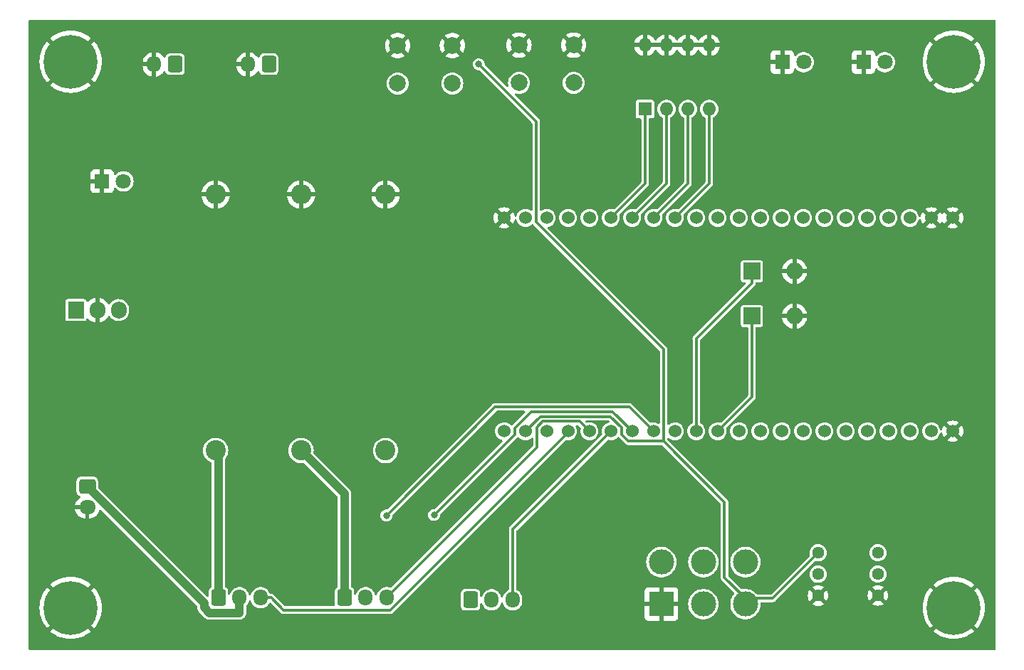
<source format=gbr>
%TF.GenerationSoftware,KiCad,Pcbnew,7.0.7*%
%TF.CreationDate,2023-11-05T16:23:14+01:00*%
%TF.ProjectId,ProstheticHandV2,50726f73-7468-4657-9469-6348616e6456,rev?*%
%TF.SameCoordinates,Original*%
%TF.FileFunction,Copper,L2,Bot*%
%TF.FilePolarity,Positive*%
%FSLAX46Y46*%
G04 Gerber Fmt 4.6, Leading zero omitted, Abs format (unit mm)*
G04 Created by KiCad (PCBNEW 7.0.7) date 2023-11-05 16:23:14*
%MOMM*%
%LPD*%
G01*
G04 APERTURE LIST*
G04 Aperture macros list*
%AMRoundRect*
0 Rectangle with rounded corners*
0 $1 Rounding radius*
0 $2 $3 $4 $5 $6 $7 $8 $9 X,Y pos of 4 corners*
0 Add a 4 corners polygon primitive as box body*
4,1,4,$2,$3,$4,$5,$6,$7,$8,$9,$2,$3,0*
0 Add four circle primitives for the rounded corners*
1,1,$1+$1,$2,$3*
1,1,$1+$1,$4,$5*
1,1,$1+$1,$6,$7*
1,1,$1+$1,$8,$9*
0 Add four rect primitives between the rounded corners*
20,1,$1+$1,$2,$3,$4,$5,0*
20,1,$1+$1,$4,$5,$6,$7,0*
20,1,$1+$1,$6,$7,$8,$9,0*
20,1,$1+$1,$8,$9,$2,$3,0*%
G04 Aperture macros list end*
%TA.AperFunction,ComponentPad*%
%ADD10C,2.400000*%
%TD*%
%TA.AperFunction,ComponentPad*%
%ADD11O,2.400000X2.400000*%
%TD*%
%TA.AperFunction,ComponentPad*%
%ADD12RoundRect,0.250000X-0.600000X-0.725000X0.600000X-0.725000X0.600000X0.725000X-0.600000X0.725000X0*%
%TD*%
%TA.AperFunction,ComponentPad*%
%ADD13O,1.700000X1.950000*%
%TD*%
%TA.AperFunction,ComponentPad*%
%ADD14R,1.600000X1.600000*%
%TD*%
%TA.AperFunction,ComponentPad*%
%ADD15O,1.600000X1.600000*%
%TD*%
%TA.AperFunction,ComponentPad*%
%ADD16C,6.400000*%
%TD*%
%TA.AperFunction,ComponentPad*%
%ADD17R,1.800000X1.800000*%
%TD*%
%TA.AperFunction,ComponentPad*%
%ADD18C,1.800000*%
%TD*%
%TA.AperFunction,ComponentPad*%
%ADD19R,2.000000X2.000000*%
%TD*%
%TA.AperFunction,ComponentPad*%
%ADD20O,2.000000X2.000000*%
%TD*%
%TA.AperFunction,ComponentPad*%
%ADD21C,2.000000*%
%TD*%
%TA.AperFunction,ComponentPad*%
%ADD22RoundRect,0.250000X0.600000X0.725000X-0.600000X0.725000X-0.600000X-0.725000X0.600000X-0.725000X0*%
%TD*%
%TA.AperFunction,ComponentPad*%
%ADD23R,3.000000X3.000000*%
%TD*%
%TA.AperFunction,ComponentPad*%
%ADD24C,3.000000*%
%TD*%
%TA.AperFunction,ComponentPad*%
%ADD25C,1.440000*%
%TD*%
%TA.AperFunction,ComponentPad*%
%ADD26C,1.524000*%
%TD*%
%TA.AperFunction,ComponentPad*%
%ADD27RoundRect,0.250000X-0.725000X0.600000X-0.725000X-0.600000X0.725000X-0.600000X0.725000X0.600000X0*%
%TD*%
%TA.AperFunction,ComponentPad*%
%ADD28O,1.950000X1.700000*%
%TD*%
%TA.AperFunction,ComponentPad*%
%ADD29R,1.905000X2.000000*%
%TD*%
%TA.AperFunction,ComponentPad*%
%ADD30O,1.905000X2.000000*%
%TD*%
%TA.AperFunction,ViaPad*%
%ADD31C,0.800000*%
%TD*%
%TA.AperFunction,Conductor*%
%ADD32C,0.300000*%
%TD*%
%TA.AperFunction,Conductor*%
%ADD33C,1.000000*%
%TD*%
G04 APERTURE END LIST*
D10*
%TO.P,R25,1*%
%TO.N,Net-(J6-Pin_1)*%
X162442000Y-96271000D03*
D11*
%TO.P,R25,2*%
%TO.N,GND*%
X162442000Y-65791000D03*
%TD*%
D12*
%TO.P,J5,1,Pin_1*%
%TO.N,Net-(J5-Pin_1)*%
X142574000Y-113792000D03*
D13*
%TO.P,J5,2,Pin_2*%
%TO.N,+BATT*%
X145074000Y-113792000D03*
%TO.P,J5,3,Pin_3*%
%TO.N,SERVO_CONTROL_01*%
X147574000Y-113792000D03*
%TD*%
D14*
%TO.P,SW1,1*%
%TO.N,DIP_SWITCH_00*%
X193294000Y-55626000D03*
D15*
%TO.P,SW1,2*%
%TO.N,DIP_SWITCH_01*%
X195834000Y-55626000D03*
%TO.P,SW1,3*%
%TO.N,DIP_SWITCH_02*%
X198374000Y-55626000D03*
%TO.P,SW1,4*%
%TO.N,DIP_SWITCH_03*%
X200914000Y-55626000D03*
%TO.P,SW1,5*%
%TO.N,GND*%
X200914000Y-48006000D03*
%TO.P,SW1,6*%
X198374000Y-48006000D03*
%TO.P,SW1,7*%
X195834000Y-48006000D03*
%TO.P,SW1,8*%
X193294000Y-48006000D03*
%TD*%
D16*
%TO.P,H4,1,1*%
%TO.N,GND*%
X230000000Y-115000000D03*
%TD*%
D10*
%TO.P,R22,1*%
%TO.N,Net-(J5-Pin_1)*%
X142240000Y-96271000D03*
D11*
%TO.P,R22,2*%
%TO.N,GND*%
X142240000Y-65791000D03*
%TD*%
D17*
%TO.P,D5,1,K*%
%TO.N,GND*%
X219263500Y-50038000D03*
D18*
%TO.P,D5,2,A*%
%TO.N,Net-(D5-A)*%
X221803500Y-50038000D03*
%TD*%
D19*
%TO.P,D4,1,K*%
%TO.N,EMG_SENSOR_02*%
X205994000Y-74930000D03*
D20*
%TO.P,D4,2,A*%
%TO.N,GND*%
X211074000Y-74930000D03*
%TD*%
D21*
%TO.P,SW3,1,1*%
%TO.N,GND*%
X178308000Y-48006000D03*
X184808000Y-48006000D03*
%TO.P,SW3,2,2*%
%TO.N,Net-(R14-Pad2)*%
X178308000Y-52506000D03*
X184808000Y-52506000D03*
%TD*%
D22*
%TO.P,J3,1,Pin_1*%
%TO.N,Net-(J3-Pin_1)*%
X137414000Y-50292000D03*
D13*
%TO.P,J3,2,Pin_2*%
%TO.N,GND*%
X134914000Y-50292000D03*
%TD*%
D23*
%TO.P,RV1,1,1*%
%TO.N,GND*%
X195232000Y-114554000D03*
D24*
%TO.P,RV1,2,2*%
%TO.N,Net-(R11-Pad1)*%
X200232000Y-114554000D03*
%TO.P,RV1,3,3*%
%TO.N,+3V3*%
X205232000Y-114554000D03*
%TO.P,RV1,4*%
%TO.N,N/C*%
X195232000Y-109554000D03*
%TO.P,RV1,5*%
X200232000Y-109554000D03*
%TO.P,RV1,6*%
X205232000Y-109554000D03*
%TD*%
D21*
%TO.P,SW2,1,1*%
%TO.N,GND*%
X163882000Y-48078000D03*
X170382000Y-48078000D03*
%TO.P,SW2,2,2*%
%TO.N,Net-(R10-Pad2)*%
X163882000Y-52578000D03*
X170382000Y-52578000D03*
%TD*%
D12*
%TO.P,J4,1,Pin_1*%
%TO.N,Net-(J4-Pin_1)*%
X157560000Y-113792000D03*
D13*
%TO.P,J4,2,Pin_2*%
%TO.N,+BATT*%
X160060000Y-113792000D03*
%TO.P,J4,3,Pin_3*%
%TO.N,SERVO_CONTROL_02*%
X162560000Y-113792000D03*
%TD*%
D19*
%TO.P,D3,1,K*%
%TO.N,EMG_SENSOR_01*%
X205994000Y-80264000D03*
D20*
%TO.P,D3,2,A*%
%TO.N,GND*%
X211074000Y-80264000D03*
%TD*%
D16*
%TO.P,H1,1,1*%
%TO.N,GND*%
X125000000Y-50000000D03*
%TD*%
%TO.P,H3,1,1*%
%TO.N,GND*%
X125000000Y-115000000D03*
%TD*%
D25*
%TO.P,RV3,1,1*%
%TO.N,GND*%
X220980000Y-113528000D03*
%TO.P,RV3,2,2*%
%TO.N,Net-(R15-Pad1)*%
X220980000Y-110988000D03*
%TO.P,RV3,3,3*%
%TO.N,+3V3*%
X220980000Y-108448000D03*
%TD*%
D10*
%TO.P,R21,1*%
%TO.N,Net-(J4-Pin_1)*%
X152400000Y-96271000D03*
D11*
%TO.P,R21,2*%
%TO.N,GND*%
X152400000Y-65791000D03*
%TD*%
D12*
%TO.P,J6,1,Pin_1*%
%TO.N,Net-(J6-Pin_1)*%
X172546000Y-114046000D03*
D13*
%TO.P,J6,2,Pin_2*%
%TO.N,+BATT*%
X175046000Y-114046000D03*
%TO.P,J6,3,Pin_3*%
%TO.N,SERVO_CONTROL_03*%
X177546000Y-114046000D03*
%TD*%
D17*
%TO.P,D2,1,K*%
%TO.N,GND*%
X128745000Y-64220300D03*
D18*
%TO.P,D2,2,A*%
%TO.N,Net-(D2-A)*%
X131285000Y-64220300D03*
%TD*%
D26*
%TO.P,A1,1,3v3*%
%TO.N,+3V3*%
X176530000Y-93980000D03*
%TO.P,A1,2,3v3*%
X179070000Y-93980000D03*
%TO.P,A1,3,RST*%
%TO.N,unconnected-(A1-RST-Pad3)*%
X181610000Y-93980000D03*
%TO.P,A1,4,4*%
%TO.N,SERVO_CONTROL_01*%
X184150000Y-93980000D03*
%TO.P,A1,5,5*%
%TO.N,SERVO_CONTROL_02*%
X186690000Y-93980000D03*
%TO.P,A1,6,6*%
%TO.N,SERVO_CONTROL_03*%
X189230000Y-93980000D03*
%TO.P,A1,7,7*%
%TO.N,SERVO_CURR_01*%
X191770000Y-93980000D03*
%TO.P,A1,8,15*%
%TO.N,SERVO_CURR_02*%
X194310000Y-93980000D03*
%TO.P,A1,9,16*%
%TO.N,SERVO_CURR_03*%
X196850000Y-93980000D03*
%TO.P,A1,10,17*%
%TO.N,EMG_SENSOR_02*%
X199390000Y-93980000D03*
%TO.P,A1,11,18*%
%TO.N,EMG_SENSOR_01*%
X201930000Y-93980000D03*
%TO.P,A1,12,8*%
%TO.N,unconnected-(A1-8-Pad12)*%
X204470000Y-93980000D03*
%TO.P,A1,13,3*%
%TO.N,unconnected-(A1-3-Pad13)*%
X207010000Y-93980000D03*
%TO.P,A1,14,46*%
%TO.N,unconnected-(A1-46-Pad14)*%
X209550000Y-93980000D03*
%TO.P,A1,15,9*%
%TO.N,unconnected-(A1-9-Pad15)*%
X212090000Y-93980000D03*
%TO.P,A1,16,10*%
%TO.N,POT_01*%
X214630000Y-93980000D03*
%TO.P,A1,17,11*%
%TO.N,POT_02*%
X217170000Y-93980000D03*
%TO.P,A1,18,12*%
%TO.N,POT_03*%
X219710000Y-93980000D03*
%TO.P,A1,19,13*%
%TO.N,unconnected-(A1-13-Pad19)*%
X222250000Y-93980000D03*
%TO.P,A1,20,14*%
%TO.N,BATT_SENSE*%
X224790000Y-93980000D03*
%TO.P,A1,21,5v*%
%TO.N,+5V*%
X227330000Y-93980000D03*
%TO.P,A1,22,GND*%
%TO.N,GND*%
X229870000Y-93980000D03*
%TO.P,A1,23,GND*%
X229870000Y-68580000D03*
%TO.P,A1,24,GND*%
X227330000Y-68580000D03*
%TO.P,A1,25,19*%
%TO.N,unconnected-(A1-19-Pad25)*%
X224790000Y-68580000D03*
%TO.P,A1,26,20*%
%TO.N,unconnected-(A1-20-Pad26)*%
X222250000Y-68580000D03*
%TO.P,A1,27,21*%
%TO.N,unconnected-(A1-21-Pad27)*%
X219710000Y-68580000D03*
%TO.P,A1,28,47*%
%TO.N,unconnected-(A1-47-Pad28)*%
X217170000Y-68580000D03*
%TO.P,A1,29,48*%
%TO.N,unconnected-(A1-48-Pad29)*%
X214630000Y-68580000D03*
%TO.P,A1,30,45*%
%TO.N,unconnected-(A1-45-Pad30)*%
X212090000Y-68580000D03*
%TO.P,A1,31,0*%
%TO.N,unconnected-(A1-0-Pad31)*%
X209550000Y-68580000D03*
%TO.P,A1,32,35*%
%TO.N,unconnected-(A1-35-Pad32)*%
X207010000Y-68580000D03*
%TO.P,A1,33,36*%
%TO.N,unconnected-(A1-36-Pad33)*%
X204470000Y-68580000D03*
%TO.P,A1,34,37*%
%TO.N,DEBUG_LED_01*%
X201930000Y-68580000D03*
%TO.P,A1,35,38*%
%TO.N,DEBUG_LED_02*%
X199390000Y-68580000D03*
%TO.P,A1,36,39*%
%TO.N,DIP_SWITCH_03*%
X196850000Y-68580000D03*
%TO.P,A1,37,40*%
%TO.N,DIP_SWITCH_02*%
X194310000Y-68580000D03*
%TO.P,A1,38,41*%
%TO.N,DIP_SWITCH_01*%
X191770000Y-68580000D03*
%TO.P,A1,39,42*%
%TO.N,DIP_SWITCH_00*%
X189230000Y-68580000D03*
%TO.P,A1,40,2*%
%TO.N,BUTTON_02*%
X186690000Y-68580000D03*
%TO.P,A1,41,1*%
%TO.N,BUTTON_01*%
X184150000Y-68580000D03*
%TO.P,A1,42,RX*%
%TO.N,unconnected-(A1-RX-Pad42)*%
X181610000Y-68580000D03*
%TO.P,A1,43,TX*%
%TO.N,unconnected-(A1-TX-Pad43)*%
X179070000Y-68580000D03*
%TO.P,A1,44,GND*%
%TO.N,GND*%
X176530000Y-68580000D03*
%TD*%
D22*
%TO.P,J2,1,Pin_1*%
%TO.N,Net-(J2-Pin_1)*%
X148570000Y-50292000D03*
D13*
%TO.P,J2,2,Pin_2*%
%TO.N,GND*%
X146070000Y-50292000D03*
%TD*%
D27*
%TO.P,J1,1,Pin_1*%
%TO.N,+BATT*%
X126972000Y-100542300D03*
D28*
%TO.P,J1,2,Pin_2*%
%TO.N,GND*%
X126972000Y-103042300D03*
%TD*%
D25*
%TO.P,RV2,1,1*%
%TO.N,GND*%
X213868000Y-113538000D03*
%TO.P,RV2,2,2*%
%TO.N,Net-(R13-Pad1)*%
X213868000Y-110998000D03*
%TO.P,RV2,3,3*%
%TO.N,+3V3*%
X213868000Y-108458000D03*
%TD*%
D29*
%TO.P,U1,1,VI*%
%TO.N,+BATT*%
X125628000Y-79546300D03*
D30*
%TO.P,U1,2,GND*%
%TO.N,GND*%
X128168000Y-79546300D03*
%TO.P,U1,3,VO*%
%TO.N,+5V*%
X130708000Y-79546300D03*
%TD*%
D17*
%TO.P,D6,1,K*%
%TO.N,GND*%
X209611500Y-50038000D03*
D18*
%TO.P,D6,2,A*%
%TO.N,Net-(D6-A)*%
X212151500Y-50038000D03*
%TD*%
D16*
%TO.P,H2,1,1*%
%TO.N,GND*%
X230000000Y-50000000D03*
%TD*%
D31*
%TO.N,+3V3*%
X173528800Y-50292000D03*
%TO.N,SERVO_CURR_01*%
X168211800Y-103954600D03*
%TO.N,SERVO_CURR_02*%
X162535500Y-104004500D03*
%TD*%
D32*
%TO.N,+3V3*%
X180831500Y-92218500D02*
X189171300Y-92218500D01*
X180340000Y-57103200D02*
X173528800Y-50292000D01*
X213868000Y-108458000D02*
X208447400Y-113878600D01*
X191310900Y-95169200D02*
X195500600Y-95169200D01*
X202732000Y-102400600D02*
X202732000Y-111378600D01*
X195500600Y-95169200D02*
X195500600Y-84244800D01*
X208447400Y-113878600D02*
X205232000Y-113878600D01*
X190500000Y-94358300D02*
X191310900Y-95169200D01*
X179070000Y-93980000D02*
X180831500Y-92218500D01*
X180340000Y-69084200D02*
X180340000Y-57103200D01*
X189171300Y-92218500D02*
X190500000Y-93547200D01*
X202732000Y-111378600D02*
X205232000Y-113878600D01*
X195500600Y-84244800D02*
X180340000Y-69084200D01*
X205232000Y-113878600D02*
X205232000Y-114554000D01*
X190500000Y-93547200D02*
X190500000Y-94358300D01*
X195500600Y-95169200D02*
X202732000Y-102400600D01*
%TO.N,SERVO_CONTROL_01*%
X147574000Y-113792000D02*
X148825900Y-113792000D01*
X184150000Y-94107900D02*
X184150000Y-93980000D01*
X162988700Y-115269200D02*
X184150000Y-94107900D01*
X148825900Y-113792000D02*
X150303100Y-115269200D01*
X150303100Y-115269200D02*
X162988700Y-115269200D01*
%TO.N,SERVO_CONTROL_02*%
X180446100Y-93498000D02*
X181152600Y-92791500D01*
X181152600Y-92791500D02*
X185501500Y-92791500D01*
X180446100Y-95905900D02*
X180446100Y-93498000D01*
X185501500Y-92791500D02*
X186690000Y-93980000D01*
X162560000Y-113792000D02*
X180446100Y-95905900D01*
%TO.N,SERVO_CONTROL_03*%
X189230000Y-93980000D02*
X177546000Y-105664000D01*
X177546000Y-105664000D02*
X177546000Y-114046000D01*
%TO.N,SERVO_CURR_01*%
X179745000Y-91645500D02*
X177800000Y-93590500D01*
X177800000Y-93590500D02*
X177800000Y-94366400D01*
X177800000Y-94366400D02*
X168211800Y-103954600D01*
X191770000Y-93980000D02*
X189435500Y-91645500D01*
X189435500Y-91645500D02*
X179745000Y-91645500D01*
%TO.N,SERVO_CURR_02*%
X175463500Y-91076500D02*
X162535500Y-104004500D01*
X194310000Y-93980000D02*
X191406500Y-91076500D01*
X191406500Y-91076500D02*
X175463500Y-91076500D01*
%TO.N,EMG_SENSOR_01*%
X205994000Y-89916000D02*
X205994000Y-80264000D01*
X201930000Y-93980000D02*
X205994000Y-89916000D01*
%TO.N,EMG_SENSOR_02*%
X205994000Y-76331900D02*
X199390000Y-82935900D01*
X199390000Y-82935900D02*
X199390000Y-93980000D01*
X205994000Y-74930000D02*
X205994000Y-76331900D01*
%TO.N,DIP_SWITCH_00*%
X193294000Y-64516000D02*
X189230000Y-68580000D01*
X193294000Y-55626000D02*
X193294000Y-64516000D01*
%TO.N,DIP_SWITCH_01*%
X195834000Y-55626000D02*
X195834000Y-64516000D01*
X195834000Y-64516000D02*
X191770000Y-68580000D01*
%TO.N,DIP_SWITCH_02*%
X198374000Y-64516000D02*
X198374000Y-55626000D01*
X194310000Y-68580000D02*
X198374000Y-64516000D01*
%TO.N,DIP_SWITCH_03*%
X196850000Y-68580000D02*
X200914000Y-64516000D01*
X200914000Y-64516000D02*
X200914000Y-55626000D01*
D33*
%TO.N,+BATT*%
X141507300Y-115608300D02*
X145034600Y-115608300D01*
X126972000Y-100542300D02*
X140879100Y-114449400D01*
X140879100Y-114980100D02*
X141507300Y-115608300D01*
X145034600Y-115608300D02*
X145074000Y-115568900D01*
X140879100Y-114449400D02*
X140879100Y-114980100D01*
X145074000Y-113792000D02*
X145074000Y-115568900D01*
%TO.N,Net-(J4-Pin_1)*%
X157560000Y-101431000D02*
X157560000Y-113792000D01*
X152400000Y-96271000D02*
X157560000Y-101431000D01*
%TO.N,Net-(J5-Pin_1)*%
X142574000Y-113792000D02*
X142574000Y-96605000D01*
X142574000Y-96605000D02*
X142240000Y-96271000D01*
%TD*%
%TA.AperFunction,Conductor*%
%TO.N,GND*%
G36*
X195390463Y-47775685D02*
G01*
X195436218Y-47828489D01*
X195446162Y-47897647D01*
X195445897Y-47899397D01*
X195429014Y-48005996D01*
X195429014Y-48006003D01*
X195445897Y-48112603D01*
X195436942Y-48181896D01*
X195391946Y-48235348D01*
X195325194Y-48255987D01*
X195323424Y-48256000D01*
X193804576Y-48256000D01*
X193737537Y-48236315D01*
X193691782Y-48183511D01*
X193681838Y-48114353D01*
X193682103Y-48112603D01*
X193698986Y-48006003D01*
X193698986Y-48005996D01*
X193682103Y-47899397D01*
X193691058Y-47830104D01*
X193736054Y-47776652D01*
X193802806Y-47756013D01*
X193804576Y-47756000D01*
X195323424Y-47756000D01*
X195390463Y-47775685D01*
G37*
%TD.AperFunction*%
%TA.AperFunction,Conductor*%
G36*
X197930463Y-47775685D02*
G01*
X197976218Y-47828489D01*
X197986162Y-47897647D01*
X197985897Y-47899397D01*
X197969014Y-48005996D01*
X197969014Y-48006003D01*
X197985897Y-48112603D01*
X197976942Y-48181896D01*
X197931946Y-48235348D01*
X197865194Y-48255987D01*
X197863424Y-48256000D01*
X196344576Y-48256000D01*
X196277537Y-48236315D01*
X196231782Y-48183511D01*
X196221838Y-48114353D01*
X196222103Y-48112603D01*
X196238986Y-48006003D01*
X196238986Y-48005996D01*
X196222103Y-47899397D01*
X196231058Y-47830104D01*
X196276054Y-47776652D01*
X196342806Y-47756013D01*
X196344576Y-47756000D01*
X197863424Y-47756000D01*
X197930463Y-47775685D01*
G37*
%TD.AperFunction*%
%TA.AperFunction,Conductor*%
G36*
X200470463Y-47775685D02*
G01*
X200516218Y-47828489D01*
X200526162Y-47897647D01*
X200525897Y-47899397D01*
X200509014Y-48005996D01*
X200509014Y-48006003D01*
X200525897Y-48112603D01*
X200516942Y-48181896D01*
X200471946Y-48235348D01*
X200405194Y-48255987D01*
X200403424Y-48256000D01*
X198884576Y-48256000D01*
X198817537Y-48236315D01*
X198771782Y-48183511D01*
X198761838Y-48114353D01*
X198762103Y-48112603D01*
X198778986Y-48006003D01*
X198778986Y-48005996D01*
X198762103Y-47899397D01*
X198771058Y-47830104D01*
X198816054Y-47776652D01*
X198882806Y-47756013D01*
X198884576Y-47756000D01*
X200403424Y-47756000D01*
X200470463Y-47775685D01*
G37*
%TD.AperFunction*%
%TA.AperFunction,Conductor*%
G36*
X234942539Y-45020185D02*
G01*
X234988294Y-45072989D01*
X234999500Y-45124500D01*
X234999500Y-119875500D01*
X234979815Y-119942539D01*
X234927011Y-119988294D01*
X234875500Y-119999500D01*
X120124500Y-119999500D01*
X120057461Y-119979815D01*
X120011706Y-119927011D01*
X120000500Y-119875500D01*
X120000500Y-115000000D01*
X121294922Y-115000000D01*
X121315219Y-115387287D01*
X121375886Y-115770323D01*
X121375887Y-115770330D01*
X121476262Y-116144936D01*
X121615244Y-116506994D01*
X121791310Y-116852543D01*
X122002531Y-117177793D01*
X122211095Y-117435350D01*
X122211096Y-117435350D01*
X123607413Y-116039032D01*
X123668736Y-116005547D01*
X123738427Y-116010531D01*
X123789381Y-116046179D01*
X123865130Y-116134870D01*
X123928855Y-116189296D01*
X123953816Y-116210615D01*
X123992009Y-116269122D01*
X123992507Y-116338990D01*
X123960965Y-116392586D01*
X122564648Y-117788903D01*
X122564649Y-117788904D01*
X122822206Y-117997468D01*
X123147456Y-118208689D01*
X123493005Y-118384755D01*
X123855063Y-118523737D01*
X124229669Y-118624112D01*
X124229676Y-118624113D01*
X124612712Y-118684780D01*
X124999999Y-118705078D01*
X125000001Y-118705078D01*
X125387287Y-118684780D01*
X125770323Y-118624113D01*
X125770330Y-118624112D01*
X126144936Y-118523737D01*
X126506994Y-118384755D01*
X126852543Y-118208689D01*
X127177783Y-117997476D01*
X127177785Y-117997475D01*
X127435349Y-117788902D01*
X126039033Y-116392586D01*
X126005548Y-116331263D01*
X126010532Y-116261571D01*
X126046180Y-116210617D01*
X126134870Y-116134870D01*
X126210617Y-116046180D01*
X126269121Y-116007990D01*
X126338989Y-116007490D01*
X126392586Y-116039033D01*
X127788902Y-117435349D01*
X127997475Y-117177785D01*
X127997476Y-117177783D01*
X128208689Y-116852543D01*
X128384755Y-116506994D01*
X128523737Y-116144936D01*
X128624112Y-115770330D01*
X128624113Y-115770323D01*
X128684780Y-115387287D01*
X128705078Y-115000000D01*
X128705078Y-114999999D01*
X128684780Y-114612712D01*
X128624113Y-114229676D01*
X128624112Y-114229669D01*
X128523737Y-113855063D01*
X128384755Y-113493005D01*
X128208689Y-113147456D01*
X127997468Y-112822206D01*
X127788904Y-112564649D01*
X127788903Y-112564648D01*
X126392586Y-113960965D01*
X126331263Y-113994450D01*
X126261571Y-113989466D01*
X126210615Y-113953816D01*
X126184436Y-113923165D01*
X126134870Y-113865130D01*
X126046179Y-113789381D01*
X126007989Y-113730878D01*
X126007489Y-113661010D01*
X126039032Y-113607413D01*
X127435350Y-112211096D01*
X127435350Y-112211095D01*
X127177793Y-112002531D01*
X126852543Y-111791310D01*
X126506994Y-111615244D01*
X126144936Y-111476262D01*
X125770330Y-111375887D01*
X125770323Y-111375886D01*
X125387287Y-111315219D01*
X125000001Y-111294922D01*
X124999999Y-111294922D01*
X124612712Y-111315219D01*
X124229676Y-111375886D01*
X124229669Y-111375887D01*
X123855063Y-111476262D01*
X123493005Y-111615244D01*
X123147456Y-111791310D01*
X122822206Y-112002531D01*
X122564648Y-112211095D01*
X122564648Y-112211096D01*
X123960966Y-113607413D01*
X123994451Y-113668736D01*
X123989467Y-113738428D01*
X123953817Y-113789384D01*
X123865130Y-113865130D01*
X123789384Y-113953817D01*
X123730877Y-113992010D01*
X123661009Y-113992508D01*
X123607413Y-113960966D01*
X122211096Y-112564648D01*
X122211095Y-112564648D01*
X122002531Y-112822206D01*
X121791310Y-113147456D01*
X121615244Y-113493005D01*
X121476262Y-113855063D01*
X121375887Y-114229669D01*
X121375886Y-114229676D01*
X121315219Y-114612712D01*
X121294922Y-114999999D01*
X121294922Y-115000000D01*
X120000500Y-115000000D01*
X120000500Y-103292300D01*
X125516364Y-103292300D01*
X125573567Y-103505786D01*
X125573570Y-103505792D01*
X125673399Y-103719877D01*
X125673400Y-103719879D01*
X125808886Y-103913373D01*
X125808891Y-103913379D01*
X125975920Y-104080408D01*
X125975926Y-104080413D01*
X126169420Y-104215899D01*
X126169422Y-104215900D01*
X126383507Y-104315729D01*
X126383516Y-104315733D01*
X126611678Y-104376868D01*
X126722000Y-104386519D01*
X126722000Y-103629344D01*
X126741685Y-103562305D01*
X126794489Y-103516550D01*
X126863647Y-103506606D01*
X126869066Y-103507385D01*
X126938025Y-103517300D01*
X126938026Y-103517300D01*
X127005974Y-103517300D01*
X127005975Y-103517300D01*
X127080352Y-103506606D01*
X127149510Y-103516550D01*
X127202314Y-103562305D01*
X127221999Y-103629344D01*
X127221999Y-104386519D01*
X127332320Y-104376868D01*
X127332323Y-104376868D01*
X127560483Y-104315733D01*
X127560492Y-104315729D01*
X127774577Y-104215900D01*
X127774579Y-104215899D01*
X127968073Y-104080413D01*
X127968079Y-104080408D01*
X128135105Y-103913382D01*
X128270600Y-103719878D01*
X128370429Y-103505792D01*
X128370433Y-103505783D01*
X128406343Y-103371765D01*
X128442708Y-103312104D01*
X128505555Y-103281575D01*
X128574930Y-103289870D01*
X128613799Y-103316177D01*
X140042281Y-114744659D01*
X140075766Y-114805982D01*
X140078600Y-114832340D01*
X140078600Y-115070291D01*
X140078601Y-115070300D01*
X140087891Y-115111008D01*
X140089055Y-115117863D01*
X140093732Y-115159359D01*
X140107520Y-115198762D01*
X140109445Y-115205445D01*
X140118739Y-115246161D01*
X140136859Y-115283788D01*
X140139521Y-115290214D01*
X140153312Y-115329625D01*
X140175522Y-115364972D01*
X140178887Y-115371059D01*
X140197010Y-115408689D01*
X140223040Y-115441329D01*
X140227066Y-115447004D01*
X140249282Y-115482359D01*
X140249284Y-115482362D01*
X140281274Y-115514352D01*
X140860042Y-116093119D01*
X140860043Y-116093121D01*
X140877484Y-116110562D01*
X141005038Y-116238116D01*
X141040389Y-116260328D01*
X141046065Y-116264355D01*
X141078711Y-116290390D01*
X141078712Y-116290391D01*
X141090553Y-116296093D01*
X141116335Y-116308508D01*
X141122412Y-116311867D01*
X141139935Y-116322877D01*
X141157777Y-116334089D01*
X141197191Y-116347881D01*
X141203620Y-116350544D01*
X141241241Y-116368661D01*
X141281941Y-116377950D01*
X141288628Y-116379876D01*
X141324953Y-116392586D01*
X141328045Y-116393668D01*
X141369541Y-116398343D01*
X141376393Y-116399507D01*
X141417106Y-116408800D01*
X141417108Y-116408800D01*
X145124794Y-116408800D01*
X145165503Y-116399508D01*
X145172360Y-116398343D01*
X145213855Y-116393668D01*
X145253280Y-116379871D01*
X145259921Y-116377958D01*
X145300661Y-116368660D01*
X145338293Y-116350536D01*
X145344705Y-116347880D01*
X145384122Y-116334089D01*
X145419489Y-116311865D01*
X145425561Y-116308509D01*
X145463187Y-116290391D01*
X145495836Y-116264352D01*
X145501495Y-116260337D01*
X145536862Y-116238116D01*
X145664416Y-116110562D01*
X145664416Y-116110561D01*
X145671826Y-116103152D01*
X145671826Y-116103151D01*
X145673133Y-116101844D01*
X193232000Y-116101844D01*
X193238401Y-116161372D01*
X193238403Y-116161379D01*
X193288645Y-116296086D01*
X193288649Y-116296093D01*
X193374809Y-116411187D01*
X193374812Y-116411190D01*
X193489906Y-116497350D01*
X193489913Y-116497354D01*
X193624620Y-116547596D01*
X193624627Y-116547598D01*
X193684155Y-116553999D01*
X193684172Y-116554000D01*
X194982000Y-116554000D01*
X194982000Y-115267658D01*
X195001685Y-115200619D01*
X195054489Y-115154864D01*
X195122184Y-115144719D01*
X195192677Y-115154000D01*
X195192684Y-115154000D01*
X195271316Y-115154000D01*
X195271323Y-115154000D01*
X195341815Y-115144719D01*
X195410849Y-115155484D01*
X195463105Y-115201864D01*
X195482000Y-115267658D01*
X195482000Y-116554000D01*
X196779828Y-116554000D01*
X196779844Y-116553999D01*
X196839372Y-116547598D01*
X196839379Y-116547596D01*
X196974086Y-116497354D01*
X196974093Y-116497350D01*
X197089187Y-116411190D01*
X197089190Y-116411187D01*
X197175350Y-116296093D01*
X197175354Y-116296086D01*
X197225596Y-116161379D01*
X197225598Y-116161372D01*
X197231999Y-116101844D01*
X197232000Y-116101827D01*
X197232000Y-114804000D01*
X195945658Y-114804000D01*
X195878619Y-114784315D01*
X195832864Y-114731511D01*
X195822719Y-114663816D01*
X195837176Y-114554004D01*
X198426451Y-114554004D01*
X198446616Y-114823101D01*
X198506664Y-115086188D01*
X198506666Y-115086195D01*
X198583640Y-115282321D01*
X198605257Y-115337398D01*
X198740185Y-115571102D01*
X198859633Y-115720884D01*
X198908442Y-115782089D01*
X199055372Y-115918419D01*
X199106259Y-115965635D01*
X199329226Y-116117651D01*
X199572359Y-116234738D01*
X199830228Y-116314280D01*
X199830229Y-116314280D01*
X199830232Y-116314281D01*
X200097063Y-116354499D01*
X200097068Y-116354499D01*
X200097071Y-116354500D01*
X200097072Y-116354500D01*
X200366928Y-116354500D01*
X200366929Y-116354500D01*
X200366936Y-116354499D01*
X200633767Y-116314281D01*
X200633768Y-116314280D01*
X200633772Y-116314280D01*
X200891641Y-116234738D01*
X201134775Y-116117651D01*
X201357741Y-115965635D01*
X201542450Y-115794250D01*
X201555557Y-115782089D01*
X201555557Y-115782087D01*
X201555561Y-115782085D01*
X201723815Y-115571102D01*
X201858743Y-115337398D01*
X201957334Y-115086195D01*
X202017383Y-114823103D01*
X202025811Y-114710631D01*
X202037549Y-114554004D01*
X202037549Y-114553995D01*
X202019161Y-114308623D01*
X202017383Y-114284897D01*
X201957334Y-114021805D01*
X201858743Y-113770602D01*
X201723815Y-113536898D01*
X201555561Y-113325915D01*
X201555560Y-113325914D01*
X201555557Y-113325910D01*
X201357741Y-113142365D01*
X201239725Y-113061903D01*
X201134775Y-112990349D01*
X201134769Y-112990346D01*
X201134768Y-112990345D01*
X201134767Y-112990344D01*
X200891643Y-112873263D01*
X200891645Y-112873263D01*
X200633773Y-112793720D01*
X200633767Y-112793718D01*
X200366936Y-112753500D01*
X200366929Y-112753500D01*
X200097071Y-112753500D01*
X200097063Y-112753500D01*
X199830232Y-112793718D01*
X199830226Y-112793720D01*
X199572358Y-112873262D01*
X199329230Y-112990346D01*
X199106258Y-113142365D01*
X198908442Y-113325910D01*
X198740185Y-113536898D01*
X198605258Y-113770599D01*
X198605256Y-113770603D01*
X198506666Y-114021804D01*
X198506664Y-114021811D01*
X198446616Y-114284898D01*
X198426451Y-114553995D01*
X198426451Y-114554004D01*
X195837176Y-114554004D01*
X195837177Y-114554000D01*
X195822719Y-114444183D01*
X195833484Y-114375151D01*
X195879864Y-114322895D01*
X195945658Y-114304000D01*
X197232000Y-114304000D01*
X197232000Y-113006172D01*
X197231999Y-113006155D01*
X197225598Y-112946627D01*
X197225596Y-112946620D01*
X197175354Y-112811913D01*
X197175350Y-112811906D01*
X197089190Y-112696812D01*
X197089187Y-112696809D01*
X196974093Y-112610649D01*
X196974086Y-112610645D01*
X196839379Y-112560403D01*
X196839372Y-112560401D01*
X196779844Y-112554000D01*
X195482000Y-112554000D01*
X195481999Y-113840341D01*
X195462314Y-113907381D01*
X195409510Y-113953135D01*
X195341814Y-113963280D01*
X195271333Y-113954001D01*
X195271328Y-113954000D01*
X195271323Y-113954000D01*
X195192677Y-113954000D01*
X195192671Y-113954000D01*
X195192666Y-113954001D01*
X195122185Y-113963280D01*
X195053150Y-113952514D01*
X195000894Y-113906134D01*
X194982000Y-113840341D01*
X194982000Y-112554000D01*
X193684155Y-112554000D01*
X193624627Y-112560401D01*
X193624620Y-112560403D01*
X193489913Y-112610645D01*
X193489906Y-112610649D01*
X193374812Y-112696809D01*
X193374809Y-112696812D01*
X193288649Y-112811906D01*
X193288645Y-112811913D01*
X193238403Y-112946620D01*
X193238401Y-112946627D01*
X193232000Y-113006155D01*
X193232000Y-114304000D01*
X194518342Y-114304000D01*
X194585381Y-114323685D01*
X194631136Y-114376489D01*
X194641280Y-114444183D01*
X194630608Y-114525253D01*
X194626824Y-114553996D01*
X194626823Y-114554000D01*
X194641280Y-114663816D01*
X194630516Y-114732849D01*
X194584136Y-114785105D01*
X194518342Y-114804000D01*
X193232000Y-114804000D01*
X193232000Y-116101844D01*
X145673133Y-116101844D01*
X145673150Y-116101827D01*
X145689036Y-116085943D01*
X145689149Y-116085828D01*
X145703816Y-116071162D01*
X145726037Y-116035795D01*
X145730052Y-116030136D01*
X145756091Y-115997487D01*
X145774209Y-115959861D01*
X145777565Y-115953789D01*
X145799789Y-115918422D01*
X145813580Y-115879005D01*
X145816236Y-115872593D01*
X145834360Y-115834961D01*
X145843658Y-115794221D01*
X145845571Y-115787580D01*
X145859368Y-115748155D01*
X145864043Y-115706660D01*
X145865208Y-115699805D01*
X145869803Y-115679672D01*
X145874500Y-115659094D01*
X145874500Y-115478706D01*
X145874500Y-114798812D01*
X145894185Y-114731774D01*
X145914958Y-114707178D01*
X145927872Y-114695407D01*
X146056366Y-114525255D01*
X146087680Y-114462367D01*
X146151403Y-114334394D01*
X146151403Y-114334393D01*
X146151405Y-114334389D01*
X146204734Y-114146959D01*
X146242014Y-114087867D01*
X146305323Y-114058310D01*
X146374563Y-114067672D01*
X146427749Y-114112982D01*
X146443265Y-114146959D01*
X146493549Y-114323685D01*
X146496596Y-114334392D01*
X146496596Y-114334394D01*
X146591632Y-114525253D01*
X146712521Y-114685334D01*
X146720128Y-114695407D01*
X146877698Y-114839052D01*
X147058981Y-114951298D01*
X147257802Y-115028321D01*
X147467390Y-115067500D01*
X147467392Y-115067500D01*
X147680608Y-115067500D01*
X147680610Y-115067500D01*
X147890198Y-115028321D01*
X148089019Y-114951298D01*
X148270302Y-114839052D01*
X148427872Y-114695407D01*
X148556366Y-114525255D01*
X148601108Y-114435399D01*
X148648609Y-114384165D01*
X148716272Y-114366743D01*
X148782612Y-114388668D01*
X148799788Y-114402992D01*
X149964190Y-115567393D01*
X149968826Y-115572580D01*
X149993221Y-115603170D01*
X149993221Y-115603171D01*
X150042371Y-115636680D01*
X150090218Y-115671993D01*
X150097765Y-115675981D01*
X150105422Y-115679668D01*
X150105427Y-115679672D01*
X150162272Y-115697206D01*
X150218400Y-115716846D01*
X150218405Y-115716846D01*
X150226798Y-115718434D01*
X150235195Y-115719700D01*
X150235198Y-115719700D01*
X150294673Y-115719700D01*
X150354109Y-115721924D01*
X150354109Y-115721923D01*
X150354110Y-115721924D01*
X150354110Y-115721923D01*
X150363343Y-115720884D01*
X150363436Y-115721713D01*
X150378736Y-115719700D01*
X162959917Y-115719700D01*
X162966855Y-115720089D01*
X162998750Y-115723683D01*
X163005734Y-115724470D01*
X163005734Y-115724469D01*
X163005735Y-115724470D01*
X163064179Y-115713411D01*
X163122987Y-115704548D01*
X163122990Y-115704546D01*
X163131147Y-115702030D01*
X163139169Y-115699223D01*
X163139172Y-115699223D01*
X163191772Y-115671422D01*
X163245342Y-115645625D01*
X163245342Y-115645624D01*
X163245344Y-115645624D01*
X163252395Y-115640816D01*
X163259238Y-115635766D01*
X163301300Y-115593703D01*
X163344894Y-115553255D01*
X163344896Y-115553250D01*
X163350687Y-115545990D01*
X163351343Y-115546513D01*
X163360732Y-115534270D01*
X183833261Y-95061741D01*
X183894582Y-95028258D01*
X183935516Y-95027895D01*
X183935651Y-95026530D01*
X183953197Y-95028258D01*
X184150000Y-95047641D01*
X184358286Y-95027127D01*
X184558569Y-94966372D01*
X184743150Y-94867711D01*
X184904936Y-94734936D01*
X185037711Y-94573150D01*
X185136372Y-94388569D01*
X185197127Y-94188286D01*
X185217641Y-93980000D01*
X185197127Y-93771714D01*
X185136372Y-93571431D01*
X185057809Y-93424451D01*
X185043568Y-93356051D01*
X185068568Y-93290807D01*
X185124872Y-93249436D01*
X185167168Y-93242000D01*
X185263534Y-93242000D01*
X185330573Y-93261685D01*
X185351215Y-93278319D01*
X185497350Y-93424454D01*
X185637271Y-93564374D01*
X185670756Y-93625697D01*
X185668251Y-93688049D01*
X185642873Y-93771713D01*
X185622359Y-93979999D01*
X185642872Y-94188284D01*
X185659049Y-94241611D01*
X185703628Y-94388569D01*
X185791099Y-94552216D01*
X185802291Y-94573153D01*
X185935063Y-94734936D01*
X186083862Y-94857052D01*
X186096850Y-94867711D01*
X186281431Y-94966372D01*
X186481714Y-95027127D01*
X186690000Y-95047641D01*
X186898286Y-95027127D01*
X187098569Y-94966372D01*
X187283150Y-94867711D01*
X187444936Y-94734936D01*
X187577711Y-94573150D01*
X187676372Y-94388569D01*
X187737127Y-94188286D01*
X187757641Y-93980000D01*
X187737127Y-93771714D01*
X187676372Y-93571431D01*
X187577711Y-93386850D01*
X187577708Y-93386846D01*
X187444936Y-93225063D01*
X187283153Y-93092291D01*
X187283151Y-93092290D01*
X187283150Y-93092289D01*
X187098569Y-92993628D01*
X186984000Y-92958874D01*
X186898284Y-92932872D01*
X186731060Y-92916403D01*
X186690388Y-92899979D01*
X186671721Y-92911977D01*
X186648940Y-92916403D01*
X186481713Y-92932873D01*
X186398049Y-92958251D01*
X186328182Y-92958874D01*
X186274374Y-92927271D01*
X186227784Y-92880681D01*
X186194299Y-92819358D01*
X186199283Y-92749666D01*
X186241155Y-92693733D01*
X186306619Y-92669316D01*
X186315465Y-92669000D01*
X186636786Y-92669000D01*
X186692427Y-92685338D01*
X186720109Y-92671172D01*
X186743214Y-92669000D01*
X188933334Y-92669000D01*
X189000373Y-92688685D01*
X189021015Y-92705319D01*
X189049482Y-92733786D01*
X189082967Y-92795109D01*
X189077983Y-92864801D01*
X189036111Y-92920734D01*
X188997797Y-92940127D01*
X188821431Y-92993627D01*
X188636846Y-93092291D01*
X188475063Y-93225063D01*
X188342291Y-93386846D01*
X188243629Y-93571428D01*
X188182872Y-93771715D01*
X188162359Y-93980000D01*
X188182873Y-94188286D01*
X188208251Y-94271949D01*
X188208874Y-94341816D01*
X188177271Y-94395624D01*
X177247804Y-105325092D01*
X177242617Y-105329727D01*
X177212033Y-105354117D01*
X177212029Y-105354121D01*
X177178519Y-105403271D01*
X177143206Y-105451118D01*
X177139216Y-105458667D01*
X177135528Y-105466326D01*
X177117992Y-105523177D01*
X177098353Y-105579301D01*
X177096771Y-105587659D01*
X177095500Y-105596100D01*
X177095500Y-105655573D01*
X177093275Y-105715009D01*
X177094316Y-105724243D01*
X177093485Y-105724336D01*
X177095500Y-105739635D01*
X177095500Y-112777797D01*
X177075815Y-112844836D01*
X177034654Y-112881744D01*
X177035855Y-112883684D01*
X176849699Y-112998947D01*
X176692127Y-113142593D01*
X176563632Y-113312746D01*
X176468596Y-113503605D01*
X176468596Y-113503607D01*
X176415266Y-113691039D01*
X176377986Y-113750132D01*
X176314676Y-113779689D01*
X176245437Y-113770327D01*
X176192251Y-113725017D01*
X176176734Y-113691039D01*
X176155569Y-113616655D01*
X176123405Y-113503611D01*
X176123403Y-113503606D01*
X176123403Y-113503605D01*
X176028367Y-113312746D01*
X175899872Y-113142593D01*
X175874145Y-113119140D01*
X175742302Y-112998948D01*
X175561019Y-112886702D01*
X175561017Y-112886701D01*
X175394534Y-112822206D01*
X175362198Y-112809679D01*
X175152610Y-112770500D01*
X174939390Y-112770500D01*
X174729802Y-112809679D01*
X174729799Y-112809679D01*
X174729799Y-112809680D01*
X174530982Y-112886701D01*
X174530980Y-112886702D01*
X174349699Y-112998947D01*
X174192127Y-113142593D01*
X174063632Y-113312746D01*
X173968596Y-113503605D01*
X173968596Y-113503607D01*
X173939766Y-113604933D01*
X173902486Y-113664026D01*
X173839177Y-113693583D01*
X173769937Y-113684221D01*
X173716751Y-113638911D01*
X173696504Y-113572039D01*
X173696500Y-113570998D01*
X173696500Y-113277903D01*
X173696500Y-113277902D01*
X173696500Y-113277898D01*
X173685877Y-113189436D01*
X173630361Y-113048658D01*
X173630360Y-113048657D01*
X173630360Y-113048656D01*
X173538922Y-112928077D01*
X173418343Y-112836639D01*
X173311881Y-112794656D01*
X173277564Y-112781123D01*
X173277563Y-112781122D01*
X173277561Y-112781122D01*
X173231926Y-112775642D01*
X173189102Y-112770500D01*
X171902898Y-112770500D01*
X171863853Y-112775188D01*
X171814438Y-112781122D01*
X171673656Y-112836639D01*
X171553077Y-112928077D01*
X171461639Y-113048656D01*
X171406122Y-113189438D01*
X171400188Y-113238853D01*
X171395500Y-113277898D01*
X171395500Y-114814102D01*
X171398496Y-114839052D01*
X171406122Y-114902561D01*
X171461639Y-115043343D01*
X171553077Y-115163922D01*
X171673656Y-115255360D01*
X171673657Y-115255360D01*
X171673658Y-115255361D01*
X171814436Y-115310877D01*
X171902898Y-115321500D01*
X171902903Y-115321500D01*
X173189097Y-115321500D01*
X173189102Y-115321500D01*
X173277564Y-115310877D01*
X173418342Y-115255361D01*
X173538922Y-115163922D01*
X173630361Y-115043342D01*
X173685877Y-114902564D01*
X173696500Y-114814102D01*
X173696500Y-114521001D01*
X173716185Y-114453962D01*
X173768989Y-114408207D01*
X173838147Y-114398263D01*
X173901703Y-114427288D01*
X173939477Y-114486066D01*
X173939742Y-114486983D01*
X173960399Y-114559583D01*
X173968596Y-114588392D01*
X173968596Y-114588394D01*
X174063632Y-114779253D01*
X174156751Y-114902561D01*
X174192128Y-114949407D01*
X174349698Y-115093052D01*
X174530981Y-115205298D01*
X174729802Y-115282321D01*
X174939390Y-115321500D01*
X174939392Y-115321500D01*
X175152608Y-115321500D01*
X175152610Y-115321500D01*
X175362198Y-115282321D01*
X175561019Y-115205298D01*
X175742302Y-115093052D01*
X175899872Y-114949407D01*
X176028366Y-114779255D01*
X176051473Y-114732849D01*
X176123403Y-114588394D01*
X176123403Y-114588393D01*
X176123405Y-114588389D01*
X176176734Y-114400959D01*
X176214014Y-114341867D01*
X176277323Y-114312310D01*
X176346563Y-114321672D01*
X176399749Y-114366982D01*
X176415265Y-114400959D01*
X176458811Y-114554004D01*
X176468596Y-114588392D01*
X176468596Y-114588394D01*
X176563632Y-114779253D01*
X176656751Y-114902561D01*
X176692128Y-114949407D01*
X176849698Y-115093052D01*
X177030981Y-115205298D01*
X177229802Y-115282321D01*
X177439390Y-115321500D01*
X177439392Y-115321500D01*
X177652608Y-115321500D01*
X177652610Y-115321500D01*
X177862198Y-115282321D01*
X178061019Y-115205298D01*
X178242302Y-115093052D01*
X178399872Y-114949407D01*
X178528366Y-114779255D01*
X178551473Y-114732849D01*
X178623403Y-114588394D01*
X178623403Y-114588393D01*
X178623405Y-114588389D01*
X178681756Y-114383310D01*
X178696500Y-114224194D01*
X178696500Y-113867806D01*
X178681756Y-113708690D01*
X178623405Y-113503611D01*
X178623403Y-113503606D01*
X178623403Y-113503605D01*
X178528367Y-113312746D01*
X178399872Y-113142593D01*
X178374145Y-113119140D01*
X178242302Y-112998948D01*
X178061019Y-112886702D01*
X178061016Y-112886701D01*
X178056144Y-112883684D01*
X178057440Y-112881589D01*
X178013968Y-112841257D01*
X177996499Y-112777797D01*
X177996499Y-109554004D01*
X193426451Y-109554004D01*
X193446616Y-109823101D01*
X193506664Y-110086188D01*
X193506666Y-110086195D01*
X193525969Y-110135379D01*
X193605257Y-110337398D01*
X193740185Y-110571102D01*
X193876080Y-110741509D01*
X193908442Y-110782089D01*
X194095183Y-110955358D01*
X194106259Y-110965635D01*
X194329226Y-111117651D01*
X194572359Y-111234738D01*
X194830228Y-111314280D01*
X194830229Y-111314280D01*
X194830232Y-111314281D01*
X195097063Y-111354499D01*
X195097068Y-111354499D01*
X195097071Y-111354500D01*
X195097072Y-111354500D01*
X195366928Y-111354500D01*
X195366929Y-111354500D01*
X195366936Y-111354499D01*
X195633767Y-111314281D01*
X195633768Y-111314280D01*
X195633772Y-111314280D01*
X195891641Y-111234738D01*
X196134775Y-111117651D01*
X196357741Y-110965635D01*
X196549242Y-110787948D01*
X196555557Y-110782089D01*
X196555557Y-110782087D01*
X196555561Y-110782085D01*
X196723815Y-110571102D01*
X196858743Y-110337398D01*
X196957334Y-110086195D01*
X197017383Y-109823103D01*
X197037549Y-109554004D01*
X198426451Y-109554004D01*
X198446616Y-109823101D01*
X198506664Y-110086188D01*
X198506666Y-110086195D01*
X198525969Y-110135379D01*
X198605257Y-110337398D01*
X198740185Y-110571102D01*
X198876080Y-110741509D01*
X198908442Y-110782089D01*
X199095183Y-110955358D01*
X199106259Y-110965635D01*
X199329226Y-111117651D01*
X199572359Y-111234738D01*
X199830228Y-111314280D01*
X199830229Y-111314280D01*
X199830232Y-111314281D01*
X200097063Y-111354499D01*
X200097068Y-111354499D01*
X200097071Y-111354500D01*
X200097072Y-111354500D01*
X200366928Y-111354500D01*
X200366929Y-111354500D01*
X200366936Y-111354499D01*
X200633767Y-111314281D01*
X200633768Y-111314280D01*
X200633772Y-111314280D01*
X200891641Y-111234738D01*
X201134775Y-111117651D01*
X201357741Y-110965635D01*
X201549242Y-110787948D01*
X201555557Y-110782089D01*
X201555557Y-110782087D01*
X201555561Y-110782085D01*
X201723815Y-110571102D01*
X201858743Y-110337398D01*
X201957334Y-110086195D01*
X202017383Y-109823103D01*
X202022045Y-109760886D01*
X202033847Y-109603406D01*
X202052950Y-109552712D01*
X202038523Y-109530262D01*
X202033847Y-109504593D01*
X202017383Y-109284898D01*
X201994147Y-109183094D01*
X201957334Y-109021805D01*
X201858743Y-108770602D01*
X201723815Y-108536898D01*
X201555561Y-108325915D01*
X201555560Y-108325914D01*
X201555557Y-108325910D01*
X201357741Y-108142365D01*
X201245121Y-108065582D01*
X201134775Y-107990349D01*
X201134769Y-107990346D01*
X201134768Y-107990345D01*
X201134767Y-107990344D01*
X200891643Y-107873263D01*
X200891645Y-107873263D01*
X200633773Y-107793720D01*
X200633767Y-107793718D01*
X200366936Y-107753500D01*
X200366929Y-107753500D01*
X200097071Y-107753500D01*
X200097063Y-107753500D01*
X199830232Y-107793718D01*
X199830226Y-107793720D01*
X199572358Y-107873262D01*
X199329230Y-107990346D01*
X199106258Y-108142365D01*
X198908442Y-108325910D01*
X198740185Y-108536898D01*
X198605258Y-108770599D01*
X198605256Y-108770603D01*
X198506666Y-109021804D01*
X198506664Y-109021811D01*
X198446616Y-109284898D01*
X198426451Y-109553995D01*
X198426451Y-109554004D01*
X197037549Y-109554004D01*
X197037549Y-109554000D01*
X197037452Y-109552712D01*
X197017383Y-109284898D01*
X196994147Y-109183094D01*
X196957334Y-109021805D01*
X196858743Y-108770602D01*
X196723815Y-108536898D01*
X196555561Y-108325915D01*
X196555560Y-108325914D01*
X196555557Y-108325910D01*
X196357741Y-108142365D01*
X196245121Y-108065582D01*
X196134775Y-107990349D01*
X196134769Y-107990346D01*
X196134768Y-107990345D01*
X196134767Y-107990344D01*
X195891643Y-107873263D01*
X195891645Y-107873263D01*
X195633773Y-107793720D01*
X195633767Y-107793718D01*
X195366936Y-107753500D01*
X195366929Y-107753500D01*
X195097071Y-107753500D01*
X195097063Y-107753500D01*
X194830232Y-107793718D01*
X194830226Y-107793720D01*
X194572358Y-107873262D01*
X194329230Y-107990346D01*
X194106258Y-108142365D01*
X193908442Y-108325910D01*
X193740185Y-108536898D01*
X193605258Y-108770599D01*
X193605256Y-108770603D01*
X193506666Y-109021804D01*
X193506664Y-109021811D01*
X193446616Y-109284898D01*
X193426451Y-109553995D01*
X193426451Y-109554004D01*
X177996499Y-109554004D01*
X177996499Y-109395380D01*
X177996499Y-105901961D01*
X178016184Y-105834926D01*
X178032813Y-105814289D01*
X188814376Y-95032725D01*
X188875697Y-94999242D01*
X188938051Y-95001748D01*
X188961697Y-95008921D01*
X189021714Y-95027127D01*
X189230000Y-95047641D01*
X189438286Y-95027127D01*
X189638569Y-94966372D01*
X189823150Y-94867711D01*
X189984936Y-94734936D01*
X190012138Y-94701789D01*
X190069883Y-94662455D01*
X190139728Y-94660584D01*
X190198889Y-94696112D01*
X190208723Y-94706710D01*
X190215948Y-94714497D01*
X190223210Y-94720288D01*
X190222689Y-94720941D01*
X190234930Y-94730334D01*
X190971990Y-95467393D01*
X190976626Y-95472580D01*
X191001021Y-95503170D01*
X191001021Y-95503171D01*
X191050171Y-95536680D01*
X191098018Y-95571993D01*
X191105554Y-95575976D01*
X191113219Y-95579667D01*
X191113227Y-95579672D01*
X191170076Y-95597207D01*
X191170077Y-95597207D01*
X191226197Y-95616845D01*
X191226199Y-95616845D01*
X191226201Y-95616846D01*
X191226202Y-95616846D01*
X191234598Y-95618434D01*
X191242995Y-95619700D01*
X191242998Y-95619700D01*
X191302459Y-95619700D01*
X191361909Y-95621925D01*
X191361909Y-95621924D01*
X191361910Y-95621925D01*
X191361910Y-95621924D01*
X191371142Y-95620885D01*
X191371235Y-95621713D01*
X191386539Y-95619700D01*
X195262634Y-95619700D01*
X195329673Y-95639385D01*
X195350315Y-95656019D01*
X202245181Y-102550884D01*
X202278666Y-102612207D01*
X202281500Y-102638565D01*
X202281500Y-109495327D01*
X202263131Y-109557881D01*
X202278755Y-109586726D01*
X202281500Y-109612672D01*
X202281500Y-111349817D01*
X202281110Y-111356755D01*
X202279724Y-111369054D01*
X202276729Y-111395634D01*
X202287788Y-111454079D01*
X202296652Y-111512890D01*
X202299162Y-111521027D01*
X202301978Y-111529075D01*
X202329777Y-111581672D01*
X202355576Y-111635244D01*
X202360362Y-111642265D01*
X202365431Y-111649132D01*
X202365434Y-111649138D01*
X202407495Y-111691199D01*
X202427810Y-111713094D01*
X202447947Y-111734796D01*
X202455210Y-111740588D01*
X202454689Y-111741241D01*
X202466930Y-111750634D01*
X203193710Y-112477414D01*
X203889432Y-113173135D01*
X203922917Y-113234458D01*
X203917933Y-113304150D01*
X203898698Y-113338129D01*
X203740185Y-113536898D01*
X203605258Y-113770599D01*
X203605256Y-113770603D01*
X203506666Y-114021804D01*
X203506664Y-114021811D01*
X203446616Y-114284898D01*
X203426451Y-114553995D01*
X203426451Y-114554004D01*
X203446616Y-114823101D01*
X203506664Y-115086188D01*
X203506666Y-115086195D01*
X203583640Y-115282321D01*
X203605257Y-115337398D01*
X203740185Y-115571102D01*
X203859633Y-115720884D01*
X203908442Y-115782089D01*
X204055372Y-115918419D01*
X204106259Y-115965635D01*
X204329226Y-116117651D01*
X204572359Y-116234738D01*
X204830228Y-116314280D01*
X204830229Y-116314280D01*
X204830232Y-116314281D01*
X205097063Y-116354499D01*
X205097068Y-116354499D01*
X205097071Y-116354500D01*
X205097072Y-116354500D01*
X205366928Y-116354500D01*
X205366929Y-116354500D01*
X205366936Y-116354499D01*
X205633767Y-116314281D01*
X205633768Y-116314280D01*
X205633772Y-116314280D01*
X205891641Y-116234738D01*
X206134775Y-116117651D01*
X206357741Y-115965635D01*
X206542450Y-115794250D01*
X206555557Y-115782089D01*
X206555557Y-115782087D01*
X206555561Y-115782085D01*
X206723815Y-115571102D01*
X206858743Y-115337398D01*
X206957334Y-115086195D01*
X206977007Y-115000000D01*
X226294922Y-115000000D01*
X226315219Y-115387287D01*
X226375886Y-115770323D01*
X226375887Y-115770330D01*
X226476262Y-116144936D01*
X226615244Y-116506994D01*
X226791310Y-116852543D01*
X227002531Y-117177793D01*
X227211095Y-117435350D01*
X227211096Y-117435350D01*
X228607413Y-116039032D01*
X228668736Y-116005547D01*
X228738427Y-116010531D01*
X228789381Y-116046179D01*
X228865130Y-116134870D01*
X228928855Y-116189296D01*
X228953816Y-116210615D01*
X228992009Y-116269122D01*
X228992507Y-116338990D01*
X228960965Y-116392586D01*
X227564648Y-117788903D01*
X227564649Y-117788904D01*
X227822206Y-117997468D01*
X228147456Y-118208689D01*
X228493005Y-118384755D01*
X228855063Y-118523737D01*
X229229669Y-118624112D01*
X229229676Y-118624113D01*
X229612712Y-118684780D01*
X229999999Y-118705078D01*
X230000001Y-118705078D01*
X230387287Y-118684780D01*
X230770323Y-118624113D01*
X230770330Y-118624112D01*
X231144936Y-118523737D01*
X231506994Y-118384755D01*
X231852543Y-118208689D01*
X232177783Y-117997476D01*
X232177785Y-117997475D01*
X232435349Y-117788902D01*
X231039033Y-116392586D01*
X231005548Y-116331263D01*
X231010532Y-116261571D01*
X231046180Y-116210617D01*
X231134870Y-116134870D01*
X231210617Y-116046180D01*
X231269121Y-116007990D01*
X231338989Y-116007490D01*
X231392586Y-116039033D01*
X232788902Y-117435349D01*
X232997475Y-117177785D01*
X232997476Y-117177783D01*
X233208689Y-116852543D01*
X233384755Y-116506994D01*
X233523737Y-116144936D01*
X233624112Y-115770330D01*
X233624113Y-115770323D01*
X233684780Y-115387287D01*
X233705078Y-115000000D01*
X233705078Y-114999999D01*
X233684780Y-114612712D01*
X233624113Y-114229676D01*
X233624112Y-114229669D01*
X233523737Y-113855063D01*
X233384755Y-113493005D01*
X233208689Y-113147456D01*
X232997468Y-112822206D01*
X232788904Y-112564649D01*
X232788903Y-112564648D01*
X231392586Y-113960965D01*
X231331263Y-113994450D01*
X231261571Y-113989466D01*
X231210615Y-113953816D01*
X231184436Y-113923165D01*
X231134870Y-113865130D01*
X231046179Y-113789381D01*
X231007989Y-113730878D01*
X231007489Y-113661010D01*
X231039032Y-113607413D01*
X232435350Y-112211096D01*
X232435350Y-112211095D01*
X232177793Y-112002531D01*
X231852543Y-111791310D01*
X231506994Y-111615244D01*
X231144936Y-111476262D01*
X230770330Y-111375887D01*
X230770323Y-111375886D01*
X230387287Y-111315219D01*
X230000001Y-111294922D01*
X229999999Y-111294922D01*
X229612712Y-111315219D01*
X229229676Y-111375886D01*
X229229669Y-111375887D01*
X228855063Y-111476262D01*
X228493005Y-111615244D01*
X228147456Y-111791310D01*
X227822206Y-112002531D01*
X227564648Y-112211095D01*
X227564648Y-112211096D01*
X228960966Y-113607413D01*
X228994451Y-113668736D01*
X228989467Y-113738428D01*
X228953817Y-113789384D01*
X228865130Y-113865130D01*
X228789384Y-113953817D01*
X228730877Y-113992010D01*
X228661009Y-113992508D01*
X228607413Y-113960966D01*
X227211096Y-112564648D01*
X227211095Y-112564648D01*
X227002531Y-112822206D01*
X226791310Y-113147456D01*
X226615244Y-113493005D01*
X226476262Y-113855063D01*
X226375887Y-114229669D01*
X226375886Y-114229676D01*
X226315219Y-114612712D01*
X226294922Y-114999999D01*
X226294922Y-115000000D01*
X206977007Y-115000000D01*
X207017383Y-114823103D01*
X207025811Y-114710631D01*
X207037549Y-114554004D01*
X207037549Y-114553996D01*
X207030682Y-114462367D01*
X207045301Y-114394044D01*
X207094538Y-114344471D01*
X207154335Y-114329100D01*
X208418617Y-114329100D01*
X208425555Y-114329489D01*
X208457450Y-114333083D01*
X208464434Y-114333870D01*
X208464434Y-114333869D01*
X208464435Y-114333870D01*
X208522879Y-114322811D01*
X208581687Y-114313948D01*
X208581690Y-114313946D01*
X208589847Y-114311430D01*
X208597869Y-114308623D01*
X208597872Y-114308623D01*
X208650472Y-114280822D01*
X208704042Y-114255025D01*
X208704042Y-114255024D01*
X208704044Y-114255024D01*
X208711095Y-114250216D01*
X208717938Y-114245166D01*
X208760000Y-114203103D01*
X208767623Y-114196030D01*
X208803594Y-114162655D01*
X208803596Y-114162650D01*
X208809387Y-114155390D01*
X208810043Y-114155913D01*
X208819432Y-114143670D01*
X209425100Y-113538002D01*
X212643340Y-113538002D01*
X212661944Y-113750654D01*
X212661945Y-113750662D01*
X212717194Y-113956853D01*
X212717197Y-113956859D01*
X212807412Y-114150328D01*
X212807413Y-114150330D01*
X212846415Y-114206030D01*
X212846415Y-114206031D01*
X213330580Y-113721866D01*
X213391903Y-113688381D01*
X213461594Y-113693365D01*
X213517528Y-113735236D01*
X213528742Y-113753246D01*
X213540359Y-113776045D01*
X213540361Y-113776047D01*
X213540363Y-113776050D01*
X213629949Y-113865636D01*
X213629951Y-113865637D01*
X213629955Y-113865641D01*
X213652747Y-113877254D01*
X213703542Y-113925228D01*
X213720337Y-113993049D01*
X213697799Y-114059184D01*
X213684132Y-114075419D01*
X213199967Y-114559583D01*
X213255670Y-114598586D01*
X213449140Y-114688802D01*
X213449146Y-114688805D01*
X213655337Y-114744054D01*
X213655345Y-114744055D01*
X213867998Y-114762660D01*
X213868002Y-114762660D01*
X214080654Y-114744055D01*
X214080662Y-114744054D01*
X214286853Y-114688805D01*
X214286859Y-114688802D01*
X214480330Y-114598586D01*
X214480336Y-114598582D01*
X214536031Y-114559584D01*
X214051866Y-114075419D01*
X214018381Y-114014096D01*
X214023365Y-113944404D01*
X214065237Y-113888471D01*
X214083245Y-113877258D01*
X214106045Y-113865641D01*
X214195641Y-113776045D01*
X214207254Y-113753252D01*
X214255225Y-113702458D01*
X214323046Y-113685661D01*
X214389181Y-113708197D01*
X214405419Y-113721866D01*
X214889584Y-114206031D01*
X214928582Y-114150336D01*
X214928586Y-114150330D01*
X215018802Y-113956859D01*
X215018805Y-113956853D01*
X215074054Y-113750662D01*
X215074055Y-113750654D01*
X215092660Y-113538002D01*
X215092660Y-113537997D01*
X215091786Y-113528002D01*
X219755340Y-113528002D01*
X219773944Y-113740654D01*
X219773945Y-113740662D01*
X219829194Y-113946853D01*
X219829197Y-113946859D01*
X219919412Y-114140328D01*
X219919413Y-114140330D01*
X219958415Y-114196030D01*
X219958415Y-114196031D01*
X220442580Y-113711866D01*
X220503903Y-113678381D01*
X220573594Y-113683365D01*
X220629528Y-113725236D01*
X220640742Y-113743246D01*
X220652359Y-113766045D01*
X220652361Y-113766047D01*
X220652363Y-113766050D01*
X220741949Y-113855636D01*
X220741951Y-113855637D01*
X220741955Y-113855641D01*
X220764747Y-113867254D01*
X220815542Y-113915228D01*
X220832337Y-113983049D01*
X220809799Y-114049184D01*
X220796132Y-114065419D01*
X220311967Y-114549583D01*
X220367670Y-114588586D01*
X220561140Y-114678802D01*
X220561146Y-114678805D01*
X220767337Y-114734054D01*
X220767345Y-114734055D01*
X220979998Y-114752660D01*
X220980002Y-114752660D01*
X221192654Y-114734055D01*
X221192662Y-114734054D01*
X221398853Y-114678805D01*
X221398859Y-114678802D01*
X221592330Y-114588586D01*
X221592336Y-114588582D01*
X221648031Y-114549584D01*
X221163866Y-114065419D01*
X221130381Y-114004096D01*
X221135365Y-113934404D01*
X221177237Y-113878471D01*
X221195245Y-113867258D01*
X221218045Y-113855641D01*
X221307641Y-113766045D01*
X221319254Y-113743252D01*
X221367225Y-113692458D01*
X221435046Y-113675661D01*
X221501181Y-113698197D01*
X221517419Y-113711866D01*
X222001584Y-114196031D01*
X222040582Y-114140336D01*
X222040586Y-114140330D01*
X222130802Y-113946859D01*
X222130805Y-113946853D01*
X222186054Y-113740662D01*
X222186055Y-113740654D01*
X222204660Y-113528002D01*
X222204660Y-113527997D01*
X222186055Y-113315345D01*
X222186054Y-113315337D01*
X222130805Y-113109146D01*
X222130802Y-113109140D01*
X222040586Y-112915670D01*
X222001583Y-112859967D01*
X221517419Y-113344132D01*
X221456096Y-113377617D01*
X221386404Y-113372633D01*
X221330471Y-113330761D01*
X221319256Y-113312751D01*
X221307641Y-113289955D01*
X221307637Y-113289951D01*
X221307636Y-113289949D01*
X221218050Y-113200363D01*
X221218047Y-113200361D01*
X221218045Y-113200359D01*
X221195250Y-113188744D01*
X221144456Y-113140771D01*
X221127661Y-113072950D01*
X221150198Y-113006815D01*
X221163866Y-112990580D01*
X221648031Y-112506415D01*
X221592330Y-112467413D01*
X221592328Y-112467412D01*
X221398859Y-112377197D01*
X221398853Y-112377194D01*
X221192662Y-112321945D01*
X221192654Y-112321944D01*
X220980002Y-112303340D01*
X220979998Y-112303340D01*
X220767345Y-112321944D01*
X220767337Y-112321945D01*
X220561146Y-112377194D01*
X220561140Y-112377197D01*
X220367667Y-112467414D01*
X220311967Y-112506414D01*
X220796133Y-112990580D01*
X220829618Y-113051903D01*
X220824634Y-113121595D01*
X220782762Y-113177528D01*
X220764748Y-113188745D01*
X220741956Y-113200358D01*
X220741949Y-113200363D01*
X220652363Y-113289949D01*
X220652358Y-113289956D01*
X220640745Y-113312748D01*
X220592770Y-113363544D01*
X220524949Y-113380338D01*
X220458814Y-113357800D01*
X220442580Y-113344133D01*
X219958414Y-112859967D01*
X219919414Y-112915667D01*
X219829197Y-113109140D01*
X219829194Y-113109146D01*
X219773945Y-113315337D01*
X219773944Y-113315345D01*
X219755340Y-113527997D01*
X219755340Y-113528002D01*
X215091786Y-113528002D01*
X215074055Y-113325345D01*
X215074054Y-113325337D01*
X215018805Y-113119146D01*
X215018802Y-113119140D01*
X214928586Y-112925670D01*
X214889583Y-112869967D01*
X214405419Y-113354132D01*
X214344096Y-113387617D01*
X214274404Y-113382633D01*
X214218471Y-113340761D01*
X214207256Y-113322751D01*
X214195641Y-113299955D01*
X214195637Y-113299951D01*
X214195636Y-113299949D01*
X214106050Y-113210363D01*
X214106047Y-113210361D01*
X214106045Y-113210359D01*
X214083250Y-113198744D01*
X214032456Y-113150771D01*
X214015661Y-113082950D01*
X214038198Y-113016815D01*
X214051866Y-113000580D01*
X214536031Y-112516415D01*
X214480330Y-112477413D01*
X214480328Y-112477412D01*
X214286859Y-112387197D01*
X214286853Y-112387194D01*
X214080662Y-112331945D01*
X214080654Y-112331944D01*
X213868002Y-112313340D01*
X213867998Y-112313340D01*
X213655345Y-112331944D01*
X213655337Y-112331945D01*
X213449146Y-112387194D01*
X213449140Y-112387197D01*
X213255667Y-112477414D01*
X213199967Y-112516414D01*
X213684133Y-113000580D01*
X213717618Y-113061903D01*
X213712634Y-113131595D01*
X213670762Y-113187528D01*
X213652748Y-113198745D01*
X213629956Y-113210358D01*
X213629949Y-113210363D01*
X213540363Y-113299949D01*
X213540358Y-113299956D01*
X213528745Y-113322748D01*
X213480770Y-113373544D01*
X213412949Y-113390338D01*
X213346814Y-113367800D01*
X213330580Y-113354133D01*
X212846414Y-112869967D01*
X212807414Y-112925667D01*
X212717197Y-113119140D01*
X212717194Y-113119146D01*
X212661945Y-113325337D01*
X212661944Y-113325345D01*
X212643340Y-113537997D01*
X212643340Y-113538002D01*
X209425100Y-113538002D01*
X211965102Y-110997999D01*
X212842562Y-110997999D01*
X212862265Y-111198051D01*
X212873394Y-111234737D01*
X212920619Y-111390418D01*
X213010034Y-111557703D01*
X213015381Y-111567706D01*
X213142905Y-111723094D01*
X213286108Y-111840618D01*
X213298297Y-111850621D01*
X213475582Y-111945381D01*
X213667947Y-112003734D01*
X213667946Y-112003734D01*
X213687649Y-112005674D01*
X213868000Y-112023438D01*
X214068053Y-112003734D01*
X214260418Y-111945381D01*
X214437703Y-111850621D01*
X214593094Y-111723094D01*
X214720621Y-111567703D01*
X214815381Y-111390418D01*
X214873734Y-111198053D01*
X214893438Y-110998000D01*
X214892453Y-110988000D01*
X219954562Y-110988000D01*
X219974265Y-111188051D01*
X220006684Y-111294922D01*
X220032619Y-111380418D01*
X220127379Y-111557703D01*
X220127381Y-111557706D01*
X220254905Y-111713094D01*
X220410293Y-111840618D01*
X220410297Y-111840621D01*
X220587582Y-111935381D01*
X220779947Y-111993734D01*
X220779946Y-111993734D01*
X220799649Y-111995674D01*
X220980000Y-112013438D01*
X221180053Y-111993734D01*
X221372418Y-111935381D01*
X221549703Y-111840621D01*
X221705094Y-111713094D01*
X221832621Y-111557703D01*
X221927381Y-111380418D01*
X221985734Y-111188053D01*
X222005438Y-110988000D01*
X221985734Y-110787947D01*
X221927381Y-110595582D01*
X221832621Y-110418297D01*
X221832618Y-110418293D01*
X221705094Y-110262905D01*
X221549706Y-110135381D01*
X221549704Y-110135380D01*
X221549703Y-110135379D01*
X221372418Y-110040619D01*
X221180053Y-109982266D01*
X221180050Y-109982265D01*
X221180053Y-109982265D01*
X220980000Y-109962562D01*
X220779948Y-109982265D01*
X220587582Y-110040619D01*
X220410293Y-110135381D01*
X220254905Y-110262905D01*
X220127381Y-110418293D01*
X220032619Y-110595582D01*
X219974265Y-110787948D01*
X219954562Y-110988000D01*
X214892453Y-110988000D01*
X214873734Y-110797947D01*
X214815381Y-110605582D01*
X214720621Y-110428297D01*
X214712411Y-110418293D01*
X214593094Y-110272905D01*
X214437706Y-110145381D01*
X214437704Y-110145380D01*
X214437703Y-110145379D01*
X214260418Y-110050619D01*
X214068053Y-109992266D01*
X214068050Y-109992265D01*
X214068053Y-109992265D01*
X213885936Y-109974328D01*
X213868000Y-109972562D01*
X213867999Y-109972562D01*
X213667948Y-109992265D01*
X213475582Y-110050619D01*
X213298293Y-110145381D01*
X213142905Y-110272905D01*
X213015381Y-110428293D01*
X212920619Y-110605582D01*
X212862265Y-110797948D01*
X212842562Y-110997999D01*
X211965102Y-110997999D01*
X213486051Y-109477050D01*
X213547372Y-109443567D01*
X213609726Y-109446073D01*
X213667944Y-109463733D01*
X213667946Y-109463734D01*
X213687650Y-109465674D01*
X213868000Y-109483438D01*
X214068053Y-109463734D01*
X214260418Y-109405381D01*
X214437703Y-109310621D01*
X214593094Y-109183094D01*
X214720621Y-109027703D01*
X214815381Y-108850418D01*
X214873734Y-108658053D01*
X214893438Y-108458000D01*
X214892453Y-108448000D01*
X219954562Y-108448000D01*
X219974265Y-108648051D01*
X219977299Y-108658053D01*
X220032619Y-108840418D01*
X220127379Y-109017703D01*
X220127381Y-109017706D01*
X220254905Y-109173094D01*
X220410293Y-109300618D01*
X220410297Y-109300621D01*
X220587582Y-109395381D01*
X220779947Y-109453734D01*
X220779946Y-109453734D01*
X220797883Y-109455500D01*
X220980000Y-109473438D01*
X221180053Y-109453734D01*
X221372418Y-109395381D01*
X221549703Y-109300621D01*
X221705094Y-109173094D01*
X221832621Y-109017703D01*
X221927381Y-108840418D01*
X221985734Y-108648053D01*
X222005438Y-108448000D01*
X221985734Y-108247947D01*
X221927381Y-108055582D01*
X221832621Y-107878297D01*
X221828489Y-107873262D01*
X221705094Y-107722905D01*
X221549706Y-107595381D01*
X221549704Y-107595380D01*
X221549703Y-107595379D01*
X221372418Y-107500619D01*
X221180053Y-107442266D01*
X221180050Y-107442265D01*
X221180053Y-107442265D01*
X220980000Y-107422562D01*
X220779948Y-107442265D01*
X220587582Y-107500619D01*
X220410293Y-107595381D01*
X220254905Y-107722905D01*
X220127381Y-107878293D01*
X220032619Y-108055582D01*
X219974265Y-108247948D01*
X219954562Y-108448000D01*
X214892453Y-108448000D01*
X214873734Y-108257947D01*
X214815381Y-108065582D01*
X214720621Y-107888297D01*
X214708282Y-107873262D01*
X214593094Y-107732905D01*
X214437706Y-107605381D01*
X214437704Y-107605380D01*
X214437703Y-107605379D01*
X214260418Y-107510619D01*
X214068053Y-107452266D01*
X214068050Y-107452265D01*
X214068053Y-107452265D01*
X213868000Y-107432562D01*
X213667948Y-107452265D01*
X213475582Y-107510619D01*
X213298293Y-107605381D01*
X213142905Y-107732905D01*
X213015381Y-107888293D01*
X212920619Y-108065582D01*
X212862265Y-108257948D01*
X212842562Y-108457999D01*
X212862265Y-108658053D01*
X212879926Y-108716273D01*
X212880549Y-108786140D01*
X212848946Y-108839948D01*
X208297116Y-113391781D01*
X208235793Y-113425266D01*
X208209435Y-113428100D01*
X206696766Y-113428100D01*
X206629727Y-113408415D01*
X206599819Y-113381413D01*
X206555557Y-113325910D01*
X206357741Y-113142365D01*
X206239725Y-113061903D01*
X206134775Y-112990349D01*
X206134769Y-112990346D01*
X206134768Y-112990345D01*
X206134767Y-112990344D01*
X205891643Y-112873263D01*
X205891645Y-112873263D01*
X205633773Y-112793720D01*
X205633767Y-112793718D01*
X205366936Y-112753500D01*
X205366929Y-112753500D01*
X205097071Y-112753500D01*
X205097063Y-112753500D01*
X204852146Y-112790415D01*
X204782921Y-112780942D01*
X204745984Y-112755481D01*
X203984237Y-111993734D01*
X203218819Y-111228315D01*
X203185334Y-111166992D01*
X203182500Y-111140634D01*
X203182500Y-110418293D01*
X203182500Y-109612668D01*
X203199349Y-109555286D01*
X203411048Y-109555286D01*
X203425476Y-109577737D01*
X203430152Y-109603405D01*
X203446616Y-109823101D01*
X203506664Y-110086188D01*
X203506666Y-110086195D01*
X203525969Y-110135379D01*
X203605257Y-110337398D01*
X203740185Y-110571102D01*
X203876080Y-110741509D01*
X203908442Y-110782089D01*
X204095183Y-110955358D01*
X204106259Y-110965635D01*
X204329226Y-111117651D01*
X204572359Y-111234738D01*
X204830228Y-111314280D01*
X204830229Y-111314280D01*
X204830232Y-111314281D01*
X205097063Y-111354499D01*
X205097068Y-111354499D01*
X205097071Y-111354500D01*
X205097072Y-111354500D01*
X205366928Y-111354500D01*
X205366929Y-111354500D01*
X205366936Y-111354499D01*
X205633767Y-111314281D01*
X205633768Y-111314280D01*
X205633772Y-111314280D01*
X205891641Y-111234738D01*
X206134775Y-111117651D01*
X206357741Y-110965635D01*
X206549242Y-110787948D01*
X206555557Y-110782089D01*
X206555557Y-110782087D01*
X206555561Y-110782085D01*
X206723815Y-110571102D01*
X206858743Y-110337398D01*
X206957334Y-110086195D01*
X207017383Y-109823103D01*
X207037549Y-109554000D01*
X207037452Y-109552712D01*
X207017383Y-109284898D01*
X206994147Y-109183094D01*
X206957334Y-109021805D01*
X206858743Y-108770602D01*
X206723815Y-108536898D01*
X206555561Y-108325915D01*
X206555560Y-108325914D01*
X206555557Y-108325910D01*
X206357741Y-108142365D01*
X206245121Y-108065582D01*
X206134775Y-107990349D01*
X206134769Y-107990346D01*
X206134768Y-107990345D01*
X206134767Y-107990344D01*
X205891643Y-107873263D01*
X205891645Y-107873263D01*
X205633773Y-107793720D01*
X205633767Y-107793718D01*
X205366936Y-107753500D01*
X205366929Y-107753500D01*
X205097071Y-107753500D01*
X205097063Y-107753500D01*
X204830232Y-107793718D01*
X204830226Y-107793720D01*
X204572358Y-107873262D01*
X204329230Y-107990346D01*
X204106258Y-108142365D01*
X203908442Y-108325910D01*
X203740185Y-108536898D01*
X203605258Y-108770599D01*
X203605256Y-108770603D01*
X203506666Y-109021804D01*
X203506664Y-109021811D01*
X203446616Y-109284898D01*
X203430152Y-109504594D01*
X203411048Y-109555286D01*
X203199349Y-109555286D01*
X203200867Y-109550117D01*
X203185244Y-109521273D01*
X203182500Y-109495336D01*
X203182500Y-102429382D01*
X203182889Y-102422443D01*
X203187270Y-102383565D01*
X203176211Y-102325120D01*
X203167348Y-102266313D01*
X203167347Y-102266311D01*
X203164833Y-102258161D01*
X203162021Y-102250123D01*
X203146767Y-102221263D01*
X203134222Y-102197527D01*
X203108425Y-102143958D01*
X203108423Y-102143956D01*
X203103624Y-102136916D01*
X203098567Y-102130065D01*
X203098566Y-102130062D01*
X203056503Y-102087999D01*
X203016055Y-102044406D01*
X203016054Y-102044405D01*
X203016053Y-102044404D01*
X203008790Y-102038612D01*
X203009310Y-102037959D01*
X202997070Y-102028566D01*
X195987419Y-95018915D01*
X195953934Y-94957592D01*
X195951100Y-94931234D01*
X195951100Y-94878964D01*
X195970785Y-94811925D01*
X196023589Y-94766170D01*
X196092747Y-94756226D01*
X196153765Y-94783111D01*
X196188270Y-94811429D01*
X196256850Y-94867711D01*
X196441431Y-94966372D01*
X196641714Y-95027127D01*
X196850000Y-95047641D01*
X197058286Y-95027127D01*
X197258569Y-94966372D01*
X197443150Y-94867711D01*
X197604936Y-94734936D01*
X197737711Y-94573150D01*
X197836372Y-94388569D01*
X197897127Y-94188286D01*
X197917641Y-93980000D01*
X197917641Y-93979999D01*
X198322359Y-93979999D01*
X198342872Y-94188284D01*
X198359049Y-94241611D01*
X198403628Y-94388569D01*
X198491099Y-94552216D01*
X198502291Y-94573153D01*
X198635063Y-94734936D01*
X198783862Y-94857052D01*
X198796850Y-94867711D01*
X198981431Y-94966372D01*
X199181714Y-95027127D01*
X199390000Y-95047641D01*
X199598286Y-95027127D01*
X199798569Y-94966372D01*
X199983150Y-94867711D01*
X200144936Y-94734936D01*
X200277711Y-94573150D01*
X200376372Y-94388569D01*
X200437127Y-94188286D01*
X200457641Y-93980000D01*
X200457641Y-93979999D01*
X200862359Y-93979999D01*
X200882872Y-94188284D01*
X200899049Y-94241611D01*
X200943628Y-94388569D01*
X201031099Y-94552216D01*
X201042291Y-94573153D01*
X201175063Y-94734936D01*
X201323862Y-94857052D01*
X201336850Y-94867711D01*
X201521431Y-94966372D01*
X201721714Y-95027127D01*
X201930000Y-95047641D01*
X202138286Y-95027127D01*
X202338569Y-94966372D01*
X202523150Y-94867711D01*
X202684936Y-94734936D01*
X202817711Y-94573150D01*
X202916372Y-94388569D01*
X202977127Y-94188286D01*
X202997641Y-93980000D01*
X202997641Y-93979999D01*
X203402359Y-93979999D01*
X203422872Y-94188284D01*
X203439049Y-94241611D01*
X203483628Y-94388569D01*
X203571099Y-94552216D01*
X203582291Y-94573153D01*
X203715063Y-94734936D01*
X203863862Y-94857052D01*
X203876850Y-94867711D01*
X204061431Y-94966372D01*
X204261714Y-95027127D01*
X204470000Y-95047641D01*
X204678286Y-95027127D01*
X204878569Y-94966372D01*
X205063150Y-94867711D01*
X205224936Y-94734936D01*
X205357711Y-94573150D01*
X205456372Y-94388569D01*
X205517127Y-94188286D01*
X205537641Y-93980000D01*
X205942359Y-93980000D01*
X205962872Y-94188284D01*
X205979049Y-94241611D01*
X206023628Y-94388569D01*
X206111099Y-94552216D01*
X206122291Y-94573153D01*
X206255063Y-94734936D01*
X206403862Y-94857052D01*
X206416850Y-94867711D01*
X206601431Y-94966372D01*
X206801714Y-95027127D01*
X207010000Y-95047641D01*
X207218286Y-95027127D01*
X207418569Y-94966372D01*
X207603150Y-94867711D01*
X207764936Y-94734936D01*
X207897711Y-94573150D01*
X207996372Y-94388569D01*
X208057127Y-94188286D01*
X208077641Y-93980000D01*
X208077641Y-93979999D01*
X208482359Y-93979999D01*
X208502872Y-94188284D01*
X208519049Y-94241611D01*
X208563628Y-94388569D01*
X208651099Y-94552216D01*
X208662291Y-94573153D01*
X208795063Y-94734936D01*
X208943862Y-94857052D01*
X208956850Y-94867711D01*
X209141431Y-94966372D01*
X209341714Y-95027127D01*
X209550000Y-95047641D01*
X209758286Y-95027127D01*
X209958569Y-94966372D01*
X210143150Y-94867711D01*
X210304936Y-94734936D01*
X210437711Y-94573150D01*
X210536372Y-94388569D01*
X210597127Y-94188286D01*
X210617641Y-93980000D01*
X211022359Y-93980000D01*
X211042872Y-94188284D01*
X211059049Y-94241611D01*
X211103628Y-94388569D01*
X211191099Y-94552216D01*
X211202291Y-94573153D01*
X211335063Y-94734936D01*
X211483862Y-94857052D01*
X211496850Y-94867711D01*
X211681431Y-94966372D01*
X211881714Y-95027127D01*
X212090000Y-95047641D01*
X212298286Y-95027127D01*
X212498569Y-94966372D01*
X212683150Y-94867711D01*
X212844936Y-94734936D01*
X212977711Y-94573150D01*
X213076372Y-94388569D01*
X213137127Y-94188286D01*
X213157641Y-93980000D01*
X213157641Y-93979999D01*
X213562359Y-93979999D01*
X213582872Y-94188284D01*
X213599049Y-94241611D01*
X213643628Y-94388569D01*
X213731099Y-94552216D01*
X213742291Y-94573153D01*
X213875063Y-94734936D01*
X214023862Y-94857052D01*
X214036850Y-94867711D01*
X214221431Y-94966372D01*
X214421714Y-95027127D01*
X214630000Y-95047641D01*
X214838286Y-95027127D01*
X215038569Y-94966372D01*
X215223150Y-94867711D01*
X215384936Y-94734936D01*
X215517711Y-94573150D01*
X215616372Y-94388569D01*
X215677127Y-94188286D01*
X215697641Y-93980000D01*
X215697641Y-93979999D01*
X216102359Y-93979999D01*
X216122872Y-94188284D01*
X216139049Y-94241611D01*
X216183628Y-94388569D01*
X216271099Y-94552216D01*
X216282291Y-94573153D01*
X216415063Y-94734936D01*
X216563862Y-94857052D01*
X216576850Y-94867711D01*
X216761431Y-94966372D01*
X216961714Y-95027127D01*
X217170000Y-95047641D01*
X217378286Y-95027127D01*
X217578569Y-94966372D01*
X217763150Y-94867711D01*
X217924936Y-94734936D01*
X218057711Y-94573150D01*
X218156372Y-94388569D01*
X218217127Y-94188286D01*
X218237641Y-93980000D01*
X218237641Y-93979999D01*
X218642359Y-93979999D01*
X218662872Y-94188284D01*
X218679049Y-94241611D01*
X218723628Y-94388569D01*
X218811099Y-94552216D01*
X218822291Y-94573153D01*
X218955063Y-94734936D01*
X219103862Y-94857052D01*
X219116850Y-94867711D01*
X219301431Y-94966372D01*
X219501714Y-95027127D01*
X219710000Y-95047641D01*
X219918286Y-95027127D01*
X220118569Y-94966372D01*
X220303150Y-94867711D01*
X220464936Y-94734936D01*
X220597711Y-94573150D01*
X220696372Y-94388569D01*
X220757127Y-94188286D01*
X220777641Y-93980000D01*
X220777641Y-93979999D01*
X221182359Y-93979999D01*
X221202872Y-94188284D01*
X221219049Y-94241611D01*
X221263628Y-94388569D01*
X221351099Y-94552216D01*
X221362291Y-94573153D01*
X221495063Y-94734936D01*
X221643862Y-94857052D01*
X221656850Y-94867711D01*
X221841431Y-94966372D01*
X222041714Y-95027127D01*
X222250000Y-95047641D01*
X222458286Y-95027127D01*
X222658569Y-94966372D01*
X222843150Y-94867711D01*
X223004936Y-94734936D01*
X223137711Y-94573150D01*
X223236372Y-94388569D01*
X223297127Y-94188286D01*
X223317641Y-93980000D01*
X223722359Y-93980000D01*
X223742872Y-94188284D01*
X223759049Y-94241611D01*
X223803628Y-94388569D01*
X223891099Y-94552216D01*
X223902291Y-94573153D01*
X224035063Y-94734936D01*
X224183862Y-94857052D01*
X224196850Y-94867711D01*
X224381431Y-94966372D01*
X224581714Y-95027127D01*
X224790000Y-95047641D01*
X224998286Y-95027127D01*
X225198569Y-94966372D01*
X225383150Y-94867711D01*
X225544936Y-94734936D01*
X225677711Y-94573150D01*
X225776372Y-94388569D01*
X225837127Y-94188286D01*
X225857641Y-93980000D01*
X225857641Y-93979999D01*
X226262359Y-93979999D01*
X226282872Y-94188284D01*
X226299049Y-94241611D01*
X226343628Y-94388569D01*
X226431099Y-94552216D01*
X226442291Y-94573153D01*
X226575063Y-94734936D01*
X226723862Y-94857052D01*
X226736850Y-94867711D01*
X226921431Y-94966372D01*
X227121714Y-95027127D01*
X227330000Y-95047641D01*
X227538286Y-95027127D01*
X227738569Y-94966372D01*
X227923150Y-94867711D01*
X228084936Y-94734936D01*
X228217711Y-94573150D01*
X228316372Y-94388569D01*
X228377127Y-94188286D01*
X228377127Y-94188276D01*
X228377335Y-94187239D01*
X228377595Y-94186741D01*
X228378895Y-94182457D01*
X228379707Y-94182703D01*
X228409719Y-94125328D01*
X228470434Y-94090752D01*
X228540203Y-94094490D01*
X228596876Y-94135355D01*
X228620290Y-94194862D01*
X228621486Y-94194652D01*
X228622426Y-94199986D01*
X228679575Y-94413270D01*
X228679580Y-94413284D01*
X228772899Y-94613407D01*
X228772900Y-94613409D01*
X228818258Y-94678187D01*
X229347050Y-94149395D01*
X229408373Y-94115910D01*
X229478064Y-94120894D01*
X229533998Y-94162765D01*
X229538539Y-94169254D01*
X229585813Y-94241612D01*
X229686157Y-94319713D01*
X229686160Y-94319714D01*
X229686511Y-94319987D01*
X229727324Y-94376697D01*
X229730999Y-94446470D01*
X229698030Y-94505522D01*
X229171811Y-95031741D01*
X229236582Y-95077094D01*
X229236592Y-95077100D01*
X229436715Y-95170419D01*
X229436729Y-95170424D01*
X229650013Y-95227573D01*
X229650023Y-95227575D01*
X229869999Y-95246821D01*
X229870001Y-95246821D01*
X230089976Y-95227575D01*
X230089986Y-95227573D01*
X230303270Y-95170424D01*
X230303284Y-95170419D01*
X230503408Y-95077100D01*
X230503420Y-95077093D01*
X230568186Y-95031742D01*
X230568187Y-95031740D01*
X230039276Y-94502829D01*
X230005791Y-94441506D01*
X230010775Y-94371814D01*
X230052647Y-94315881D01*
X230067933Y-94306097D01*
X230107251Y-94284820D01*
X230193371Y-94191269D01*
X230194083Y-94189643D01*
X230195652Y-94187777D01*
X230198992Y-94182666D01*
X230199609Y-94183069D01*
X230239036Y-94136158D01*
X230305770Y-94115464D01*
X230373099Y-94134135D01*
X230395322Y-94151769D01*
X230921740Y-94678187D01*
X230921742Y-94678186D01*
X230967093Y-94613420D01*
X230967100Y-94613408D01*
X231060419Y-94413284D01*
X231060424Y-94413270D01*
X231117573Y-94199986D01*
X231117575Y-94199976D01*
X231136821Y-93980000D01*
X231136821Y-93979999D01*
X231117575Y-93760023D01*
X231117573Y-93760013D01*
X231060424Y-93546729D01*
X231060420Y-93546720D01*
X230967098Y-93346590D01*
X230921740Y-93281811D01*
X230392949Y-93810602D01*
X230331626Y-93844087D01*
X230261934Y-93839103D01*
X230206001Y-93797231D01*
X230201460Y-93790743D01*
X230154189Y-93718391D01*
X230154187Y-93718388D01*
X230154186Y-93718388D01*
X230053843Y-93640287D01*
X230053840Y-93640285D01*
X230053488Y-93640012D01*
X230012675Y-93583301D01*
X230009000Y-93513529D01*
X230041969Y-93454477D01*
X230568187Y-92928258D01*
X230503409Y-92882900D01*
X230503407Y-92882899D01*
X230303284Y-92789580D01*
X230303270Y-92789575D01*
X230089986Y-92732426D01*
X230089976Y-92732424D01*
X229870001Y-92713179D01*
X229869999Y-92713179D01*
X229650023Y-92732424D01*
X229650013Y-92732426D01*
X229436729Y-92789575D01*
X229436720Y-92789579D01*
X229236586Y-92882903D01*
X229171812Y-92928257D01*
X229171811Y-92928258D01*
X229700723Y-93457170D01*
X229734208Y-93518493D01*
X229729224Y-93588185D01*
X229687352Y-93644118D01*
X229672059Y-93653906D01*
X229632749Y-93675179D01*
X229632748Y-93675179D01*
X229546626Y-93768733D01*
X229546626Y-93768734D01*
X229545911Y-93770365D01*
X229544340Y-93772233D01*
X229541008Y-93777334D01*
X229540391Y-93776931D01*
X229500952Y-93823849D01*
X229434215Y-93844535D01*
X229366888Y-93825857D01*
X229344677Y-93808230D01*
X228818258Y-93281811D01*
X228818257Y-93281812D01*
X228772903Y-93346586D01*
X228679579Y-93546720D01*
X228679575Y-93546729D01*
X228622426Y-93760013D01*
X228621486Y-93765348D01*
X228620233Y-93765127D01*
X228597026Y-93824450D01*
X228540434Y-93865427D01*
X228470672Y-93869303D01*
X228409889Y-93834847D01*
X228379650Y-93777313D01*
X228378895Y-93777543D01*
X228377698Y-93773600D01*
X228377383Y-93772999D01*
X228377336Y-93772763D01*
X228377128Y-93771719D01*
X228377127Y-93771715D01*
X228377127Y-93771714D01*
X228316372Y-93571431D01*
X228217711Y-93386850D01*
X228217708Y-93386846D01*
X228084936Y-93225063D01*
X227923153Y-93092291D01*
X227923151Y-93092290D01*
X227923150Y-93092289D01*
X227738569Y-92993628D01*
X227624000Y-92958874D01*
X227538284Y-92932872D01*
X227330000Y-92912359D01*
X227121715Y-92932872D01*
X226966930Y-92979826D01*
X226921435Y-92993627D01*
X226921428Y-92993629D01*
X226736846Y-93092291D01*
X226575063Y-93225063D01*
X226442291Y-93386846D01*
X226343629Y-93571428D01*
X226282872Y-93771715D01*
X226262359Y-93979999D01*
X225857641Y-93979999D01*
X225837127Y-93771714D01*
X225776372Y-93571431D01*
X225677711Y-93386850D01*
X225677708Y-93386846D01*
X225544936Y-93225063D01*
X225383153Y-93092291D01*
X225383151Y-93092290D01*
X225383150Y-93092289D01*
X225198569Y-92993628D01*
X225084000Y-92958874D01*
X224998284Y-92932872D01*
X224790000Y-92912359D01*
X224581715Y-92932872D01*
X224426930Y-92979826D01*
X224381435Y-92993627D01*
X224381428Y-92993629D01*
X224196846Y-93092291D01*
X224035063Y-93225063D01*
X223902291Y-93386846D01*
X223803629Y-93571428D01*
X223742872Y-93771715D01*
X223722359Y-93980000D01*
X223317641Y-93980000D01*
X223297127Y-93771714D01*
X223236372Y-93571431D01*
X223137711Y-93386850D01*
X223137708Y-93386846D01*
X223004936Y-93225063D01*
X222843153Y-93092291D01*
X222843151Y-93092290D01*
X222843150Y-93092289D01*
X222658569Y-92993628D01*
X222544000Y-92958874D01*
X222458284Y-92932872D01*
X222250000Y-92912359D01*
X222041715Y-92932872D01*
X221886930Y-92979826D01*
X221841435Y-92993627D01*
X221841428Y-92993629D01*
X221656846Y-93092291D01*
X221495063Y-93225063D01*
X221362291Y-93386846D01*
X221263629Y-93571428D01*
X221202872Y-93771715D01*
X221182359Y-93979999D01*
X220777641Y-93979999D01*
X220757127Y-93771714D01*
X220696372Y-93571431D01*
X220597711Y-93386850D01*
X220597708Y-93386846D01*
X220464936Y-93225063D01*
X220303153Y-93092291D01*
X220303151Y-93092290D01*
X220303150Y-93092289D01*
X220118569Y-92993628D01*
X220004000Y-92958874D01*
X219918284Y-92932872D01*
X219710000Y-92912359D01*
X219501715Y-92932872D01*
X219346930Y-92979826D01*
X219301435Y-92993627D01*
X219301428Y-92993629D01*
X219116846Y-93092291D01*
X218955063Y-93225063D01*
X218822291Y-93386846D01*
X218723629Y-93571428D01*
X218662872Y-93771715D01*
X218642359Y-93979999D01*
X218237641Y-93979999D01*
X218217127Y-93771714D01*
X218156372Y-93571431D01*
X218057711Y-93386850D01*
X218057708Y-93386846D01*
X217924936Y-93225063D01*
X217763153Y-93092291D01*
X217763151Y-93092290D01*
X217763150Y-93092289D01*
X217578569Y-92993628D01*
X217464000Y-92958874D01*
X217378284Y-92932872D01*
X217170000Y-92912359D01*
X216961715Y-92932872D01*
X216806930Y-92979826D01*
X216761435Y-92993627D01*
X216761428Y-92993629D01*
X216576846Y-93092291D01*
X216415063Y-93225063D01*
X216282291Y-93386846D01*
X216183629Y-93571428D01*
X216122872Y-93771715D01*
X216102359Y-93979999D01*
X215697641Y-93979999D01*
X215677127Y-93771714D01*
X215616372Y-93571431D01*
X215517711Y-93386850D01*
X215517708Y-93386846D01*
X215384936Y-93225063D01*
X215223153Y-93092291D01*
X215223151Y-93092290D01*
X215223150Y-93092289D01*
X215038569Y-92993628D01*
X214924000Y-92958874D01*
X214838284Y-92932872D01*
X214630000Y-92912359D01*
X214421715Y-92932872D01*
X214266930Y-92979826D01*
X214221435Y-92993627D01*
X214221428Y-92993629D01*
X214036846Y-93092291D01*
X213875063Y-93225063D01*
X213742291Y-93386846D01*
X213643629Y-93571428D01*
X213582872Y-93771715D01*
X213562359Y-93979999D01*
X213157641Y-93979999D01*
X213137127Y-93771714D01*
X213076372Y-93571431D01*
X212977711Y-93386850D01*
X212977708Y-93386846D01*
X212844936Y-93225063D01*
X212683153Y-93092291D01*
X212683151Y-93092290D01*
X212683150Y-93092289D01*
X212498569Y-92993628D01*
X212384000Y-92958874D01*
X212298284Y-92932872D01*
X212090000Y-92912359D01*
X211881715Y-92932872D01*
X211726930Y-92979826D01*
X211681435Y-92993627D01*
X211681428Y-92993629D01*
X211496846Y-93092291D01*
X211335063Y-93225063D01*
X211202291Y-93386846D01*
X211103629Y-93571428D01*
X211042872Y-93771715D01*
X211022359Y-93980000D01*
X210617641Y-93980000D01*
X210597127Y-93771714D01*
X210536372Y-93571431D01*
X210437711Y-93386850D01*
X210437708Y-93386846D01*
X210304936Y-93225063D01*
X210143153Y-93092291D01*
X210143151Y-93092290D01*
X210143150Y-93092289D01*
X209958569Y-92993628D01*
X209844000Y-92958874D01*
X209758284Y-92932872D01*
X209550000Y-92912359D01*
X209341715Y-92932872D01*
X209186930Y-92979826D01*
X209141435Y-92993627D01*
X209141428Y-92993629D01*
X208956846Y-93092291D01*
X208795063Y-93225063D01*
X208662291Y-93386846D01*
X208563629Y-93571428D01*
X208502872Y-93771715D01*
X208482359Y-93979999D01*
X208077641Y-93979999D01*
X208057127Y-93771714D01*
X207996372Y-93571431D01*
X207897711Y-93386850D01*
X207897708Y-93386846D01*
X207764936Y-93225063D01*
X207603153Y-93092291D01*
X207603151Y-93092290D01*
X207603150Y-93092289D01*
X207418569Y-92993628D01*
X207304000Y-92958874D01*
X207218284Y-92932872D01*
X207010000Y-92912359D01*
X206801715Y-92932872D01*
X206646930Y-92979826D01*
X206601435Y-92993627D01*
X206601428Y-92993629D01*
X206416846Y-93092291D01*
X206255063Y-93225063D01*
X206122291Y-93386846D01*
X206023629Y-93571428D01*
X205962872Y-93771715D01*
X205942359Y-93980000D01*
X205537641Y-93980000D01*
X205517127Y-93771714D01*
X205456372Y-93571431D01*
X205357711Y-93386850D01*
X205357708Y-93386846D01*
X205224936Y-93225063D01*
X205063153Y-93092291D01*
X205063151Y-93092290D01*
X205063150Y-93092289D01*
X204878569Y-92993628D01*
X204764000Y-92958874D01*
X204678284Y-92932872D01*
X204470000Y-92912359D01*
X204261715Y-92932872D01*
X204106930Y-92979826D01*
X204061435Y-92993627D01*
X204061428Y-92993629D01*
X203876846Y-93092291D01*
X203715063Y-93225063D01*
X203582291Y-93386846D01*
X203483629Y-93571428D01*
X203422872Y-93771715D01*
X203402359Y-93979999D01*
X202997641Y-93979999D01*
X202977127Y-93771714D01*
X202951748Y-93688051D01*
X202951124Y-93618184D01*
X202982725Y-93564376D01*
X206292205Y-90254896D01*
X206297373Y-90250277D01*
X206327970Y-90225879D01*
X206361480Y-90176728D01*
X206396793Y-90128882D01*
X206396794Y-90128879D01*
X206400787Y-90121324D01*
X206404470Y-90113676D01*
X206404470Y-90113675D01*
X206404472Y-90113673D01*
X206422007Y-90056822D01*
X206441646Y-90000699D01*
X206443232Y-89992311D01*
X206444500Y-89983904D01*
X206444500Y-89924426D01*
X206446724Y-89864992D01*
X206445684Y-89855761D01*
X206446513Y-89855667D01*
X206444500Y-89840366D01*
X206444500Y-81688499D01*
X206464185Y-81621460D01*
X206516989Y-81575705D01*
X206568500Y-81564499D01*
X207038856Y-81564499D01*
X207038864Y-81564499D01*
X207038879Y-81564497D01*
X207038882Y-81564497D01*
X207063987Y-81561586D01*
X207063988Y-81561585D01*
X207063991Y-81561585D01*
X207166765Y-81516206D01*
X207246206Y-81436765D01*
X207291585Y-81333991D01*
X207294500Y-81308865D01*
X207294500Y-80514000D01*
X209589960Y-80514000D01*
X209650411Y-80752716D01*
X209750267Y-80980367D01*
X209886232Y-81188478D01*
X210054592Y-81371364D01*
X210054602Y-81371373D01*
X210250762Y-81524051D01*
X210250771Y-81524057D01*
X210469385Y-81642364D01*
X210469396Y-81642369D01*
X210704507Y-81723083D01*
X210823999Y-81743023D01*
X210824000Y-81743022D01*
X210824000Y-80876301D01*
X210843685Y-80809262D01*
X210896489Y-80763507D01*
X210965647Y-80753563D01*
X211038237Y-80764000D01*
X211038238Y-80764000D01*
X211109762Y-80764000D01*
X211109763Y-80764000D01*
X211182353Y-80753563D01*
X211251512Y-80763507D01*
X211304315Y-80809262D01*
X211324000Y-80876301D01*
X211324000Y-81743023D01*
X211443492Y-81723083D01*
X211678603Y-81642369D01*
X211678614Y-81642364D01*
X211897228Y-81524057D01*
X211897237Y-81524051D01*
X212093397Y-81371373D01*
X212093407Y-81371364D01*
X212261767Y-81188478D01*
X212397732Y-80980367D01*
X212497588Y-80752716D01*
X212558040Y-80514000D01*
X211687347Y-80514000D01*
X211620308Y-80494315D01*
X211574553Y-80441511D01*
X211564609Y-80372353D01*
X211568369Y-80355067D01*
X211574000Y-80335888D01*
X211574000Y-80192111D01*
X211568369Y-80172933D01*
X211568370Y-80103064D01*
X211606145Y-80044286D01*
X211669701Y-80015262D01*
X211687347Y-80014000D01*
X212558040Y-80014000D01*
X212497588Y-79775283D01*
X212397732Y-79547632D01*
X212261767Y-79339521D01*
X212093407Y-79156635D01*
X212093397Y-79156626D01*
X211897237Y-79003948D01*
X211897228Y-79003942D01*
X211678614Y-78885635D01*
X211678603Y-78885630D01*
X211443492Y-78804916D01*
X211324000Y-78784976D01*
X211324000Y-79651698D01*
X211304315Y-79718737D01*
X211251511Y-79764492D01*
X211182355Y-79774436D01*
X211109766Y-79764000D01*
X211109763Y-79764000D01*
X211038237Y-79764000D01*
X211038233Y-79764000D01*
X210965645Y-79774436D01*
X210896487Y-79764492D01*
X210843684Y-79718736D01*
X210824000Y-79651698D01*
X210824000Y-78784976D01*
X210823999Y-78784976D01*
X210704507Y-78804916D01*
X210469396Y-78885630D01*
X210469385Y-78885635D01*
X210250771Y-79003942D01*
X210250762Y-79003948D01*
X210054602Y-79156626D01*
X210054592Y-79156635D01*
X209886232Y-79339521D01*
X209750267Y-79547632D01*
X209650411Y-79775283D01*
X209589960Y-80014000D01*
X210460653Y-80014000D01*
X210527692Y-80033685D01*
X210573447Y-80086489D01*
X210583391Y-80155647D01*
X210579631Y-80172933D01*
X210574000Y-80192111D01*
X210574000Y-80335888D01*
X210579631Y-80355067D01*
X210579630Y-80424936D01*
X210541855Y-80483714D01*
X210478299Y-80512738D01*
X210460653Y-80514000D01*
X209589960Y-80514000D01*
X207294500Y-80514000D01*
X207294499Y-79219136D01*
X207294497Y-79219117D01*
X207291586Y-79194012D01*
X207291585Y-79194010D01*
X207291585Y-79194009D01*
X207246206Y-79091235D01*
X207166765Y-79011794D01*
X207149985Y-79004385D01*
X207063992Y-78966415D01*
X207038865Y-78963500D01*
X204949143Y-78963500D01*
X204949117Y-78963502D01*
X204924012Y-78966413D01*
X204924008Y-78966415D01*
X204821235Y-79011793D01*
X204741794Y-79091234D01*
X204696415Y-79194006D01*
X204696415Y-79194008D01*
X204693500Y-79219131D01*
X204693500Y-81308856D01*
X204693502Y-81308882D01*
X204696413Y-81333987D01*
X204696415Y-81333991D01*
X204741793Y-81436764D01*
X204741794Y-81436765D01*
X204821235Y-81516206D01*
X204924009Y-81561585D01*
X204949135Y-81564500D01*
X205419500Y-81564499D01*
X205486539Y-81584183D01*
X205532294Y-81636987D01*
X205543500Y-81688499D01*
X205543500Y-89678033D01*
X205523815Y-89745072D01*
X205507181Y-89765714D01*
X202345624Y-92927271D01*
X202284301Y-92960756D01*
X202221949Y-92958251D01*
X202138286Y-92932873D01*
X201930000Y-92912359D01*
X201721715Y-92932872D01*
X201566930Y-92979826D01*
X201521435Y-92993627D01*
X201521428Y-92993629D01*
X201336846Y-93092291D01*
X201175063Y-93225063D01*
X201042291Y-93386846D01*
X200943629Y-93571428D01*
X200882872Y-93771715D01*
X200862359Y-93979999D01*
X200457641Y-93979999D01*
X200437127Y-93771714D01*
X200376372Y-93571431D01*
X200277711Y-93386850D01*
X200277708Y-93386846D01*
X200144936Y-93225063D01*
X199983151Y-93092289D01*
X199906045Y-93051074D01*
X199856202Y-93002111D01*
X199840500Y-92941717D01*
X199840500Y-83173865D01*
X199860185Y-83106826D01*
X199876814Y-83086189D01*
X206292210Y-76670792D01*
X206297378Y-76666173D01*
X206327970Y-76641779D01*
X206361471Y-76592641D01*
X206396793Y-76544783D01*
X206396796Y-76544772D01*
X206400786Y-76537224D01*
X206404466Y-76529580D01*
X206404472Y-76529573D01*
X206416916Y-76489225D01*
X206422005Y-76472730D01*
X206441646Y-76416600D01*
X206443227Y-76408241D01*
X206444500Y-76399799D01*
X206444500Y-76354499D01*
X206464185Y-76287460D01*
X206516989Y-76241705D01*
X206568500Y-76230499D01*
X207038856Y-76230499D01*
X207038864Y-76230499D01*
X207038879Y-76230497D01*
X207038882Y-76230497D01*
X207063987Y-76227586D01*
X207063988Y-76227585D01*
X207063991Y-76227585D01*
X207166765Y-76182206D01*
X207246206Y-76102765D01*
X207291585Y-75999991D01*
X207294500Y-75974865D01*
X207294500Y-75180000D01*
X209589960Y-75180000D01*
X209650411Y-75418716D01*
X209750267Y-75646367D01*
X209886232Y-75854478D01*
X210054592Y-76037364D01*
X210054602Y-76037373D01*
X210250762Y-76190051D01*
X210250771Y-76190057D01*
X210469385Y-76308364D01*
X210469396Y-76308369D01*
X210704507Y-76389083D01*
X210823999Y-76409023D01*
X210824000Y-76409022D01*
X210824000Y-75542301D01*
X210843685Y-75475262D01*
X210896489Y-75429507D01*
X210965647Y-75419563D01*
X211038237Y-75430000D01*
X211038238Y-75430000D01*
X211109762Y-75430000D01*
X211109763Y-75430000D01*
X211182353Y-75419563D01*
X211251512Y-75429507D01*
X211304315Y-75475262D01*
X211324000Y-75542301D01*
X211324000Y-76409023D01*
X211443492Y-76389083D01*
X211678603Y-76308369D01*
X211678614Y-76308364D01*
X211897228Y-76190057D01*
X211897237Y-76190051D01*
X212093397Y-76037373D01*
X212093407Y-76037364D01*
X212261767Y-75854478D01*
X212397732Y-75646367D01*
X212497588Y-75418716D01*
X212558040Y-75180000D01*
X211687347Y-75180000D01*
X211620308Y-75160315D01*
X211574553Y-75107511D01*
X211564609Y-75038353D01*
X211568369Y-75021067D01*
X211574000Y-75001888D01*
X211574000Y-74858111D01*
X211568369Y-74838933D01*
X211568370Y-74769064D01*
X211606145Y-74710286D01*
X211669701Y-74681262D01*
X211687347Y-74680000D01*
X212558040Y-74680000D01*
X212497588Y-74441283D01*
X212397732Y-74213632D01*
X212261767Y-74005521D01*
X212093407Y-73822635D01*
X212093397Y-73822626D01*
X211897237Y-73669948D01*
X211897228Y-73669942D01*
X211678614Y-73551635D01*
X211678603Y-73551630D01*
X211443492Y-73470916D01*
X211324000Y-73450976D01*
X211324000Y-74317698D01*
X211304315Y-74384737D01*
X211251511Y-74430492D01*
X211182355Y-74440436D01*
X211109766Y-74430000D01*
X211109763Y-74430000D01*
X211038237Y-74430000D01*
X211038233Y-74430000D01*
X210965645Y-74440436D01*
X210896487Y-74430492D01*
X210843684Y-74384736D01*
X210824000Y-74317698D01*
X210824000Y-73450976D01*
X210823999Y-73450976D01*
X210704507Y-73470916D01*
X210469396Y-73551630D01*
X210469385Y-73551635D01*
X210250771Y-73669942D01*
X210250762Y-73669948D01*
X210054602Y-73822626D01*
X210054592Y-73822635D01*
X209886232Y-74005521D01*
X209750267Y-74213632D01*
X209650411Y-74441283D01*
X209589960Y-74680000D01*
X210460653Y-74680000D01*
X210527692Y-74699685D01*
X210573447Y-74752489D01*
X210583391Y-74821647D01*
X210579631Y-74838933D01*
X210574000Y-74858111D01*
X210574000Y-75001888D01*
X210579631Y-75021067D01*
X210579630Y-75090936D01*
X210541855Y-75149714D01*
X210478299Y-75178738D01*
X210460653Y-75180000D01*
X209589960Y-75180000D01*
X207294500Y-75180000D01*
X207294499Y-73885136D01*
X207294497Y-73885117D01*
X207291586Y-73860012D01*
X207291585Y-73860010D01*
X207291585Y-73860009D01*
X207246206Y-73757235D01*
X207166765Y-73677794D01*
X207166764Y-73677793D01*
X207063992Y-73632415D01*
X207038865Y-73629500D01*
X204949143Y-73629500D01*
X204949117Y-73629502D01*
X204924012Y-73632413D01*
X204924008Y-73632415D01*
X204821235Y-73677793D01*
X204741794Y-73757234D01*
X204696415Y-73860006D01*
X204696415Y-73860008D01*
X204693500Y-73885131D01*
X204693500Y-75974856D01*
X204693502Y-75974882D01*
X204696413Y-75999987D01*
X204696415Y-75999991D01*
X204741793Y-76102764D01*
X204741794Y-76102765D01*
X204821235Y-76182206D01*
X204924009Y-76227585D01*
X204949135Y-76230500D01*
X205158935Y-76230499D01*
X205225973Y-76250183D01*
X205271728Y-76302987D01*
X205281672Y-76372145D01*
X205252647Y-76435701D01*
X205246615Y-76442180D01*
X199091804Y-82596992D01*
X199086617Y-82601627D01*
X199056033Y-82626017D01*
X199056029Y-82626021D01*
X199022519Y-82675171D01*
X198987206Y-82723018D01*
X198983216Y-82730567D01*
X198979528Y-82738226D01*
X198961992Y-82795077D01*
X198942353Y-82851201D01*
X198940771Y-82859559D01*
X198939500Y-82868000D01*
X198939500Y-82927473D01*
X198937275Y-82986909D01*
X198938316Y-82996143D01*
X198937485Y-82996236D01*
X198939500Y-83011535D01*
X198939500Y-92941717D01*
X198919815Y-93008756D01*
X198873955Y-93051074D01*
X198796848Y-93092289D01*
X198635063Y-93225063D01*
X198502291Y-93386846D01*
X198403629Y-93571428D01*
X198342872Y-93771715D01*
X198322359Y-93979999D01*
X197917641Y-93979999D01*
X197897127Y-93771714D01*
X197836372Y-93571431D01*
X197737711Y-93386850D01*
X197737708Y-93386846D01*
X197604936Y-93225063D01*
X197443153Y-93092291D01*
X197443151Y-93092290D01*
X197443150Y-93092289D01*
X197258569Y-92993628D01*
X197144000Y-92958874D01*
X197058284Y-92932872D01*
X196850000Y-92912359D01*
X196641715Y-92932872D01*
X196486930Y-92979826D01*
X196441435Y-92993627D01*
X196441428Y-92993629D01*
X196256846Y-93092291D01*
X196153765Y-93176888D01*
X196089455Y-93204201D01*
X196020587Y-93192410D01*
X195969027Y-93145258D01*
X195951100Y-93081035D01*
X195951100Y-84273582D01*
X195951489Y-84266643D01*
X195955870Y-84227765D01*
X195944811Y-84169320D01*
X195935948Y-84110513D01*
X195935947Y-84110511D01*
X195933436Y-84102371D01*
X195930624Y-84094333D01*
X195930623Y-84094328D01*
X195902826Y-84041736D01*
X195877025Y-83988158D01*
X195877022Y-83988155D01*
X195877021Y-83988152D01*
X195872242Y-83981142D01*
X195867168Y-83974269D01*
X195867165Y-83974262D01*
X195825116Y-83932213D01*
X195784655Y-83888606D01*
X195777392Y-83882814D01*
X195777912Y-83882161D01*
X195765667Y-83872764D01*
X181732158Y-69839255D01*
X181698673Y-69777932D01*
X181703657Y-69708240D01*
X181745529Y-69652307D01*
X181807686Y-69628171D01*
X181808221Y-69628118D01*
X181818286Y-69627127D01*
X182018569Y-69566372D01*
X182203150Y-69467711D01*
X182364936Y-69334936D01*
X182497711Y-69173150D01*
X182596372Y-68988569D01*
X182657127Y-68788286D01*
X182677641Y-68580000D01*
X183082359Y-68580000D01*
X183102872Y-68788284D01*
X183119049Y-68841611D01*
X183163628Y-68988569D01*
X183224701Y-69102829D01*
X183262291Y-69173153D01*
X183395063Y-69334936D01*
X183528799Y-69444690D01*
X183556850Y-69467711D01*
X183741431Y-69566372D01*
X183941714Y-69627127D01*
X184150000Y-69647641D01*
X184358286Y-69627127D01*
X184558569Y-69566372D01*
X184743150Y-69467711D01*
X184904936Y-69334936D01*
X185037711Y-69173150D01*
X185136372Y-68988569D01*
X185197127Y-68788286D01*
X185217641Y-68580000D01*
X185622359Y-68580000D01*
X185642872Y-68788284D01*
X185659049Y-68841611D01*
X185703628Y-68988569D01*
X185764701Y-69102829D01*
X185802291Y-69173153D01*
X185935063Y-69334936D01*
X186068799Y-69444690D01*
X186096850Y-69467711D01*
X186281431Y-69566372D01*
X186481714Y-69627127D01*
X186690000Y-69647641D01*
X186898286Y-69627127D01*
X187098569Y-69566372D01*
X187283150Y-69467711D01*
X187444936Y-69334936D01*
X187577711Y-69173150D01*
X187676372Y-68988569D01*
X187737127Y-68788286D01*
X187757641Y-68580000D01*
X187757641Y-68579999D01*
X188162359Y-68579999D01*
X188182872Y-68788284D01*
X188199049Y-68841611D01*
X188243628Y-68988569D01*
X188304701Y-69102829D01*
X188342291Y-69173153D01*
X188475063Y-69334936D01*
X188608799Y-69444690D01*
X188636850Y-69467711D01*
X188821431Y-69566372D01*
X189021714Y-69627127D01*
X189230000Y-69647641D01*
X189438286Y-69627127D01*
X189638569Y-69566372D01*
X189823150Y-69467711D01*
X189984936Y-69334936D01*
X190117711Y-69173150D01*
X190216372Y-68988569D01*
X190277127Y-68788286D01*
X190297641Y-68580000D01*
X190702359Y-68580000D01*
X190722872Y-68788284D01*
X190739049Y-68841611D01*
X190783628Y-68988569D01*
X190844701Y-69102829D01*
X190882291Y-69173153D01*
X191015063Y-69334936D01*
X191148799Y-69444690D01*
X191176850Y-69467711D01*
X191361431Y-69566372D01*
X191561714Y-69627127D01*
X191770000Y-69647641D01*
X191978286Y-69627127D01*
X192178569Y-69566372D01*
X192363150Y-69467711D01*
X192524936Y-69334936D01*
X192657711Y-69173150D01*
X192756372Y-68988569D01*
X192817127Y-68788286D01*
X192837641Y-68580000D01*
X192837641Y-68579999D01*
X193242359Y-68579999D01*
X193262872Y-68788284D01*
X193279049Y-68841611D01*
X193323628Y-68988569D01*
X193384701Y-69102829D01*
X193422291Y-69173153D01*
X193555063Y-69334936D01*
X193688799Y-69444690D01*
X193716850Y-69467711D01*
X193901431Y-69566372D01*
X194101714Y-69627127D01*
X194310000Y-69647641D01*
X194518286Y-69627127D01*
X194718569Y-69566372D01*
X194903150Y-69467711D01*
X195064936Y-69334936D01*
X195197711Y-69173150D01*
X195296372Y-68988569D01*
X195357127Y-68788286D01*
X195377641Y-68580000D01*
X195782359Y-68580000D01*
X195802872Y-68788284D01*
X195819049Y-68841611D01*
X195863628Y-68988569D01*
X195924701Y-69102829D01*
X195962291Y-69173153D01*
X196095063Y-69334936D01*
X196228799Y-69444690D01*
X196256850Y-69467711D01*
X196441431Y-69566372D01*
X196641714Y-69627127D01*
X196850000Y-69647641D01*
X197058286Y-69627127D01*
X197258569Y-69566372D01*
X197443150Y-69467711D01*
X197604936Y-69334936D01*
X197737711Y-69173150D01*
X197836372Y-68988569D01*
X197897127Y-68788286D01*
X197917641Y-68580000D01*
X198322359Y-68580000D01*
X198342872Y-68788284D01*
X198359049Y-68841611D01*
X198403628Y-68988569D01*
X198464701Y-69102829D01*
X198502291Y-69173153D01*
X198635063Y-69334936D01*
X198768799Y-69444690D01*
X198796850Y-69467711D01*
X198981431Y-69566372D01*
X199181714Y-69627127D01*
X199390000Y-69647641D01*
X199598286Y-69627127D01*
X199798569Y-69566372D01*
X199983150Y-69467711D01*
X200144936Y-69334936D01*
X200277711Y-69173150D01*
X200376372Y-68988569D01*
X200437127Y-68788286D01*
X200457641Y-68580000D01*
X200862359Y-68580000D01*
X200882872Y-68788284D01*
X200899049Y-68841611D01*
X200943628Y-68988569D01*
X201004701Y-69102829D01*
X201042291Y-69173153D01*
X201175063Y-69334936D01*
X201308799Y-69444690D01*
X201336850Y-69467711D01*
X201521431Y-69566372D01*
X201721714Y-69627127D01*
X201930000Y-69647641D01*
X202138286Y-69627127D01*
X202338569Y-69566372D01*
X202523150Y-69467711D01*
X202684936Y-69334936D01*
X202817711Y-69173150D01*
X202916372Y-68988569D01*
X202977127Y-68788286D01*
X202997641Y-68580000D01*
X203402359Y-68580000D01*
X203422872Y-68788284D01*
X203439049Y-68841611D01*
X203483628Y-68988569D01*
X203544701Y-69102829D01*
X203582291Y-69173153D01*
X203715063Y-69334936D01*
X203848799Y-69444690D01*
X203876850Y-69467711D01*
X204061431Y-69566372D01*
X204261714Y-69627127D01*
X204470000Y-69647641D01*
X204678286Y-69627127D01*
X204878569Y-69566372D01*
X205063150Y-69467711D01*
X205224936Y-69334936D01*
X205357711Y-69173150D01*
X205456372Y-68988569D01*
X205517127Y-68788286D01*
X205537641Y-68580000D01*
X205537641Y-68579999D01*
X205942359Y-68579999D01*
X205962872Y-68788284D01*
X205979049Y-68841611D01*
X206023628Y-68988569D01*
X206084701Y-69102829D01*
X206122291Y-69173153D01*
X206255063Y-69334936D01*
X206388799Y-69444690D01*
X206416850Y-69467711D01*
X206601431Y-69566372D01*
X206801714Y-69627127D01*
X207010000Y-69647641D01*
X207218286Y-69627127D01*
X207418569Y-69566372D01*
X207603150Y-69467711D01*
X207764936Y-69334936D01*
X207897711Y-69173150D01*
X207996372Y-68988569D01*
X208057127Y-68788286D01*
X208077641Y-68580000D01*
X208482359Y-68580000D01*
X208502872Y-68788284D01*
X208519049Y-68841611D01*
X208563628Y-68988569D01*
X208624701Y-69102829D01*
X208662291Y-69173153D01*
X208795063Y-69334936D01*
X208928799Y-69444690D01*
X208956850Y-69467711D01*
X209141431Y-69566372D01*
X209341714Y-69627127D01*
X209550000Y-69647641D01*
X209758286Y-69627127D01*
X209958569Y-69566372D01*
X210143150Y-69467711D01*
X210304936Y-69334936D01*
X210437711Y-69173150D01*
X210536372Y-68988569D01*
X210597127Y-68788286D01*
X210617641Y-68580000D01*
X210617641Y-68579999D01*
X211022359Y-68579999D01*
X211042872Y-68788284D01*
X211059049Y-68841611D01*
X211103628Y-68988569D01*
X211164701Y-69102829D01*
X211202291Y-69173153D01*
X211335063Y-69334936D01*
X211468799Y-69444690D01*
X211496850Y-69467711D01*
X211681431Y-69566372D01*
X211881714Y-69627127D01*
X212090000Y-69647641D01*
X212298286Y-69627127D01*
X212498569Y-69566372D01*
X212683150Y-69467711D01*
X212844936Y-69334936D01*
X212977711Y-69173150D01*
X213076372Y-68988569D01*
X213137127Y-68788286D01*
X213157641Y-68580000D01*
X213562359Y-68580000D01*
X213582872Y-68788284D01*
X213599049Y-68841611D01*
X213643628Y-68988569D01*
X213704701Y-69102829D01*
X213742291Y-69173153D01*
X213875063Y-69334936D01*
X214008799Y-69444690D01*
X214036850Y-69467711D01*
X214221431Y-69566372D01*
X214421714Y-69627127D01*
X214630000Y-69647641D01*
X214838286Y-69627127D01*
X215038569Y-69566372D01*
X215223150Y-69467711D01*
X215384936Y-69334936D01*
X215517711Y-69173150D01*
X215616372Y-68988569D01*
X215677127Y-68788286D01*
X215697641Y-68580000D01*
X216102359Y-68580000D01*
X216122872Y-68788284D01*
X216139049Y-68841611D01*
X216183628Y-68988569D01*
X216244701Y-69102829D01*
X216282291Y-69173153D01*
X216415063Y-69334936D01*
X216548799Y-69444690D01*
X216576850Y-69467711D01*
X216761431Y-69566372D01*
X216961714Y-69627127D01*
X217170000Y-69647641D01*
X217378286Y-69627127D01*
X217578569Y-69566372D01*
X217763150Y-69467711D01*
X217924936Y-69334936D01*
X218057711Y-69173150D01*
X218156372Y-68988569D01*
X218217127Y-68788286D01*
X218237641Y-68580000D01*
X218642359Y-68580000D01*
X218662872Y-68788284D01*
X218679049Y-68841611D01*
X218723628Y-68988569D01*
X218784701Y-69102829D01*
X218822291Y-69173153D01*
X218955063Y-69334936D01*
X219088799Y-69444690D01*
X219116850Y-69467711D01*
X219301431Y-69566372D01*
X219501714Y-69627127D01*
X219710000Y-69647641D01*
X219918286Y-69627127D01*
X220118569Y-69566372D01*
X220303150Y-69467711D01*
X220464936Y-69334936D01*
X220597711Y-69173150D01*
X220696372Y-68988569D01*
X220757127Y-68788286D01*
X220777641Y-68580000D01*
X221182359Y-68580000D01*
X221202872Y-68788284D01*
X221219049Y-68841611D01*
X221263628Y-68988569D01*
X221324701Y-69102829D01*
X221362291Y-69173153D01*
X221495063Y-69334936D01*
X221628799Y-69444690D01*
X221656850Y-69467711D01*
X221841431Y-69566372D01*
X222041714Y-69627127D01*
X222250000Y-69647641D01*
X222458286Y-69627127D01*
X222658569Y-69566372D01*
X222843150Y-69467711D01*
X223004936Y-69334936D01*
X223137711Y-69173150D01*
X223236372Y-68988569D01*
X223297127Y-68788286D01*
X223317641Y-68580000D01*
X223317641Y-68579999D01*
X223722359Y-68579999D01*
X223742872Y-68788284D01*
X223759049Y-68841611D01*
X223803628Y-68988569D01*
X223864701Y-69102829D01*
X223902291Y-69173153D01*
X224035063Y-69334936D01*
X224168799Y-69444690D01*
X224196850Y-69467711D01*
X224381431Y-69566372D01*
X224581714Y-69627127D01*
X224790000Y-69647641D01*
X224998286Y-69627127D01*
X225198569Y-69566372D01*
X225383150Y-69467711D01*
X225544936Y-69334936D01*
X225677711Y-69173150D01*
X225776372Y-68988569D01*
X225837127Y-68788286D01*
X225837127Y-68788276D01*
X225837335Y-68787239D01*
X225837595Y-68786741D01*
X225838895Y-68782457D01*
X225839707Y-68782703D01*
X225869719Y-68725328D01*
X225930434Y-68690752D01*
X226000203Y-68694490D01*
X226056876Y-68735355D01*
X226080290Y-68794862D01*
X226081486Y-68794652D01*
X226082426Y-68799986D01*
X226139575Y-69013270D01*
X226139580Y-69013284D01*
X226232899Y-69213407D01*
X226232900Y-69213409D01*
X226278258Y-69278187D01*
X226807050Y-68749395D01*
X226868373Y-68715910D01*
X226938064Y-68720894D01*
X226993998Y-68762765D01*
X226998539Y-68769254D01*
X227045813Y-68841612D01*
X227146157Y-68919713D01*
X227146160Y-68919714D01*
X227146511Y-68919987D01*
X227187324Y-68976697D01*
X227190999Y-69046470D01*
X227158030Y-69105522D01*
X226631811Y-69631741D01*
X226696582Y-69677094D01*
X226696592Y-69677100D01*
X226896715Y-69770419D01*
X226896729Y-69770424D01*
X227110013Y-69827573D01*
X227110023Y-69827575D01*
X227329999Y-69846821D01*
X227330001Y-69846821D01*
X227549976Y-69827575D01*
X227549986Y-69827573D01*
X227763270Y-69770424D01*
X227763284Y-69770419D01*
X227963408Y-69677100D01*
X227963420Y-69677093D01*
X228028186Y-69631742D01*
X228028187Y-69631740D01*
X227499276Y-69102829D01*
X227465791Y-69041506D01*
X227470775Y-68971814D01*
X227512647Y-68915881D01*
X227527933Y-68906097D01*
X227567251Y-68884820D01*
X227653371Y-68791269D01*
X227654083Y-68789643D01*
X227655652Y-68787777D01*
X227658992Y-68782666D01*
X227659609Y-68783069D01*
X227699036Y-68736158D01*
X227765770Y-68715464D01*
X227833099Y-68734135D01*
X227855322Y-68751769D01*
X228381740Y-69278187D01*
X228381742Y-69278186D01*
X228427093Y-69213420D01*
X228427100Y-69213408D01*
X228487618Y-69083627D01*
X228533790Y-69031187D01*
X228600983Y-69012035D01*
X228667864Y-69032250D01*
X228712382Y-69083627D01*
X228772899Y-69213407D01*
X228772900Y-69213409D01*
X228818258Y-69278187D01*
X229347050Y-68749395D01*
X229408373Y-68715910D01*
X229478064Y-68720894D01*
X229533998Y-68762765D01*
X229538539Y-68769254D01*
X229585813Y-68841612D01*
X229686157Y-68919713D01*
X229686160Y-68919714D01*
X229686511Y-68919987D01*
X229727324Y-68976697D01*
X229730999Y-69046470D01*
X229698030Y-69105522D01*
X229171811Y-69631741D01*
X229236582Y-69677094D01*
X229236592Y-69677100D01*
X229436715Y-69770419D01*
X229436729Y-69770424D01*
X229650013Y-69827573D01*
X229650023Y-69827575D01*
X229869999Y-69846821D01*
X229870001Y-69846821D01*
X230089976Y-69827575D01*
X230089986Y-69827573D01*
X230303270Y-69770424D01*
X230303284Y-69770419D01*
X230503408Y-69677100D01*
X230503420Y-69677093D01*
X230568186Y-69631742D01*
X230568187Y-69631740D01*
X230039276Y-69102829D01*
X230005791Y-69041506D01*
X230010775Y-68971814D01*
X230052647Y-68915881D01*
X230067933Y-68906097D01*
X230107251Y-68884820D01*
X230193371Y-68791269D01*
X230194083Y-68789643D01*
X230195652Y-68787777D01*
X230198992Y-68782666D01*
X230199609Y-68783069D01*
X230239036Y-68736158D01*
X230305770Y-68715464D01*
X230373099Y-68734135D01*
X230395322Y-68751769D01*
X230921740Y-69278187D01*
X230921742Y-69278186D01*
X230967093Y-69213420D01*
X230967100Y-69213408D01*
X231060419Y-69013284D01*
X231060424Y-69013270D01*
X231117573Y-68799986D01*
X231117575Y-68799976D01*
X231136821Y-68580000D01*
X231136821Y-68579999D01*
X231117575Y-68360023D01*
X231117573Y-68360013D01*
X231060424Y-68146729D01*
X231060420Y-68146720D01*
X230967098Y-67946590D01*
X230921740Y-67881811D01*
X230392949Y-68410602D01*
X230331626Y-68444087D01*
X230261934Y-68439103D01*
X230206001Y-68397231D01*
X230201460Y-68390743D01*
X230154189Y-68318391D01*
X230154187Y-68318388D01*
X230154186Y-68318387D01*
X230053843Y-68240287D01*
X230053840Y-68240285D01*
X230053488Y-68240012D01*
X230012675Y-68183301D01*
X230009000Y-68113529D01*
X230041969Y-68054477D01*
X230568187Y-67528258D01*
X230503409Y-67482900D01*
X230503407Y-67482899D01*
X230303284Y-67389580D01*
X230303270Y-67389575D01*
X230089986Y-67332426D01*
X230089976Y-67332424D01*
X229870001Y-67313179D01*
X229869999Y-67313179D01*
X229650023Y-67332424D01*
X229650013Y-67332426D01*
X229436729Y-67389575D01*
X229436720Y-67389579D01*
X229236586Y-67482903D01*
X229171812Y-67528257D01*
X229171811Y-67528258D01*
X229700723Y-68057170D01*
X229734208Y-68118493D01*
X229729224Y-68188185D01*
X229687352Y-68244118D01*
X229672059Y-68253906D01*
X229632749Y-68275179D01*
X229632748Y-68275179D01*
X229546626Y-68368733D01*
X229546626Y-68368734D01*
X229545911Y-68370365D01*
X229544340Y-68372233D01*
X229541008Y-68377334D01*
X229540391Y-68376931D01*
X229500952Y-68423849D01*
X229434215Y-68444535D01*
X229366888Y-68425857D01*
X229344677Y-68408230D01*
X228818258Y-67881811D01*
X228818257Y-67881812D01*
X228772903Y-67946586D01*
X228712382Y-68076373D01*
X228666209Y-68128812D01*
X228599016Y-68147964D01*
X228532135Y-68127748D01*
X228487618Y-68076373D01*
X228427099Y-67946590D01*
X228381740Y-67881811D01*
X227852949Y-68410602D01*
X227791626Y-68444087D01*
X227721934Y-68439103D01*
X227666001Y-68397231D01*
X227661460Y-68390743D01*
X227614189Y-68318391D01*
X227614187Y-68318388D01*
X227614187Y-68318387D01*
X227513843Y-68240287D01*
X227513840Y-68240285D01*
X227513488Y-68240012D01*
X227472675Y-68183301D01*
X227469000Y-68113529D01*
X227501969Y-68054477D01*
X228028187Y-67528258D01*
X227963409Y-67482900D01*
X227963407Y-67482899D01*
X227763284Y-67389580D01*
X227763270Y-67389575D01*
X227549986Y-67332426D01*
X227549976Y-67332424D01*
X227330001Y-67313179D01*
X227329999Y-67313179D01*
X227110023Y-67332424D01*
X227110013Y-67332426D01*
X226896729Y-67389575D01*
X226896720Y-67389579D01*
X226696586Y-67482903D01*
X226631812Y-67528257D01*
X226631811Y-67528258D01*
X227160723Y-68057170D01*
X227194208Y-68118493D01*
X227189224Y-68188185D01*
X227147352Y-68244118D01*
X227132059Y-68253906D01*
X227092749Y-68275179D01*
X227092748Y-68275179D01*
X227006626Y-68368733D01*
X227006626Y-68368734D01*
X227005911Y-68370365D01*
X227004340Y-68372233D01*
X227001008Y-68377334D01*
X227000391Y-68376931D01*
X226960952Y-68423849D01*
X226894215Y-68444535D01*
X226826888Y-68425857D01*
X226804677Y-68408230D01*
X226278258Y-67881811D01*
X226278257Y-67881812D01*
X226232903Y-67946586D01*
X226139579Y-68146720D01*
X226139575Y-68146729D01*
X226082426Y-68360013D01*
X226081486Y-68365348D01*
X226080233Y-68365127D01*
X226057026Y-68424450D01*
X226000434Y-68465427D01*
X225930672Y-68469303D01*
X225869889Y-68434847D01*
X225839650Y-68377313D01*
X225838895Y-68377543D01*
X225837698Y-68373600D01*
X225837383Y-68372999D01*
X225837336Y-68372763D01*
X225837128Y-68371719D01*
X225837127Y-68371715D01*
X225837127Y-68371714D01*
X225776372Y-68171431D01*
X225677711Y-67986850D01*
X225677708Y-67986846D01*
X225544936Y-67825063D01*
X225383153Y-67692291D01*
X225383151Y-67692290D01*
X225383150Y-67692289D01*
X225198569Y-67593628D01*
X225090204Y-67560756D01*
X224998284Y-67532872D01*
X224790000Y-67512359D01*
X224581715Y-67532872D01*
X224381428Y-67593629D01*
X224196846Y-67692291D01*
X224035063Y-67825063D01*
X223902291Y-67986846D01*
X223803629Y-68171428D01*
X223742872Y-68371715D01*
X223722359Y-68579999D01*
X223317641Y-68579999D01*
X223297127Y-68371714D01*
X223236372Y-68171431D01*
X223137711Y-67986850D01*
X223137708Y-67986846D01*
X223004936Y-67825063D01*
X222843153Y-67692291D01*
X222843151Y-67692290D01*
X222843150Y-67692289D01*
X222658569Y-67593628D01*
X222550204Y-67560756D01*
X222458284Y-67532872D01*
X222250000Y-67512359D01*
X222041715Y-67532872D01*
X221841428Y-67593629D01*
X221656846Y-67692291D01*
X221495063Y-67825063D01*
X221362291Y-67986846D01*
X221263629Y-68171428D01*
X221202872Y-68371715D01*
X221182359Y-68580000D01*
X220777641Y-68580000D01*
X220757127Y-68371714D01*
X220696372Y-68171431D01*
X220597711Y-67986850D01*
X220597708Y-67986846D01*
X220464936Y-67825063D01*
X220303153Y-67692291D01*
X220303151Y-67692290D01*
X220303150Y-67692289D01*
X220118569Y-67593628D01*
X220010204Y-67560756D01*
X219918284Y-67532872D01*
X219710000Y-67512359D01*
X219501715Y-67532872D01*
X219301428Y-67593629D01*
X219116846Y-67692291D01*
X218955063Y-67825063D01*
X218822291Y-67986846D01*
X218723629Y-68171428D01*
X218662872Y-68371715D01*
X218642359Y-68580000D01*
X218237641Y-68580000D01*
X218217127Y-68371714D01*
X218156372Y-68171431D01*
X218057711Y-67986850D01*
X218057708Y-67986846D01*
X217924936Y-67825063D01*
X217763153Y-67692291D01*
X217763151Y-67692290D01*
X217763150Y-67692289D01*
X217578569Y-67593628D01*
X217470204Y-67560756D01*
X217378284Y-67532872D01*
X217170000Y-67512359D01*
X216961715Y-67532872D01*
X216761428Y-67593629D01*
X216576846Y-67692291D01*
X216415063Y-67825063D01*
X216282291Y-67986846D01*
X216183629Y-68171428D01*
X216122872Y-68371715D01*
X216102359Y-68580000D01*
X215697641Y-68580000D01*
X215677127Y-68371714D01*
X215616372Y-68171431D01*
X215517711Y-67986850D01*
X215517708Y-67986846D01*
X215384936Y-67825063D01*
X215223153Y-67692291D01*
X215223151Y-67692290D01*
X215223150Y-67692289D01*
X215038569Y-67593628D01*
X214930204Y-67560756D01*
X214838284Y-67532872D01*
X214630000Y-67512359D01*
X214421715Y-67532872D01*
X214221428Y-67593629D01*
X214036846Y-67692291D01*
X213875063Y-67825063D01*
X213742291Y-67986846D01*
X213643629Y-68171428D01*
X213582872Y-68371715D01*
X213562359Y-68580000D01*
X213157641Y-68580000D01*
X213137127Y-68371714D01*
X213076372Y-68171431D01*
X212977711Y-67986850D01*
X212977708Y-67986846D01*
X212844936Y-67825063D01*
X212683153Y-67692291D01*
X212683151Y-67692290D01*
X212683150Y-67692289D01*
X212498569Y-67593628D01*
X212390204Y-67560756D01*
X212298284Y-67532872D01*
X212090000Y-67512359D01*
X211881715Y-67532872D01*
X211681428Y-67593629D01*
X211496846Y-67692291D01*
X211335063Y-67825063D01*
X211202291Y-67986846D01*
X211103629Y-68171428D01*
X211042872Y-68371715D01*
X211022359Y-68579999D01*
X210617641Y-68579999D01*
X210597127Y-68371714D01*
X210536372Y-68171431D01*
X210437711Y-67986850D01*
X210437708Y-67986846D01*
X210304936Y-67825063D01*
X210143153Y-67692291D01*
X210143151Y-67692290D01*
X210143150Y-67692289D01*
X209958569Y-67593628D01*
X209850204Y-67560756D01*
X209758284Y-67532872D01*
X209550000Y-67512359D01*
X209341715Y-67532872D01*
X209141428Y-67593629D01*
X208956846Y-67692291D01*
X208795063Y-67825063D01*
X208662291Y-67986846D01*
X208563629Y-68171428D01*
X208502872Y-68371715D01*
X208482359Y-68580000D01*
X208077641Y-68580000D01*
X208057127Y-68371714D01*
X207996372Y-68171431D01*
X207897711Y-67986850D01*
X207897708Y-67986846D01*
X207764936Y-67825063D01*
X207603153Y-67692291D01*
X207603151Y-67692290D01*
X207603150Y-67692289D01*
X207418569Y-67593628D01*
X207310204Y-67560756D01*
X207218284Y-67532872D01*
X207010000Y-67512359D01*
X206801715Y-67532872D01*
X206601428Y-67593629D01*
X206416846Y-67692291D01*
X206255063Y-67825063D01*
X206122291Y-67986846D01*
X206023629Y-68171428D01*
X205962872Y-68371715D01*
X205942359Y-68579999D01*
X205537641Y-68579999D01*
X205517127Y-68371714D01*
X205456372Y-68171431D01*
X205357711Y-67986850D01*
X205357708Y-67986846D01*
X205224936Y-67825063D01*
X205063153Y-67692291D01*
X205063151Y-67692290D01*
X205063150Y-67692289D01*
X204878569Y-67593628D01*
X204770204Y-67560756D01*
X204678284Y-67532872D01*
X204470000Y-67512359D01*
X204261715Y-67532872D01*
X204061428Y-67593629D01*
X203876846Y-67692291D01*
X203715063Y-67825063D01*
X203582291Y-67986846D01*
X203483629Y-68171428D01*
X203422872Y-68371715D01*
X203402359Y-68580000D01*
X202997641Y-68580000D01*
X202977127Y-68371714D01*
X202916372Y-68171431D01*
X202817711Y-67986850D01*
X202817708Y-67986846D01*
X202684936Y-67825063D01*
X202523153Y-67692291D01*
X202523151Y-67692290D01*
X202523150Y-67692289D01*
X202338569Y-67593628D01*
X202230204Y-67560756D01*
X202138284Y-67532872D01*
X201930000Y-67512359D01*
X201721715Y-67532872D01*
X201521428Y-67593629D01*
X201336846Y-67692291D01*
X201175063Y-67825063D01*
X201042291Y-67986846D01*
X200943629Y-68171428D01*
X200882872Y-68371715D01*
X200862359Y-68580000D01*
X200457641Y-68580000D01*
X200437127Y-68371714D01*
X200376372Y-68171431D01*
X200277711Y-67986850D01*
X200277708Y-67986846D01*
X200144936Y-67825063D01*
X199983153Y-67692291D01*
X199983151Y-67692290D01*
X199983150Y-67692289D01*
X199798569Y-67593628D01*
X199690204Y-67560756D01*
X199598284Y-67532872D01*
X199390000Y-67512359D01*
X199181715Y-67532872D01*
X198981428Y-67593629D01*
X198796846Y-67692291D01*
X198635063Y-67825063D01*
X198502291Y-67986846D01*
X198403629Y-68171428D01*
X198342872Y-68371715D01*
X198322359Y-68580000D01*
X197917641Y-68580000D01*
X197897127Y-68371714D01*
X197871748Y-68288051D01*
X197871124Y-68218184D01*
X197902725Y-68164376D01*
X201212205Y-64854896D01*
X201217373Y-64850277D01*
X201247970Y-64825879D01*
X201281480Y-64776728D01*
X201316793Y-64728882D01*
X201316794Y-64728879D01*
X201320787Y-64721324D01*
X201324470Y-64713676D01*
X201324470Y-64713675D01*
X201324472Y-64713673D01*
X201342007Y-64656822D01*
X201361646Y-64600699D01*
X201363232Y-64592311D01*
X201364500Y-64583904D01*
X201364500Y-64524426D01*
X201366724Y-64464992D01*
X201365684Y-64455761D01*
X201366513Y-64455667D01*
X201364500Y-64440366D01*
X201364500Y-56710505D01*
X201384185Y-56643466D01*
X201423221Y-56605079D01*
X201580041Y-56507981D01*
X201730764Y-56370579D01*
X201853673Y-56207821D01*
X201944582Y-56025250D01*
X202000397Y-55829083D01*
X202019215Y-55626000D01*
X202000397Y-55422917D01*
X201944582Y-55226750D01*
X201853673Y-55044179D01*
X201730764Y-54881421D01*
X201730762Y-54881418D01*
X201580041Y-54744019D01*
X201580039Y-54744017D01*
X201406642Y-54636655D01*
X201406635Y-54636651D01*
X201311546Y-54599813D01*
X201216456Y-54562976D01*
X201015976Y-54525500D01*
X200812024Y-54525500D01*
X200611544Y-54562976D01*
X200611541Y-54562976D01*
X200611541Y-54562977D01*
X200421364Y-54636651D01*
X200421357Y-54636655D01*
X200247960Y-54744017D01*
X200247958Y-54744019D01*
X200097237Y-54881418D01*
X199974327Y-55044178D01*
X199883422Y-55226739D01*
X199883417Y-55226752D01*
X199827602Y-55422917D01*
X199808785Y-55625999D01*
X199808785Y-55626000D01*
X199827602Y-55829082D01*
X199883417Y-56025247D01*
X199883422Y-56025260D01*
X199974327Y-56207821D01*
X200097237Y-56370581D01*
X200247958Y-56507980D01*
X200247960Y-56507982D01*
X200324074Y-56555109D01*
X200404777Y-56605078D01*
X200451413Y-56657105D01*
X200463500Y-56710505D01*
X200463500Y-64278034D01*
X200443815Y-64345073D01*
X200427181Y-64365715D01*
X197265624Y-67527271D01*
X197204301Y-67560756D01*
X197141949Y-67558251D01*
X197058286Y-67532873D01*
X196850000Y-67512359D01*
X196641715Y-67532872D01*
X196441428Y-67593629D01*
X196256846Y-67692291D01*
X196095063Y-67825063D01*
X195962291Y-67986846D01*
X195863629Y-68171428D01*
X195802872Y-68371715D01*
X195782359Y-68580000D01*
X195377641Y-68580000D01*
X195357127Y-68371714D01*
X195331748Y-68288051D01*
X195331124Y-68218184D01*
X195362725Y-68164376D01*
X198672205Y-64854896D01*
X198677373Y-64850277D01*
X198707970Y-64825879D01*
X198741480Y-64776728D01*
X198776793Y-64728882D01*
X198776794Y-64728879D01*
X198780787Y-64721324D01*
X198784470Y-64713676D01*
X198784470Y-64713675D01*
X198784472Y-64713673D01*
X198802007Y-64656822D01*
X198821646Y-64600699D01*
X198823232Y-64592311D01*
X198824500Y-64583904D01*
X198824500Y-64524426D01*
X198826724Y-64464992D01*
X198825684Y-64455761D01*
X198826513Y-64455667D01*
X198824500Y-64440366D01*
X198824500Y-56710505D01*
X198844185Y-56643466D01*
X198883221Y-56605079D01*
X199040041Y-56507981D01*
X199190764Y-56370579D01*
X199313673Y-56207821D01*
X199404582Y-56025250D01*
X199460397Y-55829083D01*
X199479215Y-55626000D01*
X199460397Y-55422917D01*
X199404582Y-55226750D01*
X199313673Y-55044179D01*
X199190764Y-54881421D01*
X199190762Y-54881418D01*
X199040041Y-54744019D01*
X199040039Y-54744017D01*
X198866642Y-54636655D01*
X198866635Y-54636651D01*
X198771546Y-54599813D01*
X198676456Y-54562976D01*
X198475976Y-54525500D01*
X198272024Y-54525500D01*
X198071544Y-54562976D01*
X198071541Y-54562976D01*
X198071541Y-54562977D01*
X197881364Y-54636651D01*
X197881357Y-54636655D01*
X197707960Y-54744017D01*
X197707958Y-54744019D01*
X197557237Y-54881418D01*
X197434327Y-55044178D01*
X197343422Y-55226739D01*
X197343417Y-55226752D01*
X197287602Y-55422917D01*
X197268785Y-55625999D01*
X197268785Y-55626000D01*
X197287602Y-55829082D01*
X197343417Y-56025247D01*
X197343422Y-56025260D01*
X197434327Y-56207821D01*
X197557237Y-56370581D01*
X197707958Y-56507980D01*
X197707960Y-56507982D01*
X197784074Y-56555109D01*
X197864777Y-56605078D01*
X197911413Y-56657105D01*
X197923500Y-56710505D01*
X197923500Y-64278034D01*
X197903815Y-64345073D01*
X197887181Y-64365715D01*
X194725624Y-67527271D01*
X194664301Y-67560756D01*
X194601949Y-67558251D01*
X194518286Y-67532873D01*
X194310000Y-67512359D01*
X194101715Y-67532872D01*
X193901428Y-67593629D01*
X193716846Y-67692291D01*
X193555063Y-67825063D01*
X193422291Y-67986846D01*
X193323629Y-68171428D01*
X193262872Y-68371715D01*
X193242359Y-68579999D01*
X192837641Y-68579999D01*
X192817127Y-68371714D01*
X192791748Y-68288051D01*
X192791124Y-68218184D01*
X192822725Y-68164376D01*
X196132205Y-64854896D01*
X196137373Y-64850277D01*
X196167970Y-64825879D01*
X196201480Y-64776728D01*
X196236793Y-64728882D01*
X196236794Y-64728879D01*
X196240787Y-64721324D01*
X196244470Y-64713676D01*
X196244470Y-64713675D01*
X196244472Y-64713673D01*
X196262007Y-64656822D01*
X196281646Y-64600699D01*
X196283232Y-64592311D01*
X196284500Y-64583904D01*
X196284500Y-64524426D01*
X196286724Y-64464992D01*
X196285684Y-64455761D01*
X196286513Y-64455667D01*
X196284500Y-64440366D01*
X196284500Y-56710505D01*
X196304185Y-56643466D01*
X196343221Y-56605079D01*
X196500041Y-56507981D01*
X196650764Y-56370579D01*
X196773673Y-56207821D01*
X196864582Y-56025250D01*
X196920397Y-55829083D01*
X196939215Y-55626000D01*
X196920397Y-55422917D01*
X196864582Y-55226750D01*
X196773673Y-55044179D01*
X196650764Y-54881421D01*
X196650762Y-54881418D01*
X196500041Y-54744019D01*
X196500039Y-54744017D01*
X196326642Y-54636655D01*
X196326635Y-54636651D01*
X196231546Y-54599813D01*
X196136456Y-54562976D01*
X195935976Y-54525500D01*
X195732024Y-54525500D01*
X195531544Y-54562976D01*
X195531541Y-54562976D01*
X195531541Y-54562977D01*
X195341364Y-54636651D01*
X195341357Y-54636655D01*
X195167960Y-54744017D01*
X195167958Y-54744019D01*
X195017237Y-54881418D01*
X194894327Y-55044178D01*
X194803422Y-55226739D01*
X194803417Y-55226752D01*
X194747602Y-55422917D01*
X194728785Y-55625999D01*
X194728785Y-55626000D01*
X194747602Y-55829082D01*
X194803417Y-56025247D01*
X194803422Y-56025260D01*
X194894327Y-56207821D01*
X195017237Y-56370581D01*
X195167958Y-56507980D01*
X195167960Y-56507982D01*
X195244074Y-56555109D01*
X195324777Y-56605078D01*
X195371413Y-56657105D01*
X195383500Y-56710505D01*
X195383500Y-64278034D01*
X195363815Y-64345073D01*
X195347181Y-64365715D01*
X192185624Y-67527271D01*
X192124301Y-67560756D01*
X192061949Y-67558251D01*
X191978286Y-67532873D01*
X191770000Y-67512359D01*
X191561715Y-67532872D01*
X191361428Y-67593629D01*
X191176846Y-67692291D01*
X191015063Y-67825063D01*
X190882291Y-67986846D01*
X190783629Y-68171428D01*
X190722872Y-68371715D01*
X190702359Y-68580000D01*
X190297641Y-68580000D01*
X190277127Y-68371714D01*
X190251748Y-68288051D01*
X190251124Y-68218184D01*
X190282725Y-68164376D01*
X193592205Y-64854896D01*
X193597373Y-64850277D01*
X193627970Y-64825879D01*
X193661480Y-64776728D01*
X193696793Y-64728882D01*
X193696794Y-64728879D01*
X193700787Y-64721324D01*
X193704470Y-64713676D01*
X193704470Y-64713675D01*
X193704472Y-64713673D01*
X193722007Y-64656822D01*
X193741646Y-64600699D01*
X193743232Y-64592311D01*
X193744500Y-64583904D01*
X193744500Y-64524426D01*
X193746724Y-64464992D01*
X193745684Y-64455761D01*
X193746513Y-64455667D01*
X193744500Y-64440366D01*
X193744500Y-56850499D01*
X193764185Y-56783460D01*
X193816989Y-56737705D01*
X193868500Y-56726499D01*
X194138856Y-56726499D01*
X194138864Y-56726499D01*
X194138879Y-56726497D01*
X194138882Y-56726497D01*
X194163987Y-56723586D01*
X194163988Y-56723585D01*
X194163991Y-56723585D01*
X194266765Y-56678206D01*
X194346206Y-56598765D01*
X194391585Y-56495991D01*
X194394500Y-56470865D01*
X194394499Y-54781136D01*
X194394497Y-54781117D01*
X194391586Y-54756012D01*
X194391585Y-54756010D01*
X194391585Y-54756009D01*
X194346206Y-54653235D01*
X194266765Y-54573794D01*
X194242267Y-54562977D01*
X194163992Y-54528415D01*
X194138865Y-54525500D01*
X192449143Y-54525500D01*
X192449117Y-54525502D01*
X192424012Y-54528413D01*
X192424008Y-54528415D01*
X192321235Y-54573793D01*
X192241794Y-54653234D01*
X192196415Y-54756006D01*
X192196415Y-54756008D01*
X192193500Y-54781131D01*
X192193500Y-56470856D01*
X192193502Y-56470882D01*
X192196413Y-56495987D01*
X192196415Y-56495991D01*
X192241793Y-56598764D01*
X192241794Y-56598765D01*
X192321235Y-56678206D01*
X192424009Y-56723585D01*
X192449135Y-56726500D01*
X192719501Y-56726499D01*
X192786539Y-56746183D01*
X192832294Y-56798987D01*
X192843500Y-56850499D01*
X192843500Y-64278034D01*
X192823815Y-64345073D01*
X192807181Y-64365715D01*
X189645624Y-67527271D01*
X189584301Y-67560756D01*
X189521949Y-67558251D01*
X189438286Y-67532873D01*
X189230000Y-67512359D01*
X189021715Y-67532872D01*
X188821428Y-67593629D01*
X188636846Y-67692291D01*
X188475063Y-67825063D01*
X188342291Y-67986846D01*
X188243629Y-68171428D01*
X188182872Y-68371715D01*
X188162359Y-68579999D01*
X187757641Y-68579999D01*
X187737127Y-68371714D01*
X187676372Y-68171431D01*
X187577711Y-67986850D01*
X187577708Y-67986846D01*
X187444936Y-67825063D01*
X187283153Y-67692291D01*
X187283151Y-67692290D01*
X187283150Y-67692289D01*
X187098569Y-67593628D01*
X186990204Y-67560756D01*
X186898284Y-67532872D01*
X186690000Y-67512359D01*
X186481715Y-67532872D01*
X186281428Y-67593629D01*
X186096846Y-67692291D01*
X185935063Y-67825063D01*
X185802291Y-67986846D01*
X185703629Y-68171428D01*
X185642872Y-68371715D01*
X185622359Y-68580000D01*
X185217641Y-68580000D01*
X185197127Y-68371714D01*
X185136372Y-68171431D01*
X185037711Y-67986850D01*
X185037708Y-67986846D01*
X184904936Y-67825063D01*
X184743153Y-67692291D01*
X184743151Y-67692290D01*
X184743150Y-67692289D01*
X184558569Y-67593628D01*
X184450204Y-67560756D01*
X184358284Y-67532872D01*
X184150000Y-67512359D01*
X183941715Y-67532872D01*
X183741428Y-67593629D01*
X183556846Y-67692291D01*
X183395063Y-67825063D01*
X183262291Y-67986846D01*
X183163629Y-68171428D01*
X183102872Y-68371715D01*
X183082359Y-68580000D01*
X182677641Y-68580000D01*
X182657127Y-68371714D01*
X182596372Y-68171431D01*
X182497711Y-67986850D01*
X182497708Y-67986846D01*
X182364936Y-67825063D01*
X182203153Y-67692291D01*
X182203151Y-67692290D01*
X182203150Y-67692289D01*
X182018569Y-67593628D01*
X181910204Y-67560756D01*
X181818284Y-67532872D01*
X181610000Y-67512359D01*
X181401715Y-67532872D01*
X181201428Y-67593629D01*
X181016846Y-67692291D01*
X180993164Y-67711727D01*
X180928854Y-67739039D01*
X180859986Y-67727247D01*
X180808427Y-67680095D01*
X180790500Y-67615873D01*
X180790500Y-57131982D01*
X180790889Y-57125043D01*
X180795270Y-57086165D01*
X180784211Y-57027720D01*
X180775348Y-56968913D01*
X180775347Y-56968911D01*
X180772836Y-56960771D01*
X180770024Y-56952733D01*
X180770023Y-56952728D01*
X180742226Y-56900136D01*
X180716425Y-56846558D01*
X180716422Y-56846555D01*
X180716421Y-56846552D01*
X180711642Y-56839542D01*
X180706568Y-56832669D01*
X180706565Y-56832662D01*
X180664516Y-56790613D01*
X180624055Y-56747006D01*
X180616792Y-56741214D01*
X180617312Y-56740561D01*
X180605067Y-56731164D01*
X177840586Y-53966683D01*
X177807101Y-53905360D01*
X177812085Y-53835668D01*
X177853957Y-53779735D01*
X177919421Y-53755318D01*
X177960358Y-53759226D01*
X178081308Y-53791635D01*
X178231110Y-53804741D01*
X178307998Y-53811468D01*
X178308000Y-53811468D01*
X178308002Y-53811468D01*
X178364673Y-53806509D01*
X178534692Y-53791635D01*
X178754496Y-53732739D01*
X178960734Y-53636568D01*
X179147139Y-53506047D01*
X179308047Y-53345139D01*
X179438568Y-53158734D01*
X179534739Y-52952496D01*
X179593635Y-52732692D01*
X179613468Y-52506001D01*
X183502532Y-52506001D01*
X183522364Y-52732686D01*
X183522366Y-52732697D01*
X183581258Y-52952488D01*
X183581261Y-52952497D01*
X183677431Y-53158732D01*
X183677432Y-53158734D01*
X183807954Y-53345141D01*
X183968858Y-53506045D01*
X183968861Y-53506047D01*
X184155266Y-53636568D01*
X184361504Y-53732739D01*
X184581308Y-53791635D01*
X184731110Y-53804741D01*
X184807998Y-53811468D01*
X184808000Y-53811468D01*
X184808002Y-53811468D01*
X184864673Y-53806509D01*
X185034692Y-53791635D01*
X185254496Y-53732739D01*
X185460734Y-53636568D01*
X185647139Y-53506047D01*
X185808047Y-53345139D01*
X185938568Y-53158734D01*
X186034739Y-52952496D01*
X186093635Y-52732692D01*
X186113468Y-52506000D01*
X186093635Y-52279308D01*
X186034739Y-52059504D01*
X185938568Y-51853266D01*
X185808047Y-51666861D01*
X185808045Y-51666858D01*
X185647141Y-51505954D01*
X185460734Y-51375432D01*
X185460732Y-51375431D01*
X185254497Y-51279261D01*
X185254488Y-51279258D01*
X185034697Y-51220366D01*
X185034693Y-51220365D01*
X185034692Y-51220365D01*
X185034691Y-51220364D01*
X185034686Y-51220364D01*
X184808002Y-51200532D01*
X184807998Y-51200532D01*
X184581313Y-51220364D01*
X184581302Y-51220366D01*
X184361511Y-51279258D01*
X184361502Y-51279261D01*
X184155267Y-51375431D01*
X184155265Y-51375432D01*
X183968858Y-51505954D01*
X183807954Y-51666858D01*
X183677432Y-51853265D01*
X183677431Y-51853267D01*
X183581261Y-52059502D01*
X183581258Y-52059511D01*
X183522366Y-52279302D01*
X183522364Y-52279313D01*
X183502532Y-52505998D01*
X183502532Y-52506001D01*
X179613468Y-52506001D01*
X179613468Y-52506000D01*
X179593635Y-52279308D01*
X179534739Y-52059504D01*
X179438568Y-51853266D01*
X179308047Y-51666861D01*
X179308045Y-51666858D01*
X179147141Y-51505954D01*
X178960734Y-51375432D01*
X178960732Y-51375431D01*
X178754497Y-51279261D01*
X178754488Y-51279258D01*
X178534697Y-51220366D01*
X178534693Y-51220365D01*
X178534692Y-51220365D01*
X178534691Y-51220364D01*
X178534686Y-51220364D01*
X178308002Y-51200532D01*
X178307998Y-51200532D01*
X178081313Y-51220364D01*
X178081302Y-51220366D01*
X177861511Y-51279258D01*
X177861502Y-51279261D01*
X177655267Y-51375431D01*
X177655265Y-51375432D01*
X177468858Y-51505954D01*
X177307954Y-51666858D01*
X177177432Y-51853265D01*
X177177431Y-51853267D01*
X177081261Y-52059502D01*
X177081258Y-52059511D01*
X177022366Y-52279302D01*
X177022364Y-52279313D01*
X177002532Y-52505998D01*
X177002532Y-52506001D01*
X177022364Y-52732686D01*
X177022366Y-52732697D01*
X177054772Y-52853639D01*
X177053109Y-52923489D01*
X177013946Y-52981351D01*
X176949717Y-53008855D01*
X176880815Y-52997268D01*
X176847316Y-52973413D01*
X174269716Y-50395813D01*
X174236231Y-50334490D01*
X174234596Y-50299502D01*
X174234445Y-50299502D01*
X174234445Y-50296265D01*
X174234301Y-50293184D01*
X174234445Y-50292000D01*
X174213940Y-50123128D01*
X174153618Y-49964070D01*
X174056983Y-49824071D01*
X174016266Y-49787999D01*
X208211499Y-49787999D01*
X208211500Y-49788000D01*
X209051497Y-49788000D01*
X209118536Y-49807685D01*
X209164291Y-49860489D01*
X209174235Y-49929647D01*
X209172388Y-49939592D01*
X209157689Y-50003992D01*
X209157689Y-50003993D01*
X209168521Y-50148532D01*
X209166420Y-50148689D01*
X209162905Y-50206139D01*
X209121610Y-50262499D01*
X209056399Y-50287587D01*
X209046284Y-50288000D01*
X208211500Y-50288000D01*
X208211500Y-50985844D01*
X208217901Y-51045372D01*
X208217903Y-51045379D01*
X208268145Y-51180086D01*
X208268149Y-51180093D01*
X208354309Y-51295187D01*
X208354312Y-51295190D01*
X208469406Y-51381350D01*
X208469413Y-51381354D01*
X208604120Y-51431596D01*
X208604127Y-51431598D01*
X208663655Y-51437999D01*
X208663672Y-51438000D01*
X209361499Y-51438000D01*
X209361499Y-50599820D01*
X209381183Y-50532781D01*
X209433987Y-50487026D01*
X209503146Y-50477082D01*
X209522044Y-50481328D01*
X209543673Y-50488000D01*
X209645223Y-50488000D01*
X209645224Y-50488000D01*
X209719019Y-50476877D01*
X209788242Y-50486350D01*
X209841357Y-50531744D01*
X209861497Y-50598648D01*
X209861500Y-50599492D01*
X209861500Y-51438000D01*
X210559328Y-51438000D01*
X210559344Y-51437999D01*
X210618872Y-51431598D01*
X210618879Y-51431596D01*
X210753586Y-51381354D01*
X210753593Y-51381350D01*
X210868687Y-51295190D01*
X210868690Y-51295187D01*
X210954850Y-51180093D01*
X210954854Y-51180086D01*
X211005096Y-51045379D01*
X211005098Y-51045372D01*
X211011499Y-50985844D01*
X211011500Y-50985827D01*
X211011500Y-50890447D01*
X211031185Y-50823408D01*
X211083989Y-50777653D01*
X211153147Y-50767709D01*
X211216703Y-50796734D01*
X211234454Y-50815721D01*
X211260517Y-50850234D01*
X211260519Y-50850237D01*
X211424937Y-51000123D01*
X211424939Y-51000125D01*
X211614095Y-51117245D01*
X211614096Y-51117245D01*
X211614099Y-51117247D01*
X211821560Y-51197618D01*
X212040257Y-51238500D01*
X212040259Y-51238500D01*
X212262741Y-51238500D01*
X212262743Y-51238500D01*
X212481440Y-51197618D01*
X212688901Y-51117247D01*
X212878062Y-51000124D01*
X212893726Y-50985844D01*
X217863500Y-50985844D01*
X217869901Y-51045372D01*
X217869903Y-51045379D01*
X217920145Y-51180086D01*
X217920149Y-51180093D01*
X218006309Y-51295187D01*
X218006312Y-51295190D01*
X218121406Y-51381350D01*
X218121413Y-51381354D01*
X218256120Y-51431596D01*
X218256127Y-51431598D01*
X218315655Y-51437999D01*
X218315672Y-51438000D01*
X219013499Y-51438000D01*
X219013499Y-50599820D01*
X219033183Y-50532781D01*
X219085987Y-50487026D01*
X219155146Y-50477082D01*
X219174044Y-50481328D01*
X219195673Y-50488000D01*
X219297223Y-50488000D01*
X219297224Y-50488000D01*
X219371019Y-50476877D01*
X219440242Y-50486350D01*
X219493357Y-50531744D01*
X219513497Y-50598648D01*
X219513500Y-50599492D01*
X219513500Y-51438000D01*
X220211328Y-51438000D01*
X220211344Y-51437999D01*
X220270872Y-51431598D01*
X220270879Y-51431596D01*
X220405586Y-51381354D01*
X220405593Y-51381350D01*
X220520687Y-51295190D01*
X220520690Y-51295187D01*
X220606850Y-51180093D01*
X220606854Y-51180086D01*
X220657096Y-51045379D01*
X220657098Y-51045372D01*
X220663499Y-50985844D01*
X220663500Y-50985827D01*
X220663500Y-50890447D01*
X220683185Y-50823408D01*
X220735989Y-50777653D01*
X220805147Y-50767709D01*
X220868703Y-50796734D01*
X220886454Y-50815721D01*
X220912517Y-50850234D01*
X220912519Y-50850237D01*
X221076937Y-51000123D01*
X221076939Y-51000125D01*
X221266095Y-51117245D01*
X221266096Y-51117245D01*
X221266099Y-51117247D01*
X221473560Y-51197618D01*
X221692257Y-51238500D01*
X221692259Y-51238500D01*
X221914741Y-51238500D01*
X221914743Y-51238500D01*
X222133440Y-51197618D01*
X222340901Y-51117247D01*
X222530062Y-51000124D01*
X222694481Y-50850236D01*
X222828558Y-50672689D01*
X222927729Y-50473528D01*
X222988615Y-50259536D01*
X223009143Y-50038000D01*
X223005622Y-50000000D01*
X226294922Y-50000000D01*
X226315219Y-50387287D01*
X226375886Y-50770323D01*
X226375887Y-50770330D01*
X226476262Y-51144936D01*
X226615244Y-51506994D01*
X226791310Y-51852543D01*
X227002531Y-52177793D01*
X227211095Y-52435350D01*
X227211096Y-52435350D01*
X228607413Y-51039032D01*
X228668736Y-51005547D01*
X228738427Y-51010531D01*
X228789381Y-51046179D01*
X228865130Y-51134870D01*
X228918080Y-51180093D01*
X228953816Y-51210615D01*
X228992009Y-51269122D01*
X228992507Y-51338990D01*
X228960965Y-51392586D01*
X227564648Y-52788903D01*
X227564649Y-52788904D01*
X227822206Y-52997468D01*
X228147456Y-53208689D01*
X228493005Y-53384755D01*
X228855063Y-53523737D01*
X229229669Y-53624112D01*
X229229676Y-53624113D01*
X229612712Y-53684780D01*
X229999999Y-53705078D01*
X230000001Y-53705078D01*
X230387287Y-53684780D01*
X230770323Y-53624113D01*
X230770330Y-53624112D01*
X231144936Y-53523737D01*
X231506994Y-53384755D01*
X231852543Y-53208689D01*
X232177783Y-52997476D01*
X232177785Y-52997475D01*
X232435349Y-52788902D01*
X231039033Y-51392586D01*
X231005548Y-51331263D01*
X231010532Y-51261571D01*
X231046180Y-51210617D01*
X231134870Y-51134870D01*
X231210617Y-51046180D01*
X231269121Y-51007990D01*
X231338989Y-51007490D01*
X231392586Y-51039033D01*
X232788902Y-52435349D01*
X232997475Y-52177785D01*
X232997476Y-52177783D01*
X233208689Y-51852543D01*
X233384755Y-51506994D01*
X233523737Y-51144936D01*
X233624112Y-50770330D01*
X233624113Y-50770323D01*
X233684780Y-50387287D01*
X233705078Y-50000000D01*
X233705078Y-49999999D01*
X233684780Y-49612712D01*
X233624113Y-49229676D01*
X233624112Y-49229669D01*
X233523737Y-48855063D01*
X233384755Y-48493005D01*
X233208689Y-48147456D01*
X232997468Y-47822206D01*
X232788904Y-47564649D01*
X232788903Y-47564648D01*
X231392586Y-48960965D01*
X231331263Y-48994450D01*
X231261571Y-48989466D01*
X231210615Y-48953816D01*
X231161155Y-48895906D01*
X231134870Y-48865130D01*
X231046179Y-48789381D01*
X231007989Y-48730878D01*
X231007489Y-48661010D01*
X231039032Y-48607413D01*
X232435350Y-47211096D01*
X232435350Y-47211095D01*
X232177793Y-47002531D01*
X231852543Y-46791310D01*
X231506994Y-46615244D01*
X231144936Y-46476262D01*
X230770330Y-46375887D01*
X230770323Y-46375886D01*
X230387287Y-46315219D01*
X230000001Y-46294922D01*
X229999999Y-46294922D01*
X229612712Y-46315219D01*
X229229676Y-46375886D01*
X229229669Y-46375887D01*
X228855063Y-46476262D01*
X228493005Y-46615244D01*
X228147456Y-46791310D01*
X227822206Y-47002531D01*
X227564648Y-47211095D01*
X227564648Y-47211096D01*
X228960966Y-48607413D01*
X228994451Y-48668736D01*
X228989467Y-48738428D01*
X228953817Y-48789384D01*
X228865130Y-48865130D01*
X228789384Y-48953817D01*
X228730877Y-48992010D01*
X228661009Y-48992508D01*
X228607413Y-48960966D01*
X227211096Y-47564648D01*
X227211095Y-47564648D01*
X227002531Y-47822206D01*
X226791310Y-48147456D01*
X226615244Y-48493005D01*
X226476262Y-48855063D01*
X226375887Y-49229669D01*
X226375886Y-49229676D01*
X226315219Y-49612712D01*
X226294922Y-49999999D01*
X226294922Y-50000000D01*
X223005622Y-50000000D01*
X223002292Y-49964070D01*
X222988615Y-49816464D01*
X222988614Y-49816462D01*
X222958683Y-49711266D01*
X222927729Y-49602472D01*
X222926061Y-49599122D01*
X222828561Y-49403316D01*
X222828556Y-49403308D01*
X222694479Y-49225761D01*
X222530062Y-49075876D01*
X222530060Y-49075874D01*
X222340904Y-48958754D01*
X222340898Y-48958752D01*
X222133440Y-48878382D01*
X221914743Y-48837500D01*
X221692257Y-48837500D01*
X221473560Y-48878382D01*
X221342364Y-48929207D01*
X221266101Y-48958752D01*
X221266095Y-48958754D01*
X221076939Y-49075874D01*
X221076937Y-49075876D01*
X220912519Y-49225762D01*
X220886453Y-49260280D01*
X220830344Y-49301915D01*
X220760632Y-49306606D01*
X220699450Y-49272863D01*
X220666224Y-49211400D01*
X220663500Y-49185552D01*
X220663500Y-49090172D01*
X220663499Y-49090155D01*
X220657098Y-49030627D01*
X220657096Y-49030620D01*
X220606854Y-48895913D01*
X220606850Y-48895906D01*
X220520690Y-48780812D01*
X220520687Y-48780809D01*
X220405593Y-48694649D01*
X220405586Y-48694645D01*
X220270879Y-48644403D01*
X220270872Y-48644401D01*
X220211344Y-48638000D01*
X219513500Y-48638000D01*
X219513500Y-49476178D01*
X219493815Y-49543217D01*
X219441011Y-49588972D01*
X219371853Y-49598916D01*
X219352954Y-49594670D01*
X219331329Y-49588000D01*
X219331327Y-49588000D01*
X219229776Y-49588000D01*
X219229768Y-49588000D01*
X219155981Y-49599122D01*
X219086756Y-49589649D01*
X219033643Y-49544254D01*
X219013503Y-49477350D01*
X219013500Y-49476507D01*
X219013500Y-48638000D01*
X218315655Y-48638000D01*
X218256127Y-48644401D01*
X218256120Y-48644403D01*
X218121413Y-48694645D01*
X218121406Y-48694649D01*
X218006312Y-48780809D01*
X218006309Y-48780812D01*
X217920149Y-48895906D01*
X217920145Y-48895913D01*
X217869903Y-49030620D01*
X217869901Y-49030627D01*
X217863500Y-49090155D01*
X217863500Y-49788000D01*
X218703497Y-49788000D01*
X218770536Y-49807685D01*
X218816291Y-49860489D01*
X218826235Y-49929647D01*
X218824388Y-49939592D01*
X218809689Y-50003992D01*
X218809689Y-50003993D01*
X218820521Y-50148532D01*
X218818420Y-50148689D01*
X218814905Y-50206139D01*
X218773610Y-50262499D01*
X218708399Y-50287587D01*
X218698284Y-50288000D01*
X217863500Y-50288000D01*
X217863500Y-50985844D01*
X212893726Y-50985844D01*
X213042481Y-50850236D01*
X213176558Y-50672689D01*
X213275729Y-50473528D01*
X213336615Y-50259536D01*
X213357143Y-50038000D01*
X213350292Y-49964070D01*
X213336615Y-49816464D01*
X213336614Y-49816462D01*
X213306683Y-49711266D01*
X213275729Y-49602472D01*
X213274061Y-49599122D01*
X213176561Y-49403316D01*
X213176556Y-49403308D01*
X213042479Y-49225761D01*
X212878062Y-49075876D01*
X212878060Y-49075874D01*
X212688904Y-48958754D01*
X212688898Y-48958752D01*
X212481440Y-48878382D01*
X212262743Y-48837500D01*
X212040257Y-48837500D01*
X211821560Y-48878382D01*
X211690364Y-48929207D01*
X211614101Y-48958752D01*
X211614095Y-48958754D01*
X211424939Y-49075874D01*
X211424937Y-49075876D01*
X211260519Y-49225762D01*
X211234453Y-49260280D01*
X211178344Y-49301915D01*
X211108632Y-49306606D01*
X211047450Y-49272863D01*
X211014224Y-49211400D01*
X211011500Y-49185552D01*
X211011500Y-49090172D01*
X211011499Y-49090155D01*
X211005098Y-49030627D01*
X211005096Y-49030620D01*
X210954854Y-48895913D01*
X210954850Y-48895906D01*
X210868690Y-48780812D01*
X210868687Y-48780809D01*
X210753593Y-48694649D01*
X210753586Y-48694645D01*
X210618879Y-48644403D01*
X210618872Y-48644401D01*
X210559344Y-48638000D01*
X209861499Y-48638000D01*
X209861499Y-49476178D01*
X209841814Y-49543218D01*
X209789010Y-49588972D01*
X209719852Y-49598916D01*
X209700952Y-49594670D01*
X209679327Y-49588000D01*
X209577776Y-49588000D01*
X209577768Y-49588000D01*
X209503981Y-49599122D01*
X209434756Y-49589649D01*
X209381643Y-49544254D01*
X209361503Y-49477350D01*
X209361500Y-49476507D01*
X209361500Y-48638000D01*
X208663655Y-48638000D01*
X208604127Y-48644401D01*
X208604120Y-48644403D01*
X208469413Y-48694645D01*
X208469406Y-48694649D01*
X208354312Y-48780809D01*
X208354309Y-48780812D01*
X208268149Y-48895906D01*
X208268145Y-48895913D01*
X208217903Y-49030620D01*
X208217901Y-49030627D01*
X208211500Y-49090155D01*
X208211500Y-49090172D01*
X208211499Y-49787999D01*
X174016266Y-49787999D01*
X173929652Y-49711266D01*
X173929649Y-49711263D01*
X173779026Y-49632210D01*
X173613856Y-49591500D01*
X173443744Y-49591500D01*
X173278573Y-49632210D01*
X173127950Y-49711263D01*
X173000616Y-49824072D01*
X172903982Y-49964068D01*
X172843660Y-50123125D01*
X172843659Y-50123130D01*
X172823155Y-50291999D01*
X172843659Y-50460869D01*
X172843660Y-50460874D01*
X172903982Y-50619931D01*
X172956286Y-50695705D01*
X173000617Y-50759929D01*
X173102551Y-50850234D01*
X173127950Y-50872736D01*
X173278573Y-50951789D01*
X173278575Y-50951790D01*
X173443744Y-50992500D01*
X173540834Y-50992500D01*
X173607873Y-51012185D01*
X173628515Y-51028819D01*
X179853181Y-57253485D01*
X179886666Y-57314808D01*
X179889500Y-57341166D01*
X179889500Y-67615873D01*
X179869815Y-67682912D01*
X179817011Y-67728667D01*
X179747853Y-67738611D01*
X179686836Y-67711727D01*
X179663153Y-67692291D01*
X179663151Y-67692290D01*
X179663150Y-67692289D01*
X179478569Y-67593628D01*
X179370204Y-67560756D01*
X179278284Y-67532872D01*
X179070000Y-67512359D01*
X178861715Y-67532872D01*
X178661428Y-67593629D01*
X178476846Y-67692291D01*
X178315063Y-67825063D01*
X178182291Y-67986846D01*
X178083629Y-68171428D01*
X178022869Y-68371725D01*
X178022660Y-68372779D01*
X178022398Y-68373278D01*
X178021105Y-68377543D01*
X178020295Y-68377297D01*
X177990266Y-68434686D01*
X177929545Y-68469251D01*
X177859776Y-68465502D01*
X177803110Y-68424627D01*
X177779713Y-68365136D01*
X177778514Y-68365348D01*
X177777573Y-68360013D01*
X177720424Y-68146729D01*
X177720420Y-68146720D01*
X177627098Y-67946590D01*
X177581740Y-67881811D01*
X177052949Y-68410602D01*
X176991626Y-68444087D01*
X176921934Y-68439103D01*
X176866001Y-68397231D01*
X176861460Y-68390743D01*
X176814189Y-68318391D01*
X176814187Y-68318388D01*
X176814187Y-68318387D01*
X176713843Y-68240287D01*
X176713840Y-68240285D01*
X176713488Y-68240012D01*
X176672675Y-68183301D01*
X176669000Y-68113529D01*
X176701969Y-68054477D01*
X177228187Y-67528258D01*
X177163409Y-67482900D01*
X177163407Y-67482899D01*
X176963284Y-67389580D01*
X176963270Y-67389575D01*
X176749986Y-67332426D01*
X176749976Y-67332424D01*
X176530001Y-67313179D01*
X176529999Y-67313179D01*
X176310023Y-67332424D01*
X176310013Y-67332426D01*
X176096729Y-67389575D01*
X176096720Y-67389579D01*
X175896586Y-67482903D01*
X175831812Y-67528257D01*
X175831811Y-67528258D01*
X176360723Y-68057170D01*
X176394208Y-68118493D01*
X176389224Y-68188185D01*
X176347352Y-68244118D01*
X176332059Y-68253906D01*
X176292749Y-68275179D01*
X176292748Y-68275179D01*
X176206626Y-68368733D01*
X176206626Y-68368734D01*
X176205911Y-68370365D01*
X176204340Y-68372233D01*
X176201008Y-68377334D01*
X176200391Y-68376931D01*
X176160952Y-68423849D01*
X176094215Y-68444535D01*
X176026888Y-68425857D01*
X176004677Y-68408230D01*
X175478258Y-67881811D01*
X175478257Y-67881812D01*
X175432903Y-67946586D01*
X175339579Y-68146720D01*
X175339575Y-68146729D01*
X175282426Y-68360013D01*
X175282424Y-68360023D01*
X175263179Y-68579999D01*
X175263179Y-68580000D01*
X175282424Y-68799976D01*
X175282426Y-68799986D01*
X175339575Y-69013270D01*
X175339580Y-69013284D01*
X175432899Y-69213407D01*
X175432900Y-69213409D01*
X175478258Y-69278187D01*
X176007050Y-68749395D01*
X176068373Y-68715910D01*
X176138064Y-68720894D01*
X176193998Y-68762765D01*
X176198539Y-68769254D01*
X176245813Y-68841612D01*
X176346157Y-68919713D01*
X176346160Y-68919714D01*
X176346511Y-68919987D01*
X176387324Y-68976697D01*
X176390999Y-69046470D01*
X176358030Y-69105522D01*
X175831811Y-69631741D01*
X175896582Y-69677094D01*
X175896592Y-69677100D01*
X176096715Y-69770419D01*
X176096729Y-69770424D01*
X176310013Y-69827573D01*
X176310023Y-69827575D01*
X176529999Y-69846821D01*
X176530001Y-69846821D01*
X176749976Y-69827575D01*
X176749986Y-69827573D01*
X176963270Y-69770424D01*
X176963284Y-69770419D01*
X177163408Y-69677100D01*
X177163420Y-69677093D01*
X177228186Y-69631742D01*
X177228187Y-69631740D01*
X176699276Y-69102829D01*
X176665791Y-69041506D01*
X176670775Y-68971814D01*
X176712647Y-68915881D01*
X176727933Y-68906097D01*
X176767251Y-68884820D01*
X176853371Y-68791269D01*
X176854083Y-68789643D01*
X176855652Y-68787777D01*
X176858992Y-68782666D01*
X176859609Y-68783069D01*
X176899036Y-68736158D01*
X176965770Y-68715464D01*
X177033099Y-68734135D01*
X177055322Y-68751769D01*
X177581740Y-69278187D01*
X177581742Y-69278186D01*
X177627093Y-69213420D01*
X177627100Y-69213408D01*
X177720419Y-69013284D01*
X177720424Y-69013270D01*
X177777573Y-68799986D01*
X177778514Y-68794652D01*
X177779771Y-68794873D01*
X177802956Y-68735571D01*
X177859539Y-68694581D01*
X177929300Y-68690690D01*
X177990091Y-68725132D01*
X178020355Y-68782684D01*
X178021105Y-68782457D01*
X178022290Y-68786363D01*
X178022610Y-68786972D01*
X178022661Y-68787223D01*
X178022871Y-68788279D01*
X178022873Y-68788284D01*
X178022873Y-68788286D01*
X178083628Y-68988569D01*
X178144701Y-69102829D01*
X178182291Y-69173153D01*
X178315063Y-69334936D01*
X178448799Y-69444690D01*
X178476850Y-69467711D01*
X178661431Y-69566372D01*
X178861714Y-69627127D01*
X179070000Y-69647641D01*
X179278286Y-69627127D01*
X179478569Y-69566372D01*
X179663150Y-69467711D01*
X179808746Y-69348222D01*
X179873054Y-69320910D01*
X179941922Y-69332701D01*
X179975091Y-69356395D01*
X180015496Y-69396800D01*
X180055947Y-69440396D01*
X180063210Y-69446188D01*
X180062689Y-69446841D01*
X180074930Y-69456234D01*
X195013781Y-84395084D01*
X195047266Y-84456407D01*
X195050100Y-84482765D01*
X195050099Y-92963953D01*
X195030414Y-93030992D01*
X194977610Y-93076747D01*
X194908452Y-93086691D01*
X194867646Y-93073311D01*
X194718573Y-92993629D01*
X194518284Y-92932872D01*
X194310000Y-92912359D01*
X194101713Y-92932873D01*
X194018049Y-92958251D01*
X193948182Y-92958874D01*
X193894374Y-92927271D01*
X191745408Y-90778305D01*
X191740771Y-90773117D01*
X191716378Y-90742529D01*
X191667228Y-90709019D01*
X191619382Y-90673707D01*
X191611797Y-90669698D01*
X191604177Y-90666029D01*
X191579661Y-90658467D01*
X191547322Y-90648492D01*
X191526342Y-90641151D01*
X191491195Y-90628852D01*
X191482826Y-90627268D01*
X191474404Y-90626000D01*
X191474402Y-90626000D01*
X191414926Y-90626000D01*
X191355490Y-90623775D01*
X191346256Y-90624816D01*
X191346162Y-90623986D01*
X191330864Y-90626000D01*
X175492283Y-90626000D01*
X175485344Y-90625610D01*
X175470926Y-90623986D01*
X175446464Y-90621229D01*
X175396043Y-90630770D01*
X175388020Y-90632288D01*
X175375332Y-90634200D01*
X175329216Y-90641151D01*
X175321058Y-90643667D01*
X175313022Y-90646479D01*
X175260427Y-90674277D01*
X175206856Y-90700076D01*
X175199810Y-90704879D01*
X175192959Y-90709935D01*
X175164919Y-90737975D01*
X175150899Y-90751996D01*
X175128136Y-90773117D01*
X175107303Y-90792447D01*
X175101512Y-90799709D01*
X175100860Y-90799189D01*
X175091468Y-90811426D01*
X162635216Y-103267681D01*
X162573893Y-103301166D01*
X162547535Y-103304000D01*
X162450444Y-103304000D01*
X162285273Y-103344710D01*
X162134650Y-103423763D01*
X162007316Y-103536572D01*
X161910682Y-103676568D01*
X161850360Y-103835625D01*
X161850359Y-103835630D01*
X161829855Y-104004499D01*
X161850359Y-104173369D01*
X161850360Y-104173374D01*
X161910682Y-104332431D01*
X161948017Y-104386519D01*
X162007317Y-104472429D01*
X162078325Y-104535336D01*
X162134650Y-104585236D01*
X162267765Y-104655100D01*
X162285275Y-104664290D01*
X162450444Y-104705000D01*
X162620556Y-104705000D01*
X162785725Y-104664290D01*
X162865192Y-104622581D01*
X162936349Y-104585236D01*
X162936350Y-104585234D01*
X162936352Y-104585234D01*
X163063683Y-104472429D01*
X163160318Y-104332430D01*
X163220640Y-104173372D01*
X163241145Y-104004500D01*
X163241000Y-104003314D01*
X163241145Y-104002447D01*
X163241145Y-103996998D01*
X163242051Y-103996998D01*
X163252461Y-103934390D01*
X163276413Y-103900689D01*
X175613784Y-91563318D01*
X175675107Y-91529834D01*
X175701465Y-91527000D01*
X178927035Y-91527000D01*
X178994074Y-91546685D01*
X179039829Y-91599489D01*
X179049773Y-91668647D01*
X179020748Y-91732203D01*
X179014716Y-91738681D01*
X177501803Y-93251592D01*
X177496615Y-93256228D01*
X177479729Y-93269695D01*
X177415042Y-93296104D01*
X177346347Y-93283349D01*
X177306563Y-93251415D01*
X177284937Y-93225064D01*
X177123153Y-93092291D01*
X177123151Y-93092290D01*
X177123150Y-93092289D01*
X176938569Y-92993628D01*
X176824000Y-92958874D01*
X176738284Y-92932872D01*
X176530000Y-92912359D01*
X176321715Y-92932872D01*
X176166930Y-92979826D01*
X176121435Y-92993627D01*
X176121428Y-92993629D01*
X175936846Y-93092291D01*
X175775063Y-93225063D01*
X175642291Y-93386846D01*
X175543629Y-93571428D01*
X175482872Y-93771715D01*
X175462359Y-93980000D01*
X175482872Y-94188284D01*
X175499049Y-94241611D01*
X175543628Y-94388569D01*
X175631099Y-94552216D01*
X175642291Y-94573153D01*
X175775063Y-94734936D01*
X175923862Y-94857052D01*
X175936850Y-94867711D01*
X176121431Y-94966372D01*
X176262195Y-95009072D01*
X176320634Y-95047370D01*
X176349090Y-95111182D01*
X176338530Y-95180249D01*
X176313881Y-95215414D01*
X168311516Y-103217781D01*
X168250193Y-103251266D01*
X168223835Y-103254100D01*
X168126744Y-103254100D01*
X167961573Y-103294810D01*
X167810950Y-103373863D01*
X167683616Y-103486672D01*
X167586982Y-103626668D01*
X167526660Y-103785725D01*
X167526659Y-103785730D01*
X167506155Y-103954600D01*
X167526659Y-104123469D01*
X167526660Y-104123474D01*
X167586982Y-104282531D01*
X167621426Y-104332431D01*
X167683617Y-104422529D01*
X167739943Y-104472429D01*
X167810950Y-104535336D01*
X167906023Y-104585234D01*
X167961575Y-104614390D01*
X168126744Y-104655100D01*
X168296856Y-104655100D01*
X168462025Y-104614390D01*
X168541492Y-104572681D01*
X168612649Y-104535336D01*
X168612650Y-104535334D01*
X168612652Y-104535334D01*
X168739983Y-104422529D01*
X168836618Y-104282530D01*
X168896940Y-104123472D01*
X168917445Y-103954600D01*
X168917300Y-103953414D01*
X168917445Y-103952547D01*
X168917445Y-103947098D01*
X168918351Y-103947098D01*
X168928761Y-103884490D01*
X168952713Y-103850789D01*
X178098209Y-94705293D01*
X178103381Y-94700671D01*
X178118736Y-94688427D01*
X178183421Y-94662019D01*
X178252116Y-94674776D01*
X178291899Y-94706710D01*
X178315063Y-94734936D01*
X178463862Y-94857052D01*
X178476850Y-94867711D01*
X178661431Y-94966372D01*
X178861714Y-95027127D01*
X179070000Y-95047641D01*
X179278286Y-95027127D01*
X179478569Y-94966372D01*
X179663150Y-94867711D01*
X179792935Y-94761198D01*
X179857243Y-94733886D01*
X179926111Y-94745677D01*
X179977671Y-94792829D01*
X179995599Y-94857052D01*
X179995600Y-95667933D01*
X179975916Y-95734972D01*
X179959281Y-95755614D01*
X163137323Y-112577572D01*
X163076000Y-112611057D01*
X163006308Y-112606073D01*
X163004848Y-112605518D01*
X162945790Y-112582639D01*
X162876198Y-112555679D01*
X162666610Y-112516500D01*
X162453390Y-112516500D01*
X162243802Y-112555679D01*
X162243799Y-112555679D01*
X162243799Y-112555680D01*
X162044982Y-112632701D01*
X162044980Y-112632702D01*
X161863699Y-112744947D01*
X161706127Y-112888593D01*
X161577632Y-113058746D01*
X161482596Y-113249605D01*
X161482596Y-113249607D01*
X161429266Y-113437039D01*
X161391986Y-113496132D01*
X161328676Y-113525689D01*
X161259437Y-113516327D01*
X161206251Y-113471017D01*
X161190734Y-113437039D01*
X161175254Y-113382633D01*
X161137405Y-113249611D01*
X161137403Y-113249606D01*
X161137403Y-113249605D01*
X161042367Y-113058746D01*
X160913872Y-112888593D01*
X160893440Y-112869967D01*
X160756302Y-112744948D01*
X160575019Y-112632702D01*
X160575017Y-112632701D01*
X160399352Y-112564649D01*
X160376198Y-112555679D01*
X160166610Y-112516500D01*
X159953390Y-112516500D01*
X159743802Y-112555679D01*
X159743799Y-112555679D01*
X159743799Y-112555680D01*
X159544982Y-112632701D01*
X159544980Y-112632702D01*
X159363699Y-112744947D01*
X159206127Y-112888593D01*
X159077632Y-113058746D01*
X158982596Y-113249605D01*
X158982596Y-113249607D01*
X158974545Y-113277903D01*
X158955730Y-113344032D01*
X158953766Y-113350933D01*
X158916486Y-113410026D01*
X158853177Y-113439583D01*
X158783937Y-113430221D01*
X158730751Y-113384911D01*
X158710504Y-113318039D01*
X158710500Y-113316998D01*
X158710500Y-113023903D01*
X158710500Y-113023898D01*
X158699877Y-112935436D01*
X158644361Y-112794658D01*
X158644360Y-112794657D01*
X158644360Y-112794656D01*
X158552922Y-112674077D01*
X158432341Y-112582638D01*
X158424948Y-112578481D01*
X158426568Y-112575599D01*
X158383830Y-112542311D01*
X158360669Y-112476392D01*
X158360500Y-112469913D01*
X158360500Y-101340807D01*
X158360500Y-101340806D01*
X158351207Y-101300093D01*
X158350042Y-101293233D01*
X158347860Y-101273864D01*
X158345368Y-101251745D01*
X158345367Y-101251742D01*
X158331576Y-101212328D01*
X158329650Y-101205641D01*
X158320361Y-101164941D01*
X158302244Y-101127320D01*
X158299581Y-101120891D01*
X158285789Y-101081477D01*
X158274577Y-101063635D01*
X158263567Y-101046112D01*
X158260206Y-101040030D01*
X158242091Y-101002412D01*
X158242090Y-101002411D01*
X158216055Y-100969765D01*
X158212028Y-100964089D01*
X158189816Y-100928738D01*
X158062262Y-100801184D01*
X153913669Y-96652591D01*
X153880184Y-96591268D01*
X153881144Y-96534469D01*
X153885108Y-96518821D01*
X153905643Y-96271005D01*
X160936357Y-96271005D01*
X160956890Y-96518812D01*
X160956892Y-96518824D01*
X161017936Y-96759881D01*
X161117826Y-96987606D01*
X161253833Y-97195782D01*
X161253836Y-97195785D01*
X161422256Y-97378738D01*
X161618491Y-97531474D01*
X161837190Y-97649828D01*
X162072386Y-97730571D01*
X162317665Y-97771500D01*
X162566335Y-97771500D01*
X162811614Y-97730571D01*
X163046810Y-97649828D01*
X163265509Y-97531474D01*
X163461744Y-97378738D01*
X163630164Y-97195785D01*
X163766173Y-96987607D01*
X163866063Y-96759881D01*
X163927108Y-96518821D01*
X163947643Y-96271000D01*
X163945472Y-96244805D01*
X163927109Y-96023187D01*
X163927107Y-96023175D01*
X163866063Y-95782118D01*
X163766173Y-95554393D01*
X163630166Y-95346217D01*
X163509753Y-95215414D01*
X163461744Y-95163262D01*
X163265509Y-95010526D01*
X163265507Y-95010525D01*
X163265506Y-95010524D01*
X163046811Y-94892172D01*
X163046802Y-94892169D01*
X162811616Y-94811429D01*
X162566335Y-94770500D01*
X162317665Y-94770500D01*
X162072383Y-94811429D01*
X161837197Y-94892169D01*
X161837188Y-94892172D01*
X161618493Y-95010524D01*
X161422257Y-95163261D01*
X161253833Y-95346217D01*
X161117826Y-95554393D01*
X161017936Y-95782118D01*
X160956892Y-96023175D01*
X160956890Y-96023187D01*
X160936357Y-96270994D01*
X160936357Y-96271005D01*
X153905643Y-96271005D01*
X153905643Y-96271000D01*
X153903472Y-96244805D01*
X153885109Y-96023187D01*
X153885107Y-96023175D01*
X153824063Y-95782118D01*
X153724173Y-95554393D01*
X153588166Y-95346217D01*
X153467753Y-95215414D01*
X153419744Y-95163262D01*
X153223509Y-95010526D01*
X153223507Y-95010525D01*
X153223506Y-95010524D01*
X153004811Y-94892172D01*
X153004802Y-94892169D01*
X152769616Y-94811429D01*
X152524335Y-94770500D01*
X152275665Y-94770500D01*
X152030383Y-94811429D01*
X151795197Y-94892169D01*
X151795188Y-94892172D01*
X151576493Y-95010524D01*
X151380257Y-95163261D01*
X151211833Y-95346217D01*
X151075826Y-95554393D01*
X150975936Y-95782118D01*
X150914892Y-96023175D01*
X150914890Y-96023187D01*
X150894357Y-96270994D01*
X150894357Y-96271005D01*
X150914890Y-96518812D01*
X150914892Y-96518824D01*
X150975936Y-96759881D01*
X151075826Y-96987606D01*
X151211833Y-97195782D01*
X151211836Y-97195785D01*
X151380256Y-97378738D01*
X151576491Y-97531474D01*
X151795190Y-97649828D01*
X152030386Y-97730571D01*
X152275665Y-97771500D01*
X152524334Y-97771500D01*
X152524335Y-97771500D01*
X152670560Y-97747099D01*
X152739923Y-97755481D01*
X152778649Y-97781727D01*
X156723181Y-101726259D01*
X156756666Y-101787582D01*
X156759500Y-101813940D01*
X156759500Y-112469913D01*
X156739815Y-112536952D01*
X156694015Y-112576637D01*
X156695052Y-112578481D01*
X156687658Y-112582638D01*
X156567077Y-112674077D01*
X156475639Y-112794656D01*
X156420122Y-112935438D01*
X156418779Y-112946627D01*
X156409500Y-113023898D01*
X156409500Y-114560102D01*
X156415381Y-114609073D01*
X156420123Y-114648565D01*
X156420379Y-114649214D01*
X156420430Y-114649781D01*
X156422070Y-114656268D01*
X156421039Y-114656528D01*
X156426658Y-114718801D01*
X156394319Y-114780736D01*
X156333629Y-114815355D01*
X156305023Y-114818700D01*
X150541065Y-114818700D01*
X150474026Y-114799015D01*
X150453384Y-114782381D01*
X149164808Y-113493805D01*
X149160171Y-113488617D01*
X149135778Y-113458029D01*
X149086628Y-113424519D01*
X149038782Y-113389207D01*
X149031197Y-113385198D01*
X149023577Y-113381529D01*
X148979067Y-113367800D01*
X148966722Y-113363992D01*
X148946054Y-113356760D01*
X148910595Y-113344352D01*
X148902226Y-113342768D01*
X148893804Y-113341500D01*
X148893802Y-113341500D01*
X148834326Y-113341500D01*
X148830665Y-113341363D01*
X148765848Y-113338937D01*
X148699591Y-113316759D01*
X148655843Y-113262281D01*
X148651790Y-113250605D01*
X148651403Y-113249605D01*
X148556367Y-113058746D01*
X148427872Y-112888593D01*
X148407440Y-112869967D01*
X148270302Y-112744948D01*
X148089019Y-112632702D01*
X148089017Y-112632701D01*
X147913352Y-112564649D01*
X147890198Y-112555679D01*
X147680610Y-112516500D01*
X147467390Y-112516500D01*
X147257802Y-112555679D01*
X147257799Y-112555679D01*
X147257799Y-112555680D01*
X147058982Y-112632701D01*
X147058980Y-112632702D01*
X146877699Y-112744947D01*
X146720127Y-112888593D01*
X146591632Y-113058746D01*
X146496596Y-113249605D01*
X146496596Y-113249607D01*
X146443266Y-113437039D01*
X146405986Y-113496132D01*
X146342676Y-113525689D01*
X146273437Y-113516327D01*
X146220251Y-113471017D01*
X146204734Y-113437039D01*
X146189254Y-113382633D01*
X146151405Y-113249611D01*
X146151403Y-113249606D01*
X146151403Y-113249605D01*
X146056367Y-113058746D01*
X145927872Y-112888593D01*
X145907440Y-112869967D01*
X145770302Y-112744948D01*
X145589019Y-112632702D01*
X145589017Y-112632701D01*
X145413352Y-112564649D01*
X145390198Y-112555679D01*
X145180610Y-112516500D01*
X144967390Y-112516500D01*
X144757802Y-112555679D01*
X144757799Y-112555679D01*
X144757799Y-112555680D01*
X144558982Y-112632701D01*
X144558980Y-112632702D01*
X144377699Y-112744947D01*
X144220127Y-112888593D01*
X144091632Y-113058746D01*
X143996596Y-113249605D01*
X143996596Y-113249607D01*
X143988545Y-113277903D01*
X143969730Y-113344032D01*
X143967766Y-113350933D01*
X143930486Y-113410026D01*
X143867177Y-113439583D01*
X143797937Y-113430221D01*
X143744751Y-113384911D01*
X143724504Y-113318039D01*
X143724500Y-113316998D01*
X143724500Y-113023903D01*
X143724500Y-113023902D01*
X143724500Y-113023898D01*
X143713877Y-112935436D01*
X143658361Y-112794658D01*
X143658360Y-112794657D01*
X143658360Y-112794656D01*
X143566922Y-112674077D01*
X143446341Y-112582638D01*
X143438948Y-112578481D01*
X143440568Y-112575599D01*
X143397830Y-112542311D01*
X143374669Y-112476392D01*
X143374500Y-112469913D01*
X143374500Y-97302464D01*
X143394185Y-97235425D01*
X143407268Y-97218483D01*
X143428164Y-97195785D01*
X143564173Y-96987607D01*
X143664063Y-96759881D01*
X143725108Y-96518821D01*
X143745643Y-96271000D01*
X143743472Y-96244805D01*
X143725109Y-96023187D01*
X143725107Y-96023175D01*
X143664063Y-95782118D01*
X143564173Y-95554393D01*
X143428166Y-95346217D01*
X143307753Y-95215414D01*
X143259744Y-95163262D01*
X143063509Y-95010526D01*
X143063507Y-95010525D01*
X143063506Y-95010524D01*
X142844811Y-94892172D01*
X142844802Y-94892169D01*
X142609616Y-94811429D01*
X142364335Y-94770500D01*
X142115665Y-94770500D01*
X141870383Y-94811429D01*
X141635197Y-94892169D01*
X141635188Y-94892172D01*
X141416493Y-95010524D01*
X141220257Y-95163261D01*
X141051833Y-95346217D01*
X140915826Y-95554393D01*
X140815936Y-95782118D01*
X140754892Y-96023175D01*
X140754890Y-96023187D01*
X140734357Y-96270994D01*
X140734357Y-96271005D01*
X140754890Y-96518812D01*
X140754892Y-96518824D01*
X140815936Y-96759881D01*
X140915826Y-96987606D01*
X141051833Y-97195782D01*
X141051836Y-97195785D01*
X141220256Y-97378738D01*
X141416491Y-97531474D01*
X141635190Y-97649828D01*
X141689763Y-97668562D01*
X141746777Y-97708946D01*
X141772908Y-97773745D01*
X141773500Y-97785843D01*
X141773500Y-112469913D01*
X141753815Y-112536952D01*
X141708015Y-112576637D01*
X141709052Y-112578481D01*
X141701658Y-112582638D01*
X141581077Y-112674077D01*
X141489639Y-112794656D01*
X141434122Y-112935438D01*
X141432779Y-112946627D01*
X141423500Y-113023898D01*
X141423500Y-113023902D01*
X141423500Y-113023903D01*
X141423500Y-113562359D01*
X141403815Y-113629398D01*
X141351011Y-113675153D01*
X141281853Y-113685097D01*
X141218297Y-113656072D01*
X141211819Y-113650040D01*
X128283819Y-100722041D01*
X128250334Y-100660718D01*
X128247500Y-100634360D01*
X128247500Y-99899203D01*
X128247500Y-99899198D01*
X128236877Y-99810736D01*
X128181361Y-99669958D01*
X128181360Y-99669957D01*
X128181360Y-99669956D01*
X128089922Y-99549377D01*
X127969343Y-99457939D01*
X127828561Y-99402422D01*
X127782926Y-99396942D01*
X127740102Y-99391800D01*
X126203898Y-99391800D01*
X126164853Y-99396488D01*
X126115438Y-99402422D01*
X125974656Y-99457939D01*
X125854077Y-99549377D01*
X125762639Y-99669956D01*
X125707122Y-99810738D01*
X125701188Y-99860153D01*
X125696500Y-99899198D01*
X125696500Y-101185402D01*
X125702126Y-101232254D01*
X125707122Y-101273861D01*
X125762639Y-101414643D01*
X125854077Y-101535222D01*
X125974658Y-101626661D01*
X125974660Y-101626662D01*
X126105793Y-101678375D01*
X126160937Y-101721280D01*
X126184130Y-101787188D01*
X126168009Y-101855173D01*
X126131427Y-101895304D01*
X125975922Y-102004190D01*
X125975920Y-102004191D01*
X125808894Y-102171217D01*
X125673399Y-102364721D01*
X125573570Y-102578807D01*
X125573567Y-102578813D01*
X125516364Y-102792299D01*
X125516364Y-102792300D01*
X126384708Y-102792300D01*
X126451747Y-102811985D01*
X126497502Y-102864789D01*
X126507446Y-102933947D01*
X126503686Y-102951233D01*
X126497000Y-102974005D01*
X126497000Y-103110594D01*
X126503686Y-103133367D01*
X126503684Y-103203237D01*
X126465909Y-103262014D01*
X126402353Y-103291038D01*
X126384708Y-103292300D01*
X125516364Y-103292300D01*
X120000500Y-103292300D01*
X120000500Y-80591156D01*
X124375000Y-80591156D01*
X124375002Y-80591182D01*
X124377913Y-80616287D01*
X124377915Y-80616291D01*
X124423293Y-80719064D01*
X124423294Y-80719065D01*
X124502735Y-80798506D01*
X124605509Y-80843885D01*
X124630635Y-80846800D01*
X126625364Y-80846799D01*
X126625379Y-80846797D01*
X126625382Y-80846797D01*
X126650487Y-80843886D01*
X126650488Y-80843885D01*
X126650491Y-80843885D01*
X126753265Y-80798506D01*
X126832706Y-80719065D01*
X126878085Y-80616291D01*
X126878084Y-80616291D01*
X126881853Y-80607758D01*
X126883306Y-80608399D01*
X126914381Y-80557853D01*
X126977344Y-80527563D01*
X127046688Y-80536121D01*
X127088671Y-80565940D01*
X127180873Y-80666097D01*
X127180883Y-80666106D01*
X127370831Y-80813949D01*
X127370840Y-80813955D01*
X127582531Y-80928515D01*
X127582545Y-80928521D01*
X127810207Y-81006679D01*
X127918000Y-81024666D01*
X127918000Y-80210952D01*
X127937685Y-80143913D01*
X127990489Y-80098158D01*
X128059647Y-80088214D01*
X128075447Y-80091548D01*
X128092404Y-80096300D01*
X128092406Y-80096300D01*
X128205622Y-80096300D01*
X128277116Y-80086473D01*
X128346210Y-80096845D01*
X128398729Y-80142927D01*
X128418000Y-80209318D01*
X128418000Y-81024665D01*
X128525792Y-81006679D01*
X128753454Y-80928521D01*
X128753468Y-80928515D01*
X128965159Y-80813955D01*
X128965168Y-80813949D01*
X129155116Y-80666106D01*
X129155126Y-80666097D01*
X129318148Y-80489010D01*
X129318149Y-80489007D01*
X129452454Y-80283441D01*
X129505601Y-80238085D01*
X129574832Y-80228661D01*
X129638168Y-80258163D01*
X129656581Y-80278378D01*
X129760582Y-80421524D01*
X129760588Y-80421532D01*
X129923607Y-80577393D01*
X129923606Y-80577393D01*
X129923608Y-80577394D01*
X129923609Y-80577395D01*
X130111842Y-80701646D01*
X130319237Y-80790291D01*
X130539126Y-80840479D01*
X130764443Y-80850598D01*
X130987946Y-80820323D01*
X131202451Y-80750626D01*
X131401064Y-80643747D01*
X131577402Y-80503123D01*
X131725796Y-80333272D01*
X131841477Y-80139654D01*
X131920728Y-79928492D01*
X131950489Y-79764492D01*
X131961000Y-79706574D01*
X131961000Y-79442529D01*
X131961000Y-79442524D01*
X131945847Y-79274164D01*
X131945847Y-79274162D01*
X131885848Y-79056759D01*
X131885842Y-79056744D01*
X131787986Y-78853542D01*
X131787980Y-78853532D01*
X131655417Y-78671075D01*
X131655411Y-78671067D01*
X131492392Y-78515206D01*
X131492393Y-78515206D01*
X131304158Y-78390954D01*
X131263402Y-78373534D01*
X131096763Y-78302309D01*
X131096756Y-78302307D01*
X131096752Y-78302306D01*
X130876874Y-78252121D01*
X130651561Y-78242002D01*
X130651560Y-78242002D01*
X130651557Y-78242002D01*
X130428054Y-78272277D01*
X130428052Y-78272277D01*
X130428049Y-78272278D01*
X130213549Y-78341973D01*
X130014938Y-78448851D01*
X130014935Y-78448853D01*
X129896753Y-78543099D01*
X129838598Y-78589477D01*
X129838596Y-78589478D01*
X129838590Y-78589484D01*
X129690209Y-78759321D01*
X129690205Y-78759325D01*
X129662837Y-78805132D01*
X129611553Y-78852585D01*
X129542756Y-78864779D01*
X129478287Y-78837843D01*
X129452582Y-78809353D01*
X129318156Y-78603600D01*
X129318148Y-78603589D01*
X129155126Y-78426502D01*
X129155116Y-78426493D01*
X128965168Y-78278650D01*
X128965159Y-78278644D01*
X128753468Y-78164084D01*
X128753454Y-78164078D01*
X128525791Y-78085919D01*
X128418000Y-78067933D01*
X128417999Y-78067933D01*
X128417999Y-78881647D01*
X128398314Y-78948687D01*
X128345510Y-78994441D01*
X128276352Y-79004385D01*
X128260545Y-79001049D01*
X128243596Y-78996300D01*
X128130378Y-78996300D01*
X128130376Y-78996300D01*
X128058884Y-79006126D01*
X127989789Y-78995753D01*
X127937270Y-78949671D01*
X127918000Y-78883281D01*
X127918000Y-78067933D01*
X127917999Y-78067933D01*
X127810208Y-78085919D01*
X127582545Y-78164078D01*
X127582531Y-78164084D01*
X127370840Y-78278644D01*
X127370831Y-78278650D01*
X127180883Y-78426493D01*
X127180873Y-78426502D01*
X127088671Y-78526660D01*
X127028784Y-78562651D01*
X126958946Y-78560550D01*
X126901330Y-78521026D01*
X126882569Y-78484525D01*
X126881853Y-78484842D01*
X126832706Y-78373535D01*
X126753265Y-78294094D01*
X126650492Y-78248715D01*
X126625365Y-78245800D01*
X124630643Y-78245800D01*
X124630617Y-78245802D01*
X124605512Y-78248713D01*
X124605508Y-78248715D01*
X124502735Y-78294093D01*
X124423294Y-78373534D01*
X124377915Y-78476306D01*
X124377915Y-78476308D01*
X124375000Y-78501431D01*
X124375000Y-80591156D01*
X120000500Y-80591156D01*
X120000500Y-66041000D01*
X140553968Y-66041000D01*
X140554274Y-66045079D01*
X140554275Y-66045086D01*
X140610967Y-66293475D01*
X140610973Y-66293494D01*
X140704058Y-66530671D01*
X140704057Y-66530671D01*
X140831455Y-66751328D01*
X140990320Y-66950540D01*
X141177097Y-67123842D01*
X141387616Y-67267371D01*
X141387624Y-67267376D01*
X141617176Y-67377921D01*
X141617174Y-67377921D01*
X141860652Y-67453024D01*
X141860660Y-67453026D01*
X141990000Y-67472520D01*
X141990000Y-66504658D01*
X142009685Y-66437619D01*
X142062489Y-66391864D01*
X142130184Y-66381719D01*
X142200677Y-66391000D01*
X142200684Y-66391000D01*
X142279316Y-66391000D01*
X142279323Y-66391000D01*
X142349815Y-66381719D01*
X142418849Y-66392484D01*
X142471105Y-66438864D01*
X142490000Y-66504658D01*
X142490000Y-67472519D01*
X142619339Y-67453026D01*
X142619347Y-67453024D01*
X142862824Y-67377921D01*
X143092376Y-67267376D01*
X143092377Y-67267375D01*
X143302905Y-67123840D01*
X143489679Y-66950540D01*
X143648544Y-66751328D01*
X143775941Y-66530671D01*
X143869026Y-66293494D01*
X143869032Y-66293475D01*
X143925724Y-66045086D01*
X143925725Y-66045079D01*
X143926032Y-66041000D01*
X150713968Y-66041000D01*
X150714274Y-66045079D01*
X150714275Y-66045086D01*
X150770967Y-66293475D01*
X150770973Y-66293494D01*
X150864058Y-66530671D01*
X150864057Y-66530671D01*
X150991455Y-66751328D01*
X151150320Y-66950540D01*
X151337097Y-67123842D01*
X151547616Y-67267371D01*
X151547624Y-67267376D01*
X151777176Y-67377921D01*
X151777174Y-67377921D01*
X152020652Y-67453024D01*
X152020660Y-67453026D01*
X152150000Y-67472520D01*
X152150000Y-66504658D01*
X152169685Y-66437619D01*
X152222489Y-66391864D01*
X152290184Y-66381719D01*
X152360677Y-66391000D01*
X152360684Y-66391000D01*
X152439316Y-66391000D01*
X152439323Y-66391000D01*
X152509815Y-66381719D01*
X152578849Y-66392484D01*
X152631105Y-66438864D01*
X152650000Y-66504658D01*
X152650000Y-67472519D01*
X152779339Y-67453026D01*
X152779347Y-67453024D01*
X153022824Y-67377921D01*
X153252376Y-67267376D01*
X153252377Y-67267375D01*
X153462905Y-67123840D01*
X153649679Y-66950540D01*
X153808544Y-66751328D01*
X153935941Y-66530671D01*
X154029026Y-66293494D01*
X154029032Y-66293475D01*
X154085724Y-66045086D01*
X154085725Y-66045079D01*
X154086032Y-66041000D01*
X160755968Y-66041000D01*
X160756274Y-66045079D01*
X160756275Y-66045086D01*
X160812967Y-66293475D01*
X160812973Y-66293494D01*
X160906058Y-66530671D01*
X160906057Y-66530671D01*
X161033455Y-66751328D01*
X161192320Y-66950540D01*
X161379097Y-67123842D01*
X161589616Y-67267371D01*
X161589624Y-67267376D01*
X161819176Y-67377921D01*
X161819174Y-67377921D01*
X162062652Y-67453024D01*
X162062660Y-67453026D01*
X162192000Y-67472520D01*
X162192000Y-66504658D01*
X162211685Y-66437619D01*
X162264489Y-66391864D01*
X162332184Y-66381719D01*
X162402677Y-66391000D01*
X162402684Y-66391000D01*
X162481316Y-66391000D01*
X162481323Y-66391000D01*
X162551815Y-66381719D01*
X162620849Y-66392484D01*
X162673105Y-66438864D01*
X162692000Y-66504658D01*
X162692000Y-67472519D01*
X162821339Y-67453026D01*
X162821347Y-67453024D01*
X163064824Y-67377921D01*
X163294376Y-67267376D01*
X163294377Y-67267375D01*
X163504905Y-67123840D01*
X163691679Y-66950540D01*
X163850544Y-66751328D01*
X163977941Y-66530671D01*
X164071026Y-66293494D01*
X164071032Y-66293475D01*
X164127724Y-66045086D01*
X164127725Y-66045079D01*
X164128032Y-66041000D01*
X163155658Y-66041000D01*
X163088619Y-66021315D01*
X163042864Y-65968511D01*
X163032719Y-65900816D01*
X163047177Y-65791000D01*
X163032719Y-65681183D01*
X163043484Y-65612151D01*
X163089864Y-65559895D01*
X163155658Y-65541000D01*
X164128031Y-65541000D01*
X164127725Y-65536920D01*
X164127724Y-65536913D01*
X164071032Y-65288524D01*
X164071026Y-65288505D01*
X163977941Y-65051328D01*
X163977942Y-65051328D01*
X163850544Y-64830671D01*
X163691679Y-64631459D01*
X163504905Y-64458159D01*
X163294377Y-64314624D01*
X163294376Y-64314623D01*
X163064823Y-64204078D01*
X163064825Y-64204078D01*
X162821354Y-64128977D01*
X162821348Y-64128976D01*
X162692000Y-64109479D01*
X162692000Y-65077341D01*
X162672315Y-65144380D01*
X162619511Y-65190135D01*
X162551815Y-65200280D01*
X162481333Y-65191001D01*
X162481328Y-65191000D01*
X162481323Y-65191000D01*
X162402677Y-65191000D01*
X162402671Y-65191000D01*
X162402666Y-65191001D01*
X162332185Y-65200280D01*
X162263150Y-65189514D01*
X162210894Y-65143134D01*
X162192000Y-65077341D01*
X162192000Y-64109479D01*
X162062651Y-64128976D01*
X162062645Y-64128977D01*
X161819175Y-64204078D01*
X161589624Y-64314623D01*
X161589616Y-64314628D01*
X161379097Y-64458157D01*
X161192320Y-64631459D01*
X161033455Y-64830671D01*
X160906058Y-65051328D01*
X160812973Y-65288505D01*
X160812967Y-65288524D01*
X160756275Y-65536913D01*
X160756274Y-65536920D01*
X160755968Y-65541000D01*
X161728342Y-65541000D01*
X161795381Y-65560685D01*
X161841136Y-65613489D01*
X161851280Y-65681183D01*
X161836823Y-65791000D01*
X161851280Y-65900816D01*
X161840516Y-65969849D01*
X161794136Y-66022105D01*
X161728342Y-66041000D01*
X160755968Y-66041000D01*
X154086032Y-66041000D01*
X153113658Y-66041000D01*
X153046619Y-66021315D01*
X153000864Y-65968511D01*
X152990719Y-65900816D01*
X153005177Y-65791000D01*
X152990719Y-65681183D01*
X153001484Y-65612151D01*
X153047864Y-65559895D01*
X153113658Y-65541000D01*
X154086031Y-65541000D01*
X154085725Y-65536920D01*
X154085724Y-65536913D01*
X154029032Y-65288524D01*
X154029026Y-65288505D01*
X153935941Y-65051328D01*
X153935942Y-65051328D01*
X153808544Y-64830671D01*
X153649679Y-64631459D01*
X153462905Y-64458159D01*
X153252377Y-64314624D01*
X153252376Y-64314623D01*
X153022823Y-64204078D01*
X153022825Y-64204078D01*
X152779354Y-64128977D01*
X152779348Y-64128976D01*
X152650000Y-64109479D01*
X152650000Y-65077341D01*
X152630315Y-65144380D01*
X152577511Y-65190135D01*
X152509815Y-65200280D01*
X152439333Y-65191001D01*
X152439328Y-65191000D01*
X152439323Y-65191000D01*
X152360677Y-65191000D01*
X152360671Y-65191000D01*
X152360666Y-65191001D01*
X152290185Y-65200280D01*
X152221150Y-65189514D01*
X152168894Y-65143134D01*
X152150000Y-65077341D01*
X152150000Y-64109479D01*
X152020651Y-64128976D01*
X152020645Y-64128977D01*
X151777175Y-64204078D01*
X151547624Y-64314623D01*
X151547616Y-64314628D01*
X151337097Y-64458157D01*
X151150320Y-64631459D01*
X150991455Y-64830671D01*
X150864058Y-65051328D01*
X150770973Y-65288505D01*
X150770967Y-65288524D01*
X150714275Y-65536913D01*
X150714274Y-65536920D01*
X150713968Y-65541000D01*
X151686342Y-65541000D01*
X151753381Y-65560685D01*
X151799136Y-65613489D01*
X151809280Y-65681183D01*
X151794823Y-65791000D01*
X151809280Y-65900816D01*
X151798516Y-65969849D01*
X151752136Y-66022105D01*
X151686342Y-66041000D01*
X150713968Y-66041000D01*
X143926032Y-66041000D01*
X142953658Y-66041000D01*
X142886619Y-66021315D01*
X142840864Y-65968511D01*
X142830719Y-65900816D01*
X142845177Y-65791000D01*
X142830719Y-65681183D01*
X142841484Y-65612151D01*
X142887864Y-65559895D01*
X142953658Y-65541000D01*
X143926031Y-65541000D01*
X143925725Y-65536920D01*
X143925724Y-65536913D01*
X143869032Y-65288524D01*
X143869026Y-65288505D01*
X143775941Y-65051328D01*
X143775942Y-65051328D01*
X143648544Y-64830671D01*
X143489679Y-64631459D01*
X143302905Y-64458159D01*
X143092377Y-64314624D01*
X143092376Y-64314623D01*
X142862823Y-64204078D01*
X142862825Y-64204078D01*
X142619354Y-64128977D01*
X142619348Y-64128976D01*
X142490000Y-64109479D01*
X142490000Y-65077341D01*
X142470315Y-65144380D01*
X142417511Y-65190135D01*
X142349815Y-65200280D01*
X142279333Y-65191001D01*
X142279328Y-65191000D01*
X142279323Y-65191000D01*
X142200677Y-65191000D01*
X142200671Y-65191000D01*
X142200666Y-65191001D01*
X142130185Y-65200280D01*
X142061150Y-65189514D01*
X142008894Y-65143134D01*
X141990000Y-65077341D01*
X141990000Y-64109479D01*
X141860651Y-64128976D01*
X141860645Y-64128977D01*
X141617175Y-64204078D01*
X141387624Y-64314623D01*
X141387616Y-64314628D01*
X141177097Y-64458157D01*
X140990320Y-64631459D01*
X140831455Y-64830671D01*
X140704058Y-65051328D01*
X140610973Y-65288505D01*
X140610967Y-65288524D01*
X140554275Y-65536913D01*
X140554274Y-65536920D01*
X140553968Y-65541000D01*
X141526342Y-65541000D01*
X141593381Y-65560685D01*
X141639136Y-65613489D01*
X141649280Y-65681183D01*
X141634823Y-65791000D01*
X141649280Y-65900816D01*
X141638516Y-65969849D01*
X141592136Y-66022105D01*
X141526342Y-66041000D01*
X140553968Y-66041000D01*
X120000500Y-66041000D01*
X120000500Y-65168144D01*
X127345000Y-65168144D01*
X127351401Y-65227672D01*
X127351403Y-65227679D01*
X127401645Y-65362386D01*
X127401649Y-65362393D01*
X127487809Y-65477487D01*
X127487812Y-65477490D01*
X127602906Y-65563650D01*
X127602913Y-65563654D01*
X127737620Y-65613896D01*
X127737627Y-65613898D01*
X127797155Y-65620299D01*
X127797172Y-65620300D01*
X128495000Y-65620300D01*
X128495000Y-64782121D01*
X128514685Y-64715082D01*
X128567489Y-64669327D01*
X128636647Y-64659383D01*
X128655547Y-64663629D01*
X128677173Y-64670300D01*
X128778723Y-64670300D01*
X128778724Y-64670300D01*
X128852518Y-64659177D01*
X128921741Y-64668649D01*
X128974855Y-64714044D01*
X128994996Y-64780948D01*
X128994999Y-64781792D01*
X128994999Y-65620299D01*
X128995000Y-65620300D01*
X129692828Y-65620300D01*
X129692844Y-65620299D01*
X129752372Y-65613898D01*
X129752379Y-65613896D01*
X129887086Y-65563654D01*
X129887093Y-65563650D01*
X130002187Y-65477490D01*
X130002190Y-65477487D01*
X130088350Y-65362393D01*
X130088354Y-65362386D01*
X130138596Y-65227679D01*
X130138598Y-65227672D01*
X130144999Y-65168144D01*
X130145000Y-65168127D01*
X130145000Y-65072747D01*
X130164685Y-65005708D01*
X130217489Y-64959953D01*
X130286647Y-64950009D01*
X130350203Y-64979034D01*
X130367954Y-64998021D01*
X130394017Y-65032534D01*
X130394019Y-65032537D01*
X130558437Y-65182423D01*
X130558439Y-65182425D01*
X130747595Y-65299545D01*
X130747596Y-65299545D01*
X130747599Y-65299547D01*
X130955060Y-65379918D01*
X131173757Y-65420800D01*
X131173759Y-65420800D01*
X131396241Y-65420800D01*
X131396243Y-65420800D01*
X131614940Y-65379918D01*
X131822401Y-65299547D01*
X132011562Y-65182424D01*
X132175981Y-65032536D01*
X132310058Y-64854989D01*
X132409229Y-64655828D01*
X132470115Y-64441836D01*
X132490643Y-64220300D01*
X132470115Y-63998764D01*
X132409229Y-63784772D01*
X132407561Y-63781422D01*
X132310061Y-63585616D01*
X132310056Y-63585608D01*
X132175979Y-63408061D01*
X132011562Y-63258176D01*
X132011560Y-63258174D01*
X131822404Y-63141054D01*
X131822398Y-63141052D01*
X131614940Y-63060682D01*
X131396243Y-63019800D01*
X131173757Y-63019800D01*
X130955060Y-63060682D01*
X130823864Y-63111507D01*
X130747601Y-63141052D01*
X130747595Y-63141054D01*
X130558439Y-63258174D01*
X130558437Y-63258176D01*
X130394019Y-63408062D01*
X130367953Y-63442580D01*
X130311844Y-63484215D01*
X130242132Y-63488906D01*
X130180950Y-63455163D01*
X130147724Y-63393700D01*
X130145000Y-63367852D01*
X130145000Y-63272472D01*
X130144999Y-63272455D01*
X130138598Y-63212927D01*
X130138596Y-63212920D01*
X130088354Y-63078213D01*
X130088350Y-63078206D01*
X130002190Y-62963112D01*
X130002187Y-62963109D01*
X129887093Y-62876949D01*
X129887086Y-62876945D01*
X129752379Y-62826703D01*
X129752372Y-62826701D01*
X129692844Y-62820300D01*
X128994999Y-62820300D01*
X128994999Y-63658478D01*
X128975314Y-63725518D01*
X128922510Y-63771272D01*
X128853352Y-63781216D01*
X128834452Y-63776970D01*
X128812827Y-63770300D01*
X128711276Y-63770300D01*
X128711268Y-63770300D01*
X128637481Y-63781422D01*
X128568256Y-63771949D01*
X128515143Y-63726554D01*
X128495003Y-63659650D01*
X128495000Y-63658807D01*
X128495000Y-62820300D01*
X127797155Y-62820300D01*
X127737627Y-62826701D01*
X127737620Y-62826703D01*
X127602913Y-62876945D01*
X127602906Y-62876949D01*
X127487812Y-62963109D01*
X127487809Y-62963112D01*
X127401649Y-63078206D01*
X127401645Y-63078213D01*
X127351403Y-63212920D01*
X127351401Y-63212927D01*
X127345000Y-63272455D01*
X127345000Y-63970300D01*
X128184997Y-63970300D01*
X128252036Y-63989985D01*
X128297791Y-64042789D01*
X128307735Y-64111947D01*
X128305888Y-64121892D01*
X128291189Y-64186292D01*
X128291189Y-64186293D01*
X128302021Y-64330832D01*
X128299920Y-64330989D01*
X128296405Y-64388439D01*
X128255110Y-64444799D01*
X128189899Y-64469887D01*
X128179784Y-64470300D01*
X127345000Y-64470300D01*
X127345000Y-65168144D01*
X120000500Y-65168144D01*
X120000500Y-50000000D01*
X121294922Y-50000000D01*
X121315219Y-50387287D01*
X121375886Y-50770323D01*
X121375887Y-50770330D01*
X121476262Y-51144936D01*
X121615244Y-51506994D01*
X121791310Y-51852543D01*
X122002531Y-52177793D01*
X122211095Y-52435350D01*
X122211096Y-52435350D01*
X123607413Y-51039032D01*
X123668736Y-51005547D01*
X123738427Y-51010531D01*
X123789381Y-51046179D01*
X123865130Y-51134870D01*
X123918080Y-51180093D01*
X123953816Y-51210615D01*
X123992009Y-51269122D01*
X123992507Y-51338990D01*
X123960965Y-51392586D01*
X122564648Y-52788903D01*
X122564649Y-52788904D01*
X122822206Y-52997468D01*
X123147456Y-53208689D01*
X123493005Y-53384755D01*
X123855063Y-53523737D01*
X124229669Y-53624112D01*
X124229676Y-53624113D01*
X124612712Y-53684780D01*
X124999999Y-53705078D01*
X125000001Y-53705078D01*
X125387287Y-53684780D01*
X125770323Y-53624113D01*
X125770330Y-53624112D01*
X126144936Y-53523737D01*
X126506994Y-53384755D01*
X126852543Y-53208689D01*
X127177783Y-52997476D01*
X127177785Y-52997475D01*
X127435349Y-52788902D01*
X127224448Y-52578001D01*
X162576532Y-52578001D01*
X162596364Y-52804686D01*
X162596366Y-52804697D01*
X162655258Y-53024488D01*
X162655261Y-53024497D01*
X162751431Y-53230732D01*
X162751432Y-53230734D01*
X162881954Y-53417141D01*
X163042858Y-53578045D01*
X163042861Y-53578047D01*
X163229266Y-53708568D01*
X163435504Y-53804739D01*
X163655308Y-53863635D01*
X163817230Y-53877801D01*
X163881998Y-53883468D01*
X163882000Y-53883468D01*
X163882002Y-53883468D01*
X163938673Y-53878509D01*
X164108692Y-53863635D01*
X164328496Y-53804739D01*
X164534734Y-53708568D01*
X164721139Y-53578047D01*
X164882047Y-53417139D01*
X165012568Y-53230734D01*
X165108739Y-53024496D01*
X165167635Y-52804692D01*
X165187468Y-52578001D01*
X169076532Y-52578001D01*
X169096364Y-52804686D01*
X169096366Y-52804697D01*
X169155258Y-53024488D01*
X169155261Y-53024497D01*
X169251431Y-53230732D01*
X169251432Y-53230734D01*
X169381954Y-53417141D01*
X169542858Y-53578045D01*
X169542861Y-53578047D01*
X169729266Y-53708568D01*
X169935504Y-53804739D01*
X170155308Y-53863635D01*
X170317230Y-53877801D01*
X170381998Y-53883468D01*
X170382000Y-53883468D01*
X170382002Y-53883468D01*
X170438672Y-53878509D01*
X170608692Y-53863635D01*
X170828496Y-53804739D01*
X171034734Y-53708568D01*
X171221139Y-53578047D01*
X171382047Y-53417139D01*
X171512568Y-53230734D01*
X171608739Y-53024496D01*
X171667635Y-52804692D01*
X171687468Y-52578000D01*
X171667635Y-52351308D01*
X171608739Y-52131504D01*
X171512568Y-51925266D01*
X171382047Y-51738861D01*
X171382045Y-51738858D01*
X171221141Y-51577954D01*
X171034734Y-51447432D01*
X171034732Y-51447431D01*
X170828497Y-51351261D01*
X170828488Y-51351258D01*
X170608697Y-51292366D01*
X170608693Y-51292365D01*
X170608692Y-51292365D01*
X170608691Y-51292364D01*
X170608686Y-51292364D01*
X170382002Y-51272532D01*
X170381998Y-51272532D01*
X170155313Y-51292364D01*
X170155302Y-51292366D01*
X169935511Y-51351258D01*
X169935502Y-51351261D01*
X169729267Y-51447431D01*
X169729265Y-51447432D01*
X169542858Y-51577954D01*
X169381954Y-51738858D01*
X169251432Y-51925265D01*
X169251431Y-51925267D01*
X169155261Y-52131502D01*
X169155258Y-52131511D01*
X169096366Y-52351302D01*
X169096364Y-52351313D01*
X169076532Y-52577998D01*
X169076532Y-52578001D01*
X165187468Y-52578001D01*
X165187468Y-52578000D01*
X165167635Y-52351308D01*
X165108739Y-52131504D01*
X165012568Y-51925266D01*
X164882047Y-51738861D01*
X164882045Y-51738858D01*
X164721141Y-51577954D01*
X164534734Y-51447432D01*
X164534732Y-51447431D01*
X164328497Y-51351261D01*
X164328488Y-51351258D01*
X164108697Y-51292366D01*
X164108693Y-51292365D01*
X164108692Y-51292365D01*
X164108691Y-51292364D01*
X164108686Y-51292364D01*
X163882002Y-51272532D01*
X163881998Y-51272532D01*
X163655313Y-51292364D01*
X163655302Y-51292366D01*
X163435511Y-51351258D01*
X163435502Y-51351261D01*
X163229267Y-51447431D01*
X163229265Y-51447432D01*
X163042858Y-51577954D01*
X162881954Y-51738858D01*
X162751432Y-51925265D01*
X162751431Y-51925267D01*
X162655261Y-52131502D01*
X162655258Y-52131511D01*
X162596366Y-52351302D01*
X162596364Y-52351313D01*
X162576532Y-52577998D01*
X162576532Y-52578001D01*
X127224448Y-52578001D01*
X126039033Y-51392586D01*
X126005548Y-51331263D01*
X126010532Y-51261571D01*
X126046180Y-51210617D01*
X126134870Y-51134870D01*
X126210617Y-51046180D01*
X126269121Y-51007990D01*
X126338989Y-51007490D01*
X126392586Y-51039033D01*
X127788902Y-52435349D01*
X127997475Y-52177785D01*
X127997476Y-52177783D01*
X128208689Y-51852543D01*
X128384755Y-51506994D01*
X128523737Y-51144936D01*
X128624112Y-50770330D01*
X128624113Y-50770323D01*
X128660276Y-50542000D01*
X133569779Y-50542000D01*
X133579430Y-50652316D01*
X133579432Y-50652326D01*
X133640566Y-50880483D01*
X133640570Y-50880492D01*
X133740399Y-51094577D01*
X133740400Y-51094579D01*
X133875886Y-51288073D01*
X133875891Y-51288079D01*
X134042917Y-51455105D01*
X134236421Y-51590600D01*
X134450507Y-51690429D01*
X134450516Y-51690433D01*
X134664000Y-51747634D01*
X134664000Y-50879044D01*
X134683685Y-50812005D01*
X134736489Y-50766250D01*
X134805647Y-50756306D01*
X134811066Y-50757085D01*
X134880025Y-50767000D01*
X134880026Y-50767000D01*
X134947974Y-50767000D01*
X134947975Y-50767000D01*
X135017570Y-50756993D01*
X135022353Y-50756306D01*
X135091512Y-50766250D01*
X135144316Y-50812005D01*
X135164000Y-50879044D01*
X135164000Y-51747633D01*
X135377483Y-51690433D01*
X135377492Y-51690429D01*
X135591577Y-51590600D01*
X135591579Y-51590599D01*
X135785073Y-51455113D01*
X135785079Y-51455108D01*
X135952108Y-51288079D01*
X135952113Y-51288073D01*
X136060995Y-51132573D01*
X136115571Y-51088948D01*
X136185070Y-51081754D01*
X136247425Y-51113277D01*
X136277924Y-51158205D01*
X136329638Y-51289341D01*
X136421077Y-51409922D01*
X136541656Y-51501360D01*
X136541657Y-51501360D01*
X136541658Y-51501361D01*
X136682436Y-51556877D01*
X136770898Y-51567500D01*
X136770903Y-51567500D01*
X138057097Y-51567500D01*
X138057102Y-51567500D01*
X138145564Y-51556877D01*
X138286342Y-51501361D01*
X138406922Y-51409922D01*
X138498361Y-51289342D01*
X138553877Y-51148564D01*
X138564500Y-51060102D01*
X138564500Y-50542000D01*
X144725779Y-50542000D01*
X144735430Y-50652316D01*
X144735432Y-50652326D01*
X144796566Y-50880483D01*
X144796570Y-50880492D01*
X144896399Y-51094577D01*
X144896400Y-51094579D01*
X145031886Y-51288073D01*
X145031891Y-51288079D01*
X145198917Y-51455105D01*
X145392421Y-51590600D01*
X145606507Y-51690429D01*
X145606516Y-51690433D01*
X145820000Y-51747634D01*
X145820000Y-50879044D01*
X145839685Y-50812005D01*
X145892489Y-50766250D01*
X145961647Y-50756306D01*
X145967066Y-50757085D01*
X146036025Y-50767000D01*
X146036026Y-50767000D01*
X146103974Y-50767000D01*
X146103975Y-50767000D01*
X146173570Y-50756993D01*
X146178353Y-50756306D01*
X146247512Y-50766250D01*
X146300316Y-50812005D01*
X146320000Y-50879044D01*
X146320000Y-51747633D01*
X146533483Y-51690433D01*
X146533492Y-51690429D01*
X146747577Y-51590600D01*
X146747579Y-51590599D01*
X146941073Y-51455113D01*
X146941079Y-51455108D01*
X147108108Y-51288079D01*
X147108113Y-51288073D01*
X147216995Y-51132573D01*
X147271571Y-51088948D01*
X147341070Y-51081754D01*
X147403425Y-51113277D01*
X147433924Y-51158205D01*
X147485638Y-51289341D01*
X147577077Y-51409922D01*
X147697656Y-51501360D01*
X147697657Y-51501360D01*
X147697658Y-51501361D01*
X147838436Y-51556877D01*
X147926898Y-51567500D01*
X147926903Y-51567500D01*
X149213097Y-51567500D01*
X149213102Y-51567500D01*
X149301564Y-51556877D01*
X149442342Y-51501361D01*
X149562922Y-51409922D01*
X149654361Y-51289342D01*
X149709877Y-51148564D01*
X149720500Y-51060102D01*
X149720500Y-49523898D01*
X149709877Y-49435436D01*
X149654361Y-49294658D01*
X149654360Y-49294657D01*
X149654360Y-49294656D01*
X149562922Y-49174077D01*
X149442343Y-49082639D01*
X149310449Y-49030627D01*
X149301564Y-49027123D01*
X149301563Y-49027122D01*
X149301561Y-49027122D01*
X149255926Y-49021642D01*
X149213102Y-49016500D01*
X147926898Y-49016500D01*
X147887853Y-49021188D01*
X147838438Y-49027122D01*
X147697656Y-49082639D01*
X147577077Y-49174077D01*
X147485638Y-49294658D01*
X147433924Y-49425794D01*
X147391018Y-49480937D01*
X147325110Y-49504130D01*
X147257126Y-49488009D01*
X147216995Y-49451426D01*
X147108113Y-49295926D01*
X147108108Y-49295920D01*
X146941082Y-49128894D01*
X146747578Y-48993399D01*
X146533492Y-48893570D01*
X146533486Y-48893567D01*
X146320000Y-48836364D01*
X146320000Y-49704956D01*
X146300315Y-49771995D01*
X146247511Y-49817750D01*
X146178353Y-49827694D01*
X146152064Y-49823914D01*
X146103975Y-49817000D01*
X146036025Y-49817000D01*
X145961647Y-49827694D01*
X145892488Y-49817750D01*
X145839684Y-49771995D01*
X145820000Y-49704956D01*
X145820000Y-48836364D01*
X145819999Y-48836364D01*
X145606513Y-48893567D01*
X145606507Y-48893570D01*
X145392422Y-48993399D01*
X145392420Y-48993400D01*
X145198926Y-49128886D01*
X145198920Y-49128891D01*
X145031891Y-49295920D01*
X145031886Y-49295926D01*
X144896400Y-49489420D01*
X144896399Y-49489422D01*
X144796570Y-49703507D01*
X144796566Y-49703516D01*
X144735432Y-49931673D01*
X144735430Y-49931683D01*
X144725779Y-50042000D01*
X145482708Y-50042000D01*
X145549747Y-50061685D01*
X145595502Y-50114489D01*
X145605446Y-50183647D01*
X145601686Y-50200933D01*
X145595000Y-50223705D01*
X145595000Y-50360294D01*
X145601686Y-50383067D01*
X145601684Y-50452937D01*
X145563909Y-50511714D01*
X145500353Y-50540738D01*
X145482708Y-50542000D01*
X144725779Y-50542000D01*
X138564500Y-50542000D01*
X138564500Y-49523898D01*
X138553877Y-49435436D01*
X138498361Y-49294658D01*
X138498360Y-49294657D01*
X138498360Y-49294656D01*
X138406922Y-49174077D01*
X138286343Y-49082639D01*
X138154449Y-49030627D01*
X138145564Y-49027123D01*
X138145563Y-49027122D01*
X138145561Y-49027122D01*
X138099926Y-49021642D01*
X138057102Y-49016500D01*
X136770898Y-49016500D01*
X136731853Y-49021188D01*
X136682438Y-49027122D01*
X136541656Y-49082639D01*
X136421077Y-49174077D01*
X136329638Y-49294658D01*
X136277924Y-49425794D01*
X136235018Y-49480937D01*
X136169110Y-49504130D01*
X136101126Y-49488009D01*
X136060995Y-49451426D01*
X135952113Y-49295926D01*
X135952108Y-49295920D01*
X135785082Y-49128894D01*
X135591578Y-48993399D01*
X135377492Y-48893570D01*
X135377486Y-48893567D01*
X135164000Y-48836364D01*
X135164000Y-49704956D01*
X135144315Y-49771995D01*
X135091511Y-49817750D01*
X135022353Y-49827694D01*
X134996064Y-49823914D01*
X134947975Y-49817000D01*
X134880025Y-49817000D01*
X134805647Y-49827694D01*
X134736488Y-49817750D01*
X134683684Y-49771995D01*
X134664000Y-49704956D01*
X134664000Y-48836364D01*
X134663999Y-48836364D01*
X134450513Y-48893567D01*
X134450507Y-48893570D01*
X134236422Y-48993399D01*
X134236420Y-48993400D01*
X134042926Y-49128886D01*
X134042920Y-49128891D01*
X133875891Y-49295920D01*
X133875886Y-49295926D01*
X133740400Y-49489420D01*
X133740399Y-49489422D01*
X133640570Y-49703507D01*
X133640566Y-49703516D01*
X133579432Y-49931673D01*
X133579430Y-49931683D01*
X133569779Y-50042000D01*
X134326708Y-50042000D01*
X134393747Y-50061685D01*
X134439502Y-50114489D01*
X134449446Y-50183647D01*
X134445686Y-50200933D01*
X134439000Y-50223705D01*
X134439000Y-50360294D01*
X134445686Y-50383067D01*
X134445684Y-50452937D01*
X134407909Y-50511714D01*
X134344353Y-50540738D01*
X134326708Y-50542000D01*
X133569779Y-50542000D01*
X128660276Y-50542000D01*
X128684780Y-50387287D01*
X128705078Y-50000000D01*
X128705078Y-49999999D01*
X128684780Y-49612712D01*
X128624113Y-49229676D01*
X128624112Y-49229669D01*
X128523737Y-48855063D01*
X128384755Y-48493005D01*
X128208689Y-48147456D01*
X128163587Y-48078005D01*
X162376859Y-48078005D01*
X162397385Y-48325729D01*
X162397387Y-48325738D01*
X162458412Y-48566717D01*
X162558266Y-48794364D01*
X162658564Y-48947882D01*
X163233482Y-48372964D01*
X163294805Y-48339479D01*
X163364496Y-48344463D01*
X163420430Y-48386334D01*
X163423514Y-48391249D01*
X163423549Y-48391225D01*
X163428441Y-48398156D01*
X163531637Y-48508651D01*
X163531638Y-48508652D01*
X163566698Y-48529973D01*
X163613749Y-48581623D01*
X163625407Y-48650513D01*
X163597970Y-48714770D01*
X163589950Y-48723601D01*
X163011942Y-49301609D01*
X163058768Y-49338055D01*
X163058770Y-49338056D01*
X163277385Y-49456364D01*
X163277396Y-49456369D01*
X163512506Y-49537083D01*
X163757707Y-49578000D01*
X164006293Y-49578000D01*
X164251493Y-49537083D01*
X164486603Y-49456369D01*
X164486614Y-49456364D01*
X164705228Y-49338057D01*
X164705231Y-49338055D01*
X164752056Y-49301609D01*
X164175165Y-48724718D01*
X164141680Y-48663395D01*
X164146664Y-48593703D01*
X164184588Y-48540853D01*
X164287739Y-48456934D01*
X164338052Y-48385655D01*
X164392793Y-48342239D01*
X164462318Y-48335310D01*
X164524553Y-48367068D01*
X164527037Y-48369484D01*
X165105434Y-48947882D01*
X165205731Y-48794369D01*
X165305587Y-48566717D01*
X165366612Y-48325738D01*
X165366614Y-48325729D01*
X165387141Y-48078005D01*
X168876859Y-48078005D01*
X168897385Y-48325729D01*
X168897387Y-48325738D01*
X168958412Y-48566717D01*
X169058266Y-48794364D01*
X169158564Y-48947882D01*
X169733482Y-48372964D01*
X169794805Y-48339479D01*
X169864496Y-48344463D01*
X169920430Y-48386334D01*
X169923514Y-48391249D01*
X169923549Y-48391225D01*
X169928441Y-48398156D01*
X170031637Y-48508651D01*
X170031638Y-48508652D01*
X170066698Y-48529973D01*
X170113749Y-48581623D01*
X170125407Y-48650513D01*
X170097970Y-48714770D01*
X170089950Y-48723601D01*
X169511942Y-49301609D01*
X169558768Y-49338055D01*
X169558770Y-49338056D01*
X169777385Y-49456364D01*
X169777396Y-49456369D01*
X170012506Y-49537083D01*
X170257707Y-49578000D01*
X170506293Y-49578000D01*
X170751493Y-49537083D01*
X170986603Y-49456369D01*
X170986614Y-49456364D01*
X171205228Y-49338057D01*
X171205231Y-49338055D01*
X171252056Y-49301609D01*
X170675165Y-48724718D01*
X170641680Y-48663395D01*
X170646664Y-48593703D01*
X170684588Y-48540853D01*
X170787739Y-48456934D01*
X170838052Y-48385655D01*
X170892793Y-48342239D01*
X170962318Y-48335310D01*
X171024553Y-48367068D01*
X171027037Y-48369484D01*
X171605434Y-48947882D01*
X171705731Y-48794369D01*
X171805587Y-48566717D01*
X171866612Y-48325738D01*
X171866614Y-48325729D01*
X171887141Y-48078005D01*
X171887141Y-48077994D01*
X171881176Y-48006005D01*
X176802859Y-48006005D01*
X176823385Y-48253729D01*
X176823387Y-48253738D01*
X176884412Y-48494717D01*
X176984266Y-48722364D01*
X177084564Y-48875882D01*
X177659482Y-48300964D01*
X177720805Y-48267479D01*
X177790496Y-48272463D01*
X177846430Y-48314334D01*
X177849514Y-48319249D01*
X177849549Y-48319225D01*
X177854441Y-48326156D01*
X177929011Y-48406000D01*
X177957638Y-48436652D01*
X177992698Y-48457973D01*
X178039749Y-48509623D01*
X178051407Y-48578513D01*
X178023970Y-48642770D01*
X178015950Y-48651601D01*
X177437942Y-49229609D01*
X177484768Y-49266055D01*
X177484770Y-49266056D01*
X177703385Y-49384364D01*
X177703396Y-49384369D01*
X177938506Y-49465083D01*
X178183707Y-49506000D01*
X178432293Y-49506000D01*
X178677493Y-49465083D01*
X178912603Y-49384369D01*
X178912614Y-49384364D01*
X179131228Y-49266057D01*
X179131231Y-49266055D01*
X179178056Y-49229609D01*
X178601165Y-48652718D01*
X178567680Y-48591395D01*
X178572664Y-48521703D01*
X178610588Y-48468853D01*
X178713739Y-48384934D01*
X178764052Y-48313655D01*
X178818793Y-48270239D01*
X178888318Y-48263310D01*
X178950553Y-48295068D01*
X178953037Y-48297484D01*
X179531434Y-48875882D01*
X179631731Y-48722369D01*
X179731587Y-48494717D01*
X179792612Y-48253738D01*
X179792614Y-48253729D01*
X179813141Y-48006005D01*
X183302859Y-48006005D01*
X183323385Y-48253729D01*
X183323387Y-48253738D01*
X183384412Y-48494717D01*
X183484266Y-48722364D01*
X183584564Y-48875882D01*
X184159482Y-48300964D01*
X184220805Y-48267479D01*
X184290496Y-48272463D01*
X184346430Y-48314334D01*
X184349514Y-48319249D01*
X184349549Y-48319225D01*
X184354441Y-48326156D01*
X184429011Y-48406000D01*
X184457638Y-48436652D01*
X184492698Y-48457973D01*
X184539749Y-48509623D01*
X184551407Y-48578513D01*
X184523970Y-48642770D01*
X184515950Y-48651601D01*
X183937942Y-49229609D01*
X183984768Y-49266055D01*
X183984770Y-49266056D01*
X184203385Y-49384364D01*
X184203396Y-49384369D01*
X184438506Y-49465083D01*
X184683707Y-49506000D01*
X184932293Y-49506000D01*
X185177493Y-49465083D01*
X185412603Y-49384369D01*
X185412614Y-49384364D01*
X185631228Y-49266057D01*
X185631231Y-49266055D01*
X185678056Y-49229609D01*
X185101165Y-48652718D01*
X185067680Y-48591395D01*
X185072664Y-48521703D01*
X185110588Y-48468853D01*
X185213739Y-48384934D01*
X185264052Y-48313655D01*
X185318793Y-48270239D01*
X185388318Y-48263310D01*
X185450553Y-48295068D01*
X185453037Y-48297484D01*
X186031434Y-48875882D01*
X186131731Y-48722369D01*
X186231587Y-48494717D01*
X186292612Y-48253738D01*
X186292614Y-48253729D01*
X186313141Y-48006005D01*
X186313141Y-48005994D01*
X186292614Y-47758270D01*
X186292612Y-47758261D01*
X186292039Y-47755999D01*
X192015127Y-47755999D01*
X192015128Y-47756000D01*
X192783424Y-47756000D01*
X192850463Y-47775685D01*
X192896218Y-47828489D01*
X192906162Y-47897647D01*
X192905897Y-47899397D01*
X192889014Y-48005996D01*
X192889014Y-48006003D01*
X192905897Y-48112603D01*
X192896942Y-48181896D01*
X192851946Y-48235348D01*
X192785194Y-48255987D01*
X192783424Y-48256000D01*
X192015128Y-48256000D01*
X192067730Y-48452317D01*
X192067734Y-48452326D01*
X192163865Y-48658482D01*
X192294342Y-48844820D01*
X192455179Y-49005657D01*
X192641517Y-49136134D01*
X192847673Y-49232265D01*
X192847682Y-49232269D01*
X193043999Y-49284872D01*
X193044000Y-49284871D01*
X193044000Y-48516575D01*
X193063685Y-48449536D01*
X193116489Y-48403781D01*
X193185647Y-48393837D01*
X193187331Y-48394091D01*
X193212993Y-48398156D01*
X193262515Y-48406000D01*
X193262519Y-48406000D01*
X193325485Y-48406000D01*
X193375007Y-48398156D01*
X193400602Y-48394102D01*
X193469894Y-48403056D01*
X193523347Y-48448052D01*
X193543987Y-48514803D01*
X193544000Y-48516575D01*
X193544000Y-49284872D01*
X193740317Y-49232269D01*
X193740326Y-49232265D01*
X193946482Y-49136134D01*
X194132820Y-49005657D01*
X194293657Y-48844820D01*
X194424134Y-48658481D01*
X194424135Y-48658479D01*
X194451618Y-48599543D01*
X194497790Y-48547103D01*
X194564983Y-48527951D01*
X194631864Y-48548166D01*
X194676382Y-48599543D01*
X194703864Y-48658479D01*
X194703865Y-48658481D01*
X194834342Y-48844820D01*
X194995179Y-49005657D01*
X195181517Y-49136134D01*
X195387673Y-49232265D01*
X195387682Y-49232269D01*
X195583999Y-49284872D01*
X195584000Y-49284871D01*
X195584000Y-48516575D01*
X195603685Y-48449536D01*
X195656489Y-48403781D01*
X195725647Y-48393837D01*
X195727331Y-48394091D01*
X195752993Y-48398156D01*
X195802515Y-48406000D01*
X195802519Y-48406000D01*
X195865485Y-48406000D01*
X195915007Y-48398156D01*
X195940602Y-48394102D01*
X196009894Y-48403056D01*
X196063347Y-48448052D01*
X196083987Y-48514803D01*
X196084000Y-48516575D01*
X196084000Y-49284872D01*
X196280317Y-49232269D01*
X196280326Y-49232265D01*
X196486482Y-49136134D01*
X196672820Y-49005657D01*
X196833657Y-48844820D01*
X196964134Y-48658481D01*
X196964135Y-48658479D01*
X196991618Y-48599543D01*
X197037790Y-48547103D01*
X197104983Y-48527951D01*
X197171864Y-48548166D01*
X197216382Y-48599543D01*
X197243864Y-48658479D01*
X197243865Y-48658481D01*
X197374342Y-48844820D01*
X197535179Y-49005657D01*
X197721517Y-49136134D01*
X197927673Y-49232265D01*
X197927682Y-49232269D01*
X198123999Y-49284872D01*
X198124000Y-49284871D01*
X198124000Y-48516575D01*
X198143685Y-48449536D01*
X198196489Y-48403781D01*
X198265647Y-48393837D01*
X198267331Y-48394091D01*
X198292993Y-48398156D01*
X198342515Y-48406000D01*
X198342519Y-48406000D01*
X198405485Y-48406000D01*
X198455007Y-48398156D01*
X198480602Y-48394102D01*
X198549894Y-48403056D01*
X198603347Y-48448052D01*
X198623987Y-48514803D01*
X198624000Y-48516575D01*
X198624000Y-49284872D01*
X198820317Y-49232269D01*
X198820326Y-49232265D01*
X199026482Y-49136134D01*
X199212820Y-49005657D01*
X199373657Y-48844820D01*
X199504134Y-48658481D01*
X199504135Y-48658479D01*
X199531618Y-48599543D01*
X199577790Y-48547103D01*
X199644983Y-48527951D01*
X199711864Y-48548166D01*
X199756382Y-48599543D01*
X199783864Y-48658479D01*
X199783865Y-48658481D01*
X199914342Y-48844820D01*
X200075179Y-49005657D01*
X200261517Y-49136134D01*
X200467673Y-49232265D01*
X200467682Y-49232269D01*
X200663999Y-49284872D01*
X200664000Y-49284871D01*
X200664000Y-48516575D01*
X200683685Y-48449536D01*
X200736489Y-48403781D01*
X200805647Y-48393837D01*
X200807331Y-48394091D01*
X200832993Y-48398156D01*
X200882515Y-48406000D01*
X200882519Y-48406000D01*
X200945485Y-48406000D01*
X200995007Y-48398156D01*
X201020602Y-48394102D01*
X201089894Y-48403056D01*
X201143347Y-48448052D01*
X201163987Y-48514803D01*
X201164000Y-48516575D01*
X201164000Y-49284872D01*
X201360317Y-49232269D01*
X201360326Y-49232265D01*
X201566482Y-49136134D01*
X201752820Y-49005657D01*
X201913657Y-48844820D01*
X202044134Y-48658482D01*
X202140265Y-48452326D01*
X202140269Y-48452317D01*
X202192872Y-48256000D01*
X201424576Y-48256000D01*
X201357537Y-48236315D01*
X201311782Y-48183511D01*
X201301838Y-48114353D01*
X201302103Y-48112603D01*
X201318986Y-48006003D01*
X201318986Y-48005996D01*
X201302103Y-47899397D01*
X201311058Y-47830104D01*
X201356054Y-47776652D01*
X201422806Y-47756013D01*
X201424576Y-47756000D01*
X202192872Y-47756000D01*
X202192872Y-47755999D01*
X202140269Y-47559682D01*
X202140265Y-47559673D01*
X202044134Y-47353517D01*
X201913657Y-47167179D01*
X201752820Y-47006342D01*
X201566482Y-46875865D01*
X201360328Y-46779734D01*
X201164000Y-46727127D01*
X201164000Y-47495424D01*
X201144315Y-47562463D01*
X201091511Y-47608218D01*
X201022353Y-47618162D01*
X201020602Y-47617897D01*
X200945486Y-47606000D01*
X200945481Y-47606000D01*
X200882519Y-47606000D01*
X200882514Y-47606000D01*
X200807398Y-47617897D01*
X200738104Y-47608942D01*
X200684652Y-47563946D01*
X200664013Y-47497194D01*
X200664000Y-47495424D01*
X200664000Y-46727127D01*
X200467671Y-46779734D01*
X200261517Y-46875865D01*
X200075179Y-47006342D01*
X199914342Y-47167179D01*
X199783865Y-47353517D01*
X199756382Y-47412457D01*
X199710210Y-47464896D01*
X199643016Y-47484048D01*
X199576135Y-47463832D01*
X199531618Y-47412457D01*
X199504134Y-47353517D01*
X199373657Y-47167179D01*
X199212820Y-47006342D01*
X199026482Y-46875865D01*
X198820328Y-46779734D01*
X198624000Y-46727127D01*
X198624000Y-47495424D01*
X198604315Y-47562463D01*
X198551511Y-47608218D01*
X198482353Y-47618162D01*
X198480602Y-47617897D01*
X198405486Y-47606000D01*
X198405481Y-47606000D01*
X198342519Y-47606000D01*
X198342514Y-47606000D01*
X198267398Y-47617897D01*
X198198104Y-47608942D01*
X198144652Y-47563946D01*
X198124013Y-47497194D01*
X198124000Y-47495424D01*
X198124000Y-46727127D01*
X197927671Y-46779734D01*
X197721517Y-46875865D01*
X197535179Y-47006342D01*
X197374342Y-47167179D01*
X197243865Y-47353517D01*
X197216382Y-47412457D01*
X197170210Y-47464896D01*
X197103016Y-47484048D01*
X197036135Y-47463832D01*
X196991618Y-47412457D01*
X196964134Y-47353517D01*
X196833657Y-47167179D01*
X196672820Y-47006342D01*
X196486482Y-46875865D01*
X196280328Y-46779734D01*
X196084000Y-46727127D01*
X196084000Y-47495424D01*
X196064315Y-47562463D01*
X196011511Y-47608218D01*
X195942353Y-47618162D01*
X195940602Y-47617897D01*
X195865486Y-47606000D01*
X195865481Y-47606000D01*
X195802519Y-47606000D01*
X195802514Y-47606000D01*
X195727398Y-47617897D01*
X195658104Y-47608942D01*
X195604652Y-47563946D01*
X195584013Y-47497194D01*
X195584000Y-47495424D01*
X195584000Y-46727127D01*
X195387671Y-46779734D01*
X195181517Y-46875865D01*
X194995179Y-47006342D01*
X194834342Y-47167179D01*
X194703865Y-47353517D01*
X194676382Y-47412457D01*
X194630210Y-47464896D01*
X194563016Y-47484048D01*
X194496135Y-47463832D01*
X194451618Y-47412457D01*
X194424134Y-47353517D01*
X194293657Y-47167179D01*
X194132820Y-47006342D01*
X193946482Y-46875865D01*
X193740328Y-46779734D01*
X193544000Y-46727127D01*
X193544000Y-47495424D01*
X193524315Y-47562463D01*
X193471511Y-47608218D01*
X193402353Y-47618162D01*
X193400602Y-47617897D01*
X193325486Y-47606000D01*
X193325481Y-47606000D01*
X193262519Y-47606000D01*
X193262514Y-47606000D01*
X193187398Y-47617897D01*
X193118104Y-47608942D01*
X193064652Y-47563946D01*
X193044013Y-47497194D01*
X193044000Y-47495424D01*
X193044000Y-46727127D01*
X192847671Y-46779734D01*
X192641517Y-46875865D01*
X192455179Y-47006342D01*
X192294342Y-47167179D01*
X192163865Y-47353517D01*
X192067734Y-47559673D01*
X192067730Y-47559682D01*
X192015127Y-47755999D01*
X186292039Y-47755999D01*
X186231587Y-47517282D01*
X186131731Y-47289630D01*
X186031434Y-47136116D01*
X185456517Y-47711034D01*
X185395194Y-47744519D01*
X185325502Y-47739535D01*
X185269569Y-47697663D01*
X185266486Y-47692750D01*
X185266451Y-47692775D01*
X185261558Y-47685843D01*
X185198100Y-47617897D01*
X185158362Y-47575348D01*
X185136896Y-47562294D01*
X185123300Y-47554026D01*
X185076248Y-47502374D01*
X185064591Y-47433484D01*
X185092029Y-47369227D01*
X185100048Y-47360397D01*
X185678056Y-46782389D01*
X185631229Y-46745943D01*
X185412614Y-46627635D01*
X185412603Y-46627630D01*
X185177493Y-46546916D01*
X184932293Y-46506000D01*
X184683707Y-46506000D01*
X184438506Y-46546916D01*
X184203396Y-46627630D01*
X184203390Y-46627632D01*
X183984761Y-46745949D01*
X183937942Y-46782388D01*
X183937942Y-46782390D01*
X184514833Y-47359280D01*
X184548318Y-47420603D01*
X184543334Y-47490294D01*
X184505408Y-47543148D01*
X184402262Y-47627064D01*
X184402258Y-47627069D01*
X184351947Y-47698343D01*
X184297204Y-47741760D01*
X184227679Y-47748689D01*
X184165444Y-47716930D01*
X184162962Y-47714515D01*
X183584564Y-47136116D01*
X183484267Y-47289632D01*
X183384412Y-47517282D01*
X183323387Y-47758261D01*
X183323385Y-47758270D01*
X183302859Y-48005994D01*
X183302859Y-48006005D01*
X179813141Y-48006005D01*
X179813141Y-48005994D01*
X179792614Y-47758270D01*
X179792612Y-47758261D01*
X179731587Y-47517282D01*
X179631731Y-47289630D01*
X179531434Y-47136116D01*
X178956517Y-47711034D01*
X178895194Y-47744519D01*
X178825502Y-47739535D01*
X178769569Y-47697663D01*
X178766486Y-47692750D01*
X178766451Y-47692775D01*
X178761558Y-47685843D01*
X178698100Y-47617897D01*
X178658362Y-47575348D01*
X178636896Y-47562294D01*
X178623300Y-47554026D01*
X178576248Y-47502374D01*
X178564591Y-47433484D01*
X178592029Y-47369227D01*
X178600048Y-47360397D01*
X179178056Y-46782389D01*
X179131229Y-46745943D01*
X178912614Y-46627635D01*
X178912603Y-46627630D01*
X178677493Y-46546916D01*
X178432293Y-46506000D01*
X178183707Y-46506000D01*
X177938506Y-46546916D01*
X177703396Y-46627630D01*
X177703390Y-46627632D01*
X177484761Y-46745949D01*
X177437942Y-46782388D01*
X177437942Y-46782390D01*
X178014833Y-47359280D01*
X178048318Y-47420603D01*
X178043334Y-47490294D01*
X178005408Y-47543148D01*
X177902262Y-47627064D01*
X177902258Y-47627069D01*
X177851947Y-47698343D01*
X177797204Y-47741760D01*
X177727679Y-47748689D01*
X177665444Y-47716930D01*
X177662962Y-47714515D01*
X177084564Y-47136116D01*
X176984267Y-47289632D01*
X176884412Y-47517282D01*
X176823387Y-47758261D01*
X176823385Y-47758270D01*
X176802859Y-48005994D01*
X176802859Y-48006005D01*
X171881176Y-48006005D01*
X171866614Y-47830270D01*
X171866612Y-47830261D01*
X171805587Y-47589282D01*
X171705731Y-47361630D01*
X171605434Y-47208116D01*
X171030517Y-47783034D01*
X170969194Y-47816519D01*
X170899502Y-47811535D01*
X170843569Y-47769663D01*
X170840486Y-47764750D01*
X170840451Y-47764775D01*
X170835558Y-47757843D01*
X170774764Y-47692750D01*
X170732362Y-47647348D01*
X170697300Y-47626026D01*
X170650248Y-47574374D01*
X17
... [3707 chars truncated]
</source>
